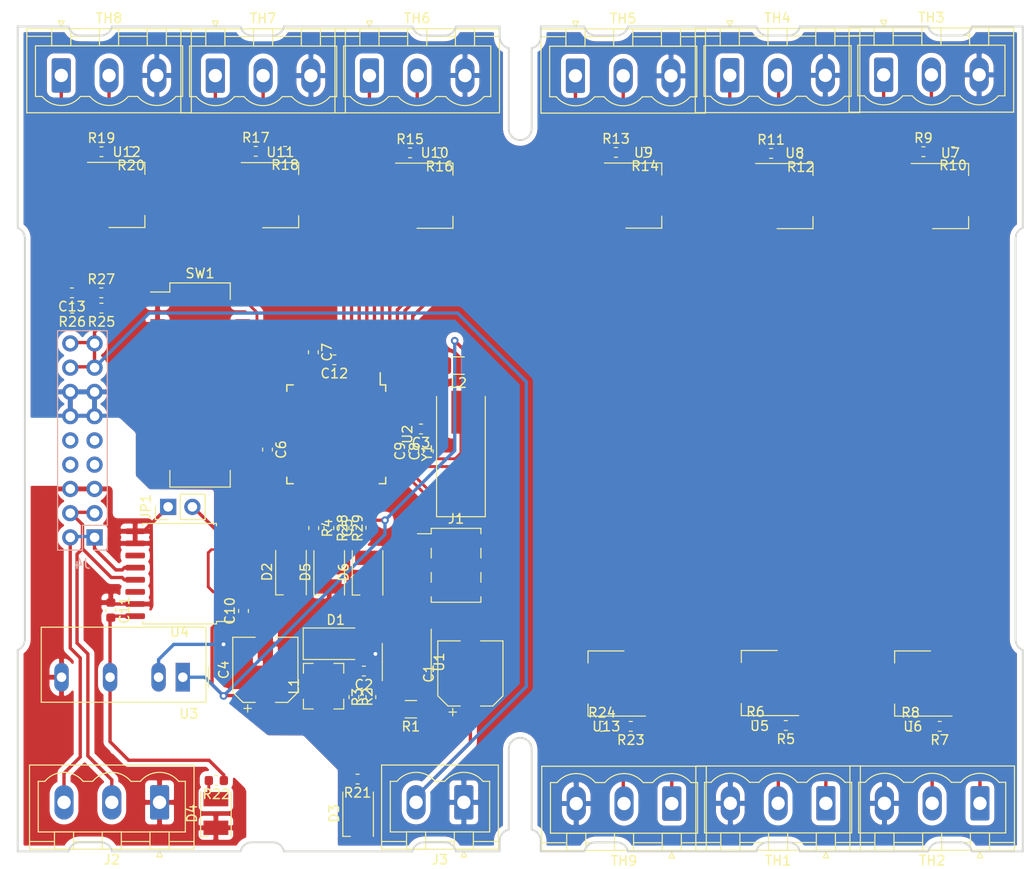
<source format=kicad_pcb>
(kicad_pcb (version 20171130) (host pcbnew "(6.0.0-rc1-dev-1546-g786ee0e)")

  (general
    (thickness 1.6)
    (drawings 36091)
    (tracks 449)
    (zones 0)
    (modules 79)
    (nets 90)
  )

  (page A4)
  (layers
    (0 F.Cu signal)
    (31 B.Cu signal)
    (32 B.Adhes user)
    (33 F.Adhes user)
    (34 B.Paste user)
    (35 F.Paste user)
    (36 B.SilkS user)
    (37 F.SilkS user)
    (38 B.Mask user)
    (39 F.Mask user)
    (40 Dwgs.User user hide)
    (41 Cmts.User user)
    (42 Eco1.User user)
    (43 Eco2.User user)
    (44 Edge.Cuts user)
    (45 Margin user)
    (46 B.CrtYd user)
    (47 F.CrtYd user)
    (48 B.Fab user)
    (49 F.Fab user)
  )

  (setup
    (last_trace_width 0.25)
    (user_trace_width 0.3)
    (user_trace_width 0.35)
    (trace_clearance 0.2)
    (zone_clearance 0.508)
    (zone_45_only no)
    (trace_min 0.2)
    (via_size 0.8)
    (via_drill 0.4)
    (via_min_size 0.4)
    (via_min_drill 0.3)
    (uvia_size 0.3)
    (uvia_drill 0.1)
    (uvias_allowed no)
    (uvia_min_size 0.2)
    (uvia_min_drill 0.1)
    (edge_width 0.05)
    (segment_width 0.2)
    (pcb_text_width 0.3)
    (pcb_text_size 1.5 1.5)
    (mod_edge_width 0.12)
    (mod_text_size 1 1)
    (mod_text_width 0.15)
    (pad_size 1.524 1.524)
    (pad_drill 0.762)
    (pad_to_mask_clearance 0.051)
    (solder_mask_min_width 0.25)
    (aux_axis_origin 0 0)
    (visible_elements FFFFFF7F)
    (pcbplotparams
      (layerselection 0x010fc_ffffffff)
      (usegerberextensions false)
      (usegerberattributes false)
      (usegerberadvancedattributes false)
      (creategerberjobfile false)
      (excludeedgelayer true)
      (linewidth 0.100000)
      (plotframeref false)
      (viasonmask false)
      (mode 1)
      (useauxorigin false)
      (hpglpennumber 1)
      (hpglpenspeed 20)
      (hpglpendiameter 15.000000)
      (psnegative false)
      (psa4output false)
      (plotreference true)
      (plotvalue true)
      (plotinvisibletext false)
      (padsonsilk false)
      (subtractmaskfromsilk false)
      (outputformat 1)
      (mirror false)
      (drillshape 1)
      (scaleselection 1)
      (outputdirectory ""))
  )

  (net 0 "")
  (net 1 "Net-(R5-Pad1)")
  (net 2 GNDD)
  (net 3 /pt100_ch0/Vout)
  (net 4 "Net-(R1-Pad1)")
  (net 5 +24V)
  (net 6 "Net-(R2-Pad2)")
  (net 7 "Net-(C2-Pad1)")
  (net 8 "Net-(D1-Pad1)")
  (net 9 +3V3)
  (net 10 "Net-(R16-Pad1)")
  (net 11 "Net-(R15-Pad2)")
  (net 12 "Net-(R20-Pad1)")
  (net 13 "Net-(R19-Pad2)")
  (net 14 "Net-(R19-Pad1)")
  (net 15 "Net-(R18-Pad1)")
  (net 16 "Net-(R17-Pad2)")
  (net 17 "Net-(R17-Pad1)")
  (net 18 "Net-(R15-Pad1)")
  (net 19 "Net-(R13-Pad2)")
  (net 20 "Net-(R14-Pad1)")
  (net 21 "Net-(R13-Pad1)")
  (net 22 "Net-(R11-Pad2)")
  (net 23 "Net-(R12-Pad1)")
  (net 24 "Net-(R6-Pad1)")
  (net 25 "Net-(R7-Pad1)")
  (net 26 "Net-(R9-Pad1)")
  (net 27 "Net-(R10-Pad2)")
  (net 28 "Net-(R10-Pad1)")
  (net 29 "Net-(R11-Pad1)")
  (net 30 RX)
  (net 31 DE)
  (net 32 TX)
  (net 33 /pt100_ch5/Vout)
  (net 34 /pt100_ch6/Vout)
  (net 35 /pt100_ch7/Vout)
  (net 36 "Net-(D2-Pad2)")
  (net 37 "Net-(U2-Pad21)")
  (net 38 PDI_DATA)
  (net 39 PDI_CLK)
  (net 40 "Net-(C9-Pad1)")
  (net 41 "Net-(C8-Pad1)")
  (net 42 /pt100_ch1/Vout)
  (net 43 /pt100_ch2/Vout)
  (net 44 /pt100_ch3/Vout)
  (net 45 /pt100_ch4/Vout)
  (net 46 "Net-(J1-Pad3)")
  (net 47 "Net-(J1-Pad4)")
  (net 48 "Net-(R5-Pad2)")
  (net 49 "Net-(R7-Pad2)")
  (net 50 "Net-(R8-Pad1)")
  (net 51 GNDA)
  (net 52 "Net-(U4-Pad11)")
  (net 53 "Net-(U4-Pad14)")
  (net 54 +5VA)
  (net 55 "Net-(C3-Pad2)")
  (net 56 "Net-(D4-Pad2)")
  (net 57 "Net-(D3-Pad2)")
  (net 58 "Net-(R4-Pad1)")
  (net 59 /pt100_ch8/Vout)
  (net 60 "Net-(U2-Pad6)")
  (net 61 "Net-(U2-Pad7)")
  (net 62 "Net-(R24-Pad1)")
  (net 63 "Net-(R23-Pad2)")
  (net 64 "Net-(R23-Pad1)")
  (net 65 "Net-(SW1-Pad16)")
  (net 66 "Net-(SW1-Pad15)")
  (net 67 "Net-(SW1-Pad14)")
  (net 68 "Net-(SW1-Pad13)")
  (net 69 "Net-(SW1-Pad12)")
  (net 70 "Net-(SW1-Pad11)")
  (net 71 "Net-(SW1-Pad10)")
  (net 72 "Net-(SW1-Pad9)")
  (net 73 "Net-(U2-Pad28)")
  (net 74 "Net-(U2-Pad29)")
  (net 75 "Net-(U2-Pad33)")
  (net 76 Vin_sense)
  (net 77 "Net-(R25-Pad2)")
  (net 78 "Net-(U2-Pad20)")
  (net 79 "Net-(R28-Pad1)")
  (net 80 "Net-(D5-Pad2)")
  (net 81 "Net-(R29-Pad1)")
  (net 82 "Net-(D6-Pad2)")
  (net 83 "Net-(J4-Pad9)")
  (net 84 "Net-(J4-Pad10)")
  (net 85 "Net-(U2-Pad32)")
  (net 86 "Net-(J4-Pad7)")
  (net 87 "Net-(J4-Pad8)")
  (net 88 RS485A)
  (net 89 RS485B)

  (net_class Default "Dies ist die voreingestellte Netzklasse."
    (clearance 0.2)
    (trace_width 0.25)
    (via_dia 0.8)
    (via_drill 0.4)
    (uvia_dia 0.3)
    (uvia_drill 0.1)
    (add_net +24V)
    (add_net +3V3)
    (add_net +5VA)
    (add_net /pt100_ch0/Vout)
    (add_net /pt100_ch1/Vout)
    (add_net /pt100_ch2/Vout)
    (add_net /pt100_ch3/Vout)
    (add_net /pt100_ch4/Vout)
    (add_net /pt100_ch5/Vout)
    (add_net /pt100_ch6/Vout)
    (add_net /pt100_ch7/Vout)
    (add_net /pt100_ch8/Vout)
    (add_net DE)
    (add_net GNDA)
    (add_net GNDD)
    (add_net "Net-(C2-Pad1)")
    (add_net "Net-(C3-Pad2)")
    (add_net "Net-(C8-Pad1)")
    (add_net "Net-(C9-Pad1)")
    (add_net "Net-(D1-Pad1)")
    (add_net "Net-(D2-Pad2)")
    (add_net "Net-(D3-Pad2)")
    (add_net "Net-(D4-Pad2)")
    (add_net "Net-(D5-Pad2)")
    (add_net "Net-(D6-Pad2)")
    (add_net "Net-(J1-Pad3)")
    (add_net "Net-(J1-Pad4)")
    (add_net "Net-(J4-Pad10)")
    (add_net "Net-(J4-Pad7)")
    (add_net "Net-(J4-Pad8)")
    (add_net "Net-(J4-Pad9)")
    (add_net "Net-(R1-Pad1)")
    (add_net "Net-(R10-Pad1)")
    (add_net "Net-(R10-Pad2)")
    (add_net "Net-(R11-Pad1)")
    (add_net "Net-(R11-Pad2)")
    (add_net "Net-(R12-Pad1)")
    (add_net "Net-(R13-Pad1)")
    (add_net "Net-(R13-Pad2)")
    (add_net "Net-(R14-Pad1)")
    (add_net "Net-(R15-Pad1)")
    (add_net "Net-(R15-Pad2)")
    (add_net "Net-(R16-Pad1)")
    (add_net "Net-(R17-Pad1)")
    (add_net "Net-(R17-Pad2)")
    (add_net "Net-(R18-Pad1)")
    (add_net "Net-(R19-Pad1)")
    (add_net "Net-(R19-Pad2)")
    (add_net "Net-(R2-Pad2)")
    (add_net "Net-(R20-Pad1)")
    (add_net "Net-(R23-Pad1)")
    (add_net "Net-(R23-Pad2)")
    (add_net "Net-(R24-Pad1)")
    (add_net "Net-(R25-Pad2)")
    (add_net "Net-(R28-Pad1)")
    (add_net "Net-(R29-Pad1)")
    (add_net "Net-(R4-Pad1)")
    (add_net "Net-(R5-Pad1)")
    (add_net "Net-(R5-Pad2)")
    (add_net "Net-(R6-Pad1)")
    (add_net "Net-(R7-Pad1)")
    (add_net "Net-(R7-Pad2)")
    (add_net "Net-(R8-Pad1)")
    (add_net "Net-(R9-Pad1)")
    (add_net "Net-(SW1-Pad10)")
    (add_net "Net-(SW1-Pad11)")
    (add_net "Net-(SW1-Pad12)")
    (add_net "Net-(SW1-Pad13)")
    (add_net "Net-(SW1-Pad14)")
    (add_net "Net-(SW1-Pad15)")
    (add_net "Net-(SW1-Pad16)")
    (add_net "Net-(SW1-Pad9)")
    (add_net "Net-(U2-Pad20)")
    (add_net "Net-(U2-Pad21)")
    (add_net "Net-(U2-Pad28)")
    (add_net "Net-(U2-Pad29)")
    (add_net "Net-(U2-Pad32)")
    (add_net "Net-(U2-Pad33)")
    (add_net "Net-(U2-Pad6)")
    (add_net "Net-(U2-Pad7)")
    (add_net "Net-(U4-Pad11)")
    (add_net "Net-(U4-Pad14)")
    (add_net PDI_CLK)
    (add_net PDI_DATA)
    (add_net RS485A)
    (add_net RS485B)
    (add_net RX)
    (add_net TX)
    (add_net Vin_sense)
  )

  (module Inductor_SMD:L_1206_3216Metric (layer F.Cu) (tedit 5B301BBE) (tstamp 5E671148)
    (at 109.8 74.8 180)
    (descr "Inductor SMD 1206 (3216 Metric), square (rectangular) end terminal, IPC_7351 nominal, (Body size source: http://www.tortai-tech.com/upload/download/2011102023233369053.pdf), generated with kicad-footprint-generator")
    (tags inductor)
    (path /5E504E2C)
    (attr smd)
    (fp_text reference L2 (at 0 -1.82 180) (layer F.SilkS)
      (effects (font (size 1 1) (thickness 0.15)))
    )
    (fp_text value 10u (at 0 1.82 180) (layer F.Fab)
      (effects (font (size 1 1) (thickness 0.15)))
    )
    (fp_line (start -1.6 0.8) (end -1.6 -0.8) (layer F.Fab) (width 0.1))
    (fp_line (start -1.6 -0.8) (end 1.6 -0.8) (layer F.Fab) (width 0.1))
    (fp_line (start 1.6 -0.8) (end 1.6 0.8) (layer F.Fab) (width 0.1))
    (fp_line (start 1.6 0.8) (end -1.6 0.8) (layer F.Fab) (width 0.1))
    (fp_line (start -0.602064 -0.91) (end 0.602064 -0.91) (layer F.SilkS) (width 0.12))
    (fp_line (start -0.602064 0.91) (end 0.602064 0.91) (layer F.SilkS) (width 0.12))
    (fp_line (start -2.28 1.12) (end -2.28 -1.12) (layer F.CrtYd) (width 0.05))
    (fp_line (start -2.28 -1.12) (end 2.28 -1.12) (layer F.CrtYd) (width 0.05))
    (fp_line (start 2.28 -1.12) (end 2.28 1.12) (layer F.CrtYd) (width 0.05))
    (fp_line (start 2.28 1.12) (end -2.28 1.12) (layer F.CrtYd) (width 0.05))
    (fp_text user %R (at 0 0 180) (layer F.Fab)
      (effects (font (size 0.8 0.8) (thickness 0.12)))
    )
    (pad 1 smd roundrect (at -1.4 0 180) (size 1.25 1.75) (layers F.Cu F.Paste F.Mask) (roundrect_rratio 0.2)
      (net 9 +3V3))
    (pad 2 smd roundrect (at 1.4 0 180) (size 1.25 1.75) (layers F.Cu F.Paste F.Mask) (roundrect_rratio 0.2)
      (net 55 "Net-(C3-Pad2)"))
    (model ${KISYS3DMOD}/Inductor_SMD.3dshapes/L_1206_3216Metric.wrl
      (at (xyz 0 0 0))
      (scale (xyz 1 1 1))
      (rotate (xyz 0 0 0))
    )
  )

  (module Capacitor_SMD:C_0603_1608Metric (layer F.Cu) (tedit 5B301BBE) (tstamp 5E672141)
    (at 69.332 67.1855 180)
    (descr "Capacitor SMD 0603 (1608 Metric), square (rectangular) end terminal, IPC_7351 nominal, (Body size source: http://www.tortai-tech.com/upload/download/2011102023233369053.pdf), generated with kicad-footprint-generator")
    (tags capacitor)
    (path /5E6355B0)
    (attr smd)
    (fp_text reference C13 (at 0 -1.43 180) (layer F.SilkS)
      (effects (font (size 1 1) (thickness 0.15)))
    )
    (fp_text value 100n (at 0 1.43 180) (layer F.Fab)
      (effects (font (size 1 1) (thickness 0.15)))
    )
    (fp_text user %R (at 0 0 180) (layer F.Fab)
      (effects (font (size 0.4 0.4) (thickness 0.06)))
    )
    (fp_line (start 1.48 0.73) (end -1.48 0.73) (layer F.CrtYd) (width 0.05))
    (fp_line (start 1.48 -0.73) (end 1.48 0.73) (layer F.CrtYd) (width 0.05))
    (fp_line (start -1.48 -0.73) (end 1.48 -0.73) (layer F.CrtYd) (width 0.05))
    (fp_line (start -1.48 0.73) (end -1.48 -0.73) (layer F.CrtYd) (width 0.05))
    (fp_line (start -0.162779 0.51) (end 0.162779 0.51) (layer F.SilkS) (width 0.12))
    (fp_line (start -0.162779 -0.51) (end 0.162779 -0.51) (layer F.SilkS) (width 0.12))
    (fp_line (start 0.8 0.4) (end -0.8 0.4) (layer F.Fab) (width 0.1))
    (fp_line (start 0.8 -0.4) (end 0.8 0.4) (layer F.Fab) (width 0.1))
    (fp_line (start -0.8 -0.4) (end 0.8 -0.4) (layer F.Fab) (width 0.1))
    (fp_line (start -0.8 0.4) (end -0.8 -0.4) (layer F.Fab) (width 0.1))
    (pad 2 smd roundrect (at 0.7875 0 180) (size 0.875 0.95) (layers F.Cu F.Paste F.Mask) (roundrect_rratio 0.25)
      (net 2 GNDD))
    (pad 1 smd roundrect (at -0.7875 0 180) (size 0.875 0.95) (layers F.Cu F.Paste F.Mask) (roundrect_rratio 0.25)
      (net 76 Vin_sense))
    (model ${KISYS3DMOD}/Capacitor_SMD.3dshapes/C_0603_1608Metric.wrl
      (at (xyz 0 0 0))
      (scale (xyz 1 1 1))
      (rotate (xyz 0 0 0))
    )
  )

  (module Package_QFP:TQFP-44_10x10mm_P0.8mm (layer F.Cu) (tedit 5E5308C0) (tstamp 5E6718DC)
    (at 97 82 270)
    (descr "44-Lead Plastic Thin Quad Flatpack (PT) - 10x10x1.0 mm Body [TQFP] (see Microchip Packaging Specification 00000049BS.pdf)")
    (tags "QFP 0.8")
    (path /5E4C815A)
    (attr smd)
    (fp_text reference U2 (at 0 -7.45 270) (layer F.SilkS)
      (effects (font (size 1 1) (thickness 0.15)))
    )
    (fp_text value ATXMEGA32A4-AU (at 0 7.45 270) (layer F.Fab)
      (effects (font (size 1 1) (thickness 0.15)))
    )
    (fp_text user %R (at 0 0 270) (layer F.Fab)
      (effects (font (size 1 1) (thickness 0.15)))
    )
    (fp_line (start -4 -5) (end 5 -5) (layer F.Fab) (width 0.15))
    (fp_line (start 5 -5) (end 5 5) (layer F.Fab) (width 0.15))
    (fp_line (start 5 5) (end -5 5) (layer F.Fab) (width 0.15))
    (fp_line (start -5 5) (end -5 -4) (layer F.Fab) (width 0.15))
    (fp_line (start -5 -4) (end -4 -5) (layer F.Fab) (width 0.15))
    (fp_line (start -6.7 -6.7) (end -6.7 6.7) (layer F.CrtYd) (width 0.05))
    (fp_line (start 6.7 -6.7) (end 6.7 6.7) (layer F.CrtYd) (width 0.05))
    (fp_line (start -6.7 -6.7) (end 6.7 -6.7) (layer F.CrtYd) (width 0.05))
    (fp_line (start -6.7 6.7) (end 6.7 6.7) (layer F.CrtYd) (width 0.05))
    (fp_line (start -5.175 -5.175) (end -5.175 -4.6) (layer F.SilkS) (width 0.15))
    (fp_line (start 5.175 -5.175) (end 5.175 -4.5) (layer F.SilkS) (width 0.15))
    (fp_line (start 5.175 5.175) (end 5.175 4.5) (layer F.SilkS) (width 0.15))
    (fp_line (start -5.175 5.175) (end -5.175 4.5) (layer F.SilkS) (width 0.15))
    (fp_line (start -5.175 -5.175) (end -4.5 -5.175) (layer F.SilkS) (width 0.15))
    (fp_line (start -5.175 5.175) (end -4.5 5.175) (layer F.SilkS) (width 0.15))
    (fp_line (start 5.175 5.175) (end 4.5 5.175) (layer F.SilkS) (width 0.15))
    (fp_line (start 5.175 -5.175) (end 4.5 -5.175) (layer F.SilkS) (width 0.15))
    (fp_line (start -5.175 -4.6) (end -6.45 -4.6) (layer F.SilkS) (width 0.15))
    (pad 1 smd rect (at -5.7 -4 270) (size 1.5 0.55) (layers F.Cu F.Paste F.Mask)
      (net 33 /pt100_ch5/Vout))
    (pad 2 smd rect (at -5.7 -3.2 270) (size 1.5 0.55) (layers F.Cu F.Paste F.Mask)
      (net 34 /pt100_ch6/Vout))
    (pad 3 smd rect (at -5.7 -2.4 270) (size 1.5 0.55) (layers F.Cu F.Paste F.Mask)
      (net 35 /pt100_ch7/Vout))
    (pad 4 smd rect (at -5.7 -1.6 270) (size 1.5 0.55) (layers F.Cu F.Paste F.Mask)
      (net 59 /pt100_ch8/Vout))
    (pad 5 smd rect (at -5.7 -0.8 270) (size 1.5 0.55) (layers F.Cu F.Paste F.Mask)
      (net 76 Vin_sense))
    (pad 6 smd rect (at -5.7 0 270) (size 1.5 0.55) (layers F.Cu F.Paste F.Mask)
      (net 60 "Net-(U2-Pad6)"))
    (pad 7 smd rect (at -5.7 0.8 270) (size 1.5 0.55) (layers F.Cu F.Paste F.Mask)
      (net 61 "Net-(U2-Pad7)"))
    (pad 8 smd rect (at -5.7 1.6 270) (size 1.5 0.55) (layers F.Cu F.Paste F.Mask)
      (net 2 GNDD))
    (pad 9 smd rect (at -5.7 2.4 270) (size 1.5 0.55) (layers F.Cu F.Paste F.Mask)
      (net 9 +3V3))
    (pad 10 smd rect (at -5.7 3.2 270) (size 1.5 0.55) (layers F.Cu F.Paste F.Mask)
      (net 65 "Net-(SW1-Pad16)"))
    (pad 11 smd rect (at -5.7 4 270) (size 1.5 0.55) (layers F.Cu F.Paste F.Mask)
      (net 66 "Net-(SW1-Pad15)"))
    (pad 12 smd rect (at -4 5.7) (size 1.5 0.55) (layers F.Cu F.Paste F.Mask)
      (net 67 "Net-(SW1-Pad14)"))
    (pad 13 smd rect (at -3.2 5.7) (size 1.5 0.55) (layers F.Cu F.Paste F.Mask)
      (net 68 "Net-(SW1-Pad13)"))
    (pad 14 smd rect (at -2.4 5.7) (size 1.5 0.55) (layers F.Cu F.Paste F.Mask)
      (net 69 "Net-(SW1-Pad12)"))
    (pad 15 smd rect (at -1.6 5.7) (size 1.5 0.55) (layers F.Cu F.Paste F.Mask)
      (net 70 "Net-(SW1-Pad11)"))
    (pad 16 smd rect (at -0.8 5.7) (size 1.5 0.55) (layers F.Cu F.Paste F.Mask)
      (net 71 "Net-(SW1-Pad10)"))
    (pad 17 smd rect (at 0 5.7) (size 1.5 0.55) (layers F.Cu F.Paste F.Mask)
      (net 72 "Net-(SW1-Pad9)"))
    (pad 18 smd rect (at 0.8 5.7) (size 1.5 0.55) (layers F.Cu F.Paste F.Mask)
      (net 2 GNDD))
    (pad 19 smd rect (at 1.6 5.7) (size 1.5 0.55) (layers F.Cu F.Paste F.Mask)
      (net 9 +3V3))
    (pad 20 smd rect (at 2.4 5.7) (size 1.5 0.55) (layers F.Cu F.Paste F.Mask)
      (net 78 "Net-(U2-Pad20)"))
    (pad 21 smd rect (at 3.2 5.7) (size 1.5 0.55) (layers F.Cu F.Paste F.Mask)
      (net 37 "Net-(U2-Pad21)"))
    (pad 22 smd rect (at 4 5.7) (size 1.5 0.55) (layers F.Cu F.Paste F.Mask)
      (net 30 RX))
    (pad 23 smd rect (at 5.7 4 270) (size 1.5 0.55) (layers F.Cu F.Paste F.Mask)
      (net 32 TX))
    (pad 24 smd rect (at 5.7 3.2 270) (size 1.5 0.55) (layers F.Cu F.Paste F.Mask)
      (net 31 DE))
    (pad 25 smd rect (at 5.7 2.4 270) (size 1.5 0.55) (layers F.Cu F.Paste F.Mask)
      (net 58 "Net-(R4-Pad1)"))
    (pad 26 smd rect (at 5.7 1.6 270) (size 1.5 0.55) (layers F.Cu F.Paste F.Mask)
      (net 79 "Net-(R28-Pad1)"))
    (pad 27 smd rect (at 5.7 0.8 270) (size 1.5 0.55) (layers F.Cu F.Paste F.Mask)
      (net 81 "Net-(R29-Pad1)"))
    (pad 28 smd rect (at 5.7 0 270) (size 1.5 0.55) (layers F.Cu F.Paste F.Mask)
      (net 73 "Net-(U2-Pad28)"))
    (pad 29 smd rect (at 5.7 -0.8 270) (size 1.5 0.55) (layers F.Cu F.Paste F.Mask)
      (net 74 "Net-(U2-Pad29)"))
    (pad 30 smd rect (at 5.7 -1.6 270) (size 1.5 0.55) (layers F.Cu F.Paste F.Mask)
      (net 2 GNDD))
    (pad 31 smd rect (at 5.7 -2.4 270) (size 1.5 0.55) (layers F.Cu F.Paste F.Mask)
      (net 9 +3V3))
    (pad 32 smd rect (at 5.7 -3.2 270) (size 1.5 0.55) (layers F.Cu F.Paste F.Mask)
      (net 85 "Net-(U2-Pad32)"))
    (pad 33 smd rect (at 5.7 -4 270) (size 1.5 0.55) (layers F.Cu F.Paste F.Mask)
      (net 75 "Net-(U2-Pad33)"))
    (pad 34 smd rect (at 4 -5.7) (size 1.5 0.55) (layers F.Cu F.Paste F.Mask)
      (net 38 PDI_DATA))
    (pad 35 smd rect (at 3.2 -5.7) (size 1.5 0.55) (layers F.Cu F.Paste F.Mask)
      (net 39 PDI_CLK))
    (pad 36 smd rect (at 2.4 -5.7) (size 1.5 0.55) (layers F.Cu F.Paste F.Mask)
      (net 40 "Net-(C9-Pad1)"))
    (pad 37 smd rect (at 1.6 -5.7) (size 1.5 0.55) (layers F.Cu F.Paste F.Mask)
      (net 41 "Net-(C8-Pad1)"))
    (pad 38 smd rect (at 0.8 -5.7) (size 1.5 0.55) (layers F.Cu F.Paste F.Mask)
      (net 2 GNDD))
    (pad 39 smd rect (at 0 -5.7) (size 1.5 0.55) (layers F.Cu F.Paste F.Mask)
      (net 55 "Net-(C3-Pad2)"))
    (pad 40 smd rect (at -0.8 -5.7) (size 1.5 0.55) (layers F.Cu F.Paste F.Mask)
      (net 3 /pt100_ch0/Vout))
    (pad 41 smd rect (at -1.6 -5.7) (size 1.5 0.55) (layers F.Cu F.Paste F.Mask)
      (net 42 /pt100_ch1/Vout))
    (pad 42 smd rect (at -2.4 -5.7) (size 1.5 0.55) (layers F.Cu F.Paste F.Mask)
      (net 43 /pt100_ch2/Vout))
    (pad 43 smd rect (at -3.2 -5.7) (size 1.5 0.55) (layers F.Cu F.Paste F.Mask)
      (net 44 /pt100_ch3/Vout))
    (pad 44 smd rect (at -4 -5.7) (size 1.5 0.55) (layers F.Cu F.Paste F.Mask)
      (net 45 /pt100_ch4/Vout))
    (model ${KISYS3DMOD}/Package_QFP.3dshapes/TQFP-44_10x10mm_P0.8mm.wrl
      (at (xyz 0 0 0))
      (scale (xyz 1 1 1))
      (rotate (xyz 0 0 0))
    )
  )

  (module Connector_PinHeader_2.54mm:PinHeader_1x02_P2.54mm_Vertical (layer F.Cu) (tedit 59FED5CC) (tstamp 5E69695A)
    (at 79.4 89.6 90)
    (descr "Through hole straight pin header, 1x02, 2.54mm pitch, single row")
    (tags "Through hole pin header THT 1x02 2.54mm single row")
    (path /5EA4860A)
    (fp_text reference JP1 (at 0 -2.33 90) (layer F.SilkS)
      (effects (font (size 1 1) (thickness 0.15)))
    )
    (fp_text value Jumper (at 0 4.87 90) (layer F.Fab)
      (effects (font (size 1 1) (thickness 0.15)))
    )
    (fp_line (start -0.635 -1.27) (end 1.27 -1.27) (layer F.Fab) (width 0.1))
    (fp_line (start 1.27 -1.27) (end 1.27 3.81) (layer F.Fab) (width 0.1))
    (fp_line (start 1.27 3.81) (end -1.27 3.81) (layer F.Fab) (width 0.1))
    (fp_line (start -1.27 3.81) (end -1.27 -0.635) (layer F.Fab) (width 0.1))
    (fp_line (start -1.27 -0.635) (end -0.635 -1.27) (layer F.Fab) (width 0.1))
    (fp_line (start -1.33 3.87) (end 1.33 3.87) (layer F.SilkS) (width 0.12))
    (fp_line (start -1.33 1.27) (end -1.33 3.87) (layer F.SilkS) (width 0.12))
    (fp_line (start 1.33 1.27) (end 1.33 3.87) (layer F.SilkS) (width 0.12))
    (fp_line (start -1.33 1.27) (end 1.33 1.27) (layer F.SilkS) (width 0.12))
    (fp_line (start -1.33 0) (end -1.33 -1.33) (layer F.SilkS) (width 0.12))
    (fp_line (start -1.33 -1.33) (end 0 -1.33) (layer F.SilkS) (width 0.12))
    (fp_line (start -1.8 -1.8) (end -1.8 4.35) (layer F.CrtYd) (width 0.05))
    (fp_line (start -1.8 4.35) (end 1.8 4.35) (layer F.CrtYd) (width 0.05))
    (fp_line (start 1.8 4.35) (end 1.8 -1.8) (layer F.CrtYd) (width 0.05))
    (fp_line (start 1.8 -1.8) (end -1.8 -1.8) (layer F.CrtYd) (width 0.05))
    (fp_text user %R (at 0 1.27 180) (layer F.Fab)
      (effects (font (size 1 1) (thickness 0.15)))
    )
    (pad 1 thru_hole rect (at 0 0 90) (size 1.7 1.7) (drill 1) (layers *.Cu *.Mask)
      (net 51 GNDA))
    (pad 2 thru_hole oval (at 0 2.54 90) (size 1.7 1.7) (drill 1) (layers *.Cu *.Mask)
      (net 2 GNDD))
    (model ${KISYS3DMOD}/Connector_PinHeader_2.54mm.3dshapes/PinHeader_1x02_P2.54mm_Vertical.wrl
      (at (xyz 0 0 0))
      (scale (xyz 1 1 1))
      (rotate (xyz 0 0 0))
    )
  )

  (module Connector_PinSocket_2.54mm:PinSocket_2x09_P2.54mm_Vertical (layer B.Cu) (tedit 5A19A41B) (tstamp 5E670E14)
    (at 71.7 92.8)
    (descr "Through hole straight socket strip, 2x09, 2.54mm pitch, double cols (from Kicad 4.0.7), script generated")
    (tags "Through hole socket strip THT 2x09 2.54mm double row")
    (path /5E836A6F)
    (fp_text reference J4 (at -1.27 2.77) (layer B.SilkS)
      (effects (font (size 1 1) (thickness 0.15)) (justify mirror))
    )
    (fp_text value Conn_02x09_Odd_Even (at -1.27 -23.09) (layer B.Fab)
      (effects (font (size 1 1) (thickness 0.15)) (justify mirror))
    )
    (fp_line (start -3.81 1.27) (end 0.27 1.27) (layer B.Fab) (width 0.1))
    (fp_line (start 0.27 1.27) (end 1.27 0.27) (layer B.Fab) (width 0.1))
    (fp_line (start 1.27 0.27) (end 1.27 -21.59) (layer B.Fab) (width 0.1))
    (fp_line (start 1.27 -21.59) (end -3.81 -21.59) (layer B.Fab) (width 0.1))
    (fp_line (start -3.81 -21.59) (end -3.81 1.27) (layer B.Fab) (width 0.1))
    (fp_line (start -3.87 1.33) (end -1.27 1.33) (layer B.SilkS) (width 0.12))
    (fp_line (start -3.87 1.33) (end -3.87 -21.65) (layer B.SilkS) (width 0.12))
    (fp_line (start -3.87 -21.65) (end 1.33 -21.65) (layer B.SilkS) (width 0.12))
    (fp_line (start 1.33 -1.27) (end 1.33 -21.65) (layer B.SilkS) (width 0.12))
    (fp_line (start -1.27 -1.27) (end 1.33 -1.27) (layer B.SilkS) (width 0.12))
    (fp_line (start -1.27 1.33) (end -1.27 -1.27) (layer B.SilkS) (width 0.12))
    (fp_line (start 1.33 1.33) (end 1.33 0) (layer B.SilkS) (width 0.12))
    (fp_line (start 0 1.33) (end 1.33 1.33) (layer B.SilkS) (width 0.12))
    (fp_line (start -4.34 1.8) (end 1.76 1.8) (layer B.CrtYd) (width 0.05))
    (fp_line (start 1.76 1.8) (end 1.76 -22.1) (layer B.CrtYd) (width 0.05))
    (fp_line (start 1.76 -22.1) (end -4.34 -22.1) (layer B.CrtYd) (width 0.05))
    (fp_line (start -4.34 -22.1) (end -4.34 1.8) (layer B.CrtYd) (width 0.05))
    (fp_text user %R (at -1.27 -10.16 -90) (layer B.Fab)
      (effects (font (size 1 1) (thickness 0.15)) (justify mirror))
    )
    (pad 1 thru_hole rect (at 0 0) (size 1.7 1.7) (drill 1) (layers *.Cu *.Mask)
      (net 88 RS485A))
    (pad 2 thru_hole oval (at -2.54 0) (size 1.7 1.7) (drill 1) (layers *.Cu *.Mask)
      (net 88 RS485A))
    (pad 3 thru_hole oval (at 0 -2.54) (size 1.7 1.7) (drill 1) (layers *.Cu *.Mask)
      (net 89 RS485B))
    (pad 4 thru_hole oval (at -2.54 -2.54) (size 1.7 1.7) (drill 1) (layers *.Cu *.Mask)
      (net 89 RS485B))
    (pad 5 thru_hole oval (at 0 -5.08) (size 1.7 1.7) (drill 1) (layers *.Cu *.Mask)
      (net 51 GNDA))
    (pad 6 thru_hole oval (at -2.54 -5.08) (size 1.7 1.7) (drill 1) (layers *.Cu *.Mask)
      (net 51 GNDA))
    (pad 7 thru_hole oval (at 0 -7.62) (size 1.7 1.7) (drill 1) (layers *.Cu *.Mask)
      (net 86 "Net-(J4-Pad7)"))
    (pad 8 thru_hole oval (at -2.54 -7.62) (size 1.7 1.7) (drill 1) (layers *.Cu *.Mask)
      (net 87 "Net-(J4-Pad8)"))
    (pad 9 thru_hole oval (at 0 -10.16) (size 1.7 1.7) (drill 1) (layers *.Cu *.Mask)
      (net 83 "Net-(J4-Pad9)"))
    (pad 10 thru_hole oval (at -2.54 -10.16) (size 1.7 1.7) (drill 1) (layers *.Cu *.Mask)
      (net 84 "Net-(J4-Pad10)"))
    (pad 11 thru_hole oval (at 0 -12.7) (size 1.7 1.7) (drill 1) (layers *.Cu *.Mask)
      (net 2 GNDD))
    (pad 12 thru_hole oval (at -2.54 -12.7) (size 1.7 1.7) (drill 1) (layers *.Cu *.Mask)
      (net 2 GNDD))
    (pad 13 thru_hole oval (at 0 -15.24) (size 1.7 1.7) (drill 1) (layers *.Cu *.Mask)
      (net 2 GNDD))
    (pad 14 thru_hole oval (at -2.54 -15.24) (size 1.7 1.7) (drill 1) (layers *.Cu *.Mask)
      (net 2 GNDD))
    (pad 15 thru_hole oval (at 0 -17.78) (size 1.7 1.7) (drill 1) (layers *.Cu *.Mask)
      (net 5 +24V))
    (pad 16 thru_hole oval (at -2.54 -17.78) (size 1.7 1.7) (drill 1) (layers *.Cu *.Mask)
      (net 5 +24V))
    (pad 17 thru_hole oval (at 0 -20.32) (size 1.7 1.7) (drill 1) (layers *.Cu *.Mask)
      (net 5 +24V))
    (pad 18 thru_hole oval (at -2.54 -20.32) (size 1.7 1.7) (drill 1) (layers *.Cu *.Mask)
      (net 5 +24V))
    (model ${KISYS3DMOD}/Connector_PinSocket_2.54mm.3dshapes/PinSocket_2x09_P2.54mm_Vertical.wrl
      (at (xyz 0 0 0))
      (scale (xyz 1 1 1))
      (rotate (xyz 0 0 0))
    )
  )

  (module LED_SMD:LED_PLCC-2 (layer F.Cu) (tedit 59959404) (tstamp 5E670EDE)
    (at 100.274701 96.435799 90)
    (descr "LED PLCC-2 SMD package")
    (tags "LED PLCC-2 SMD")
    (path /5E7DC114)
    (attr smd)
    (fp_text reference D6 (at 0 -2.5 90) (layer F.SilkS)
      (effects (font (size 1 1) (thickness 0.15)))
    )
    (fp_text value LED (at 0 2.5 90) (layer F.Fab)
      (effects (font (size 1 1) (thickness 0.15)))
    )
    (fp_circle (center 0 0) (end 0 -1.25) (layer F.Fab) (width 0.1))
    (fp_line (start -1.7 -0.6) (end -0.8 -1.5) (layer F.Fab) (width 0.1))
    (fp_line (start 1.7 1.5) (end 1.7 -1.5) (layer F.Fab) (width 0.1))
    (fp_line (start 1.7 -1.5) (end -1.7 -1.5) (layer F.Fab) (width 0.1))
    (fp_line (start -1.7 -1.5) (end -1.7 1.5) (layer F.Fab) (width 0.1))
    (fp_line (start -1.7 1.5) (end 1.7 1.5) (layer F.Fab) (width 0.1))
    (fp_line (start -2.65 -1.85) (end 2.5 -1.85) (layer F.CrtYd) (width 0.05))
    (fp_line (start 2.5 -1.85) (end 2.5 1.85) (layer F.CrtYd) (width 0.05))
    (fp_line (start 2.5 1.85) (end -2.65 1.85) (layer F.CrtYd) (width 0.05))
    (fp_line (start -2.65 1.85) (end -2.65 -1.85) (layer F.CrtYd) (width 0.05))
    (fp_line (start 2.25 1.6) (end -2.4 1.6) (layer F.SilkS) (width 0.12))
    (fp_line (start 2.25 -1.6) (end -2.4 -1.6) (layer F.SilkS) (width 0.12))
    (fp_line (start -2.4 -1.6) (end -2.4 -0.8) (layer F.SilkS) (width 0.12))
    (fp_text user %R (at 0 0 90) (layer F.Fab)
      (effects (font (size 0.4 0.4) (thickness 0.1)))
    )
    (pad 1 smd rect (at -1.5 0 90) (size 1.5 2.6) (layers F.Cu F.Paste F.Mask)
      (net 2 GNDD))
    (pad 2 smd rect (at 1.5 0 90) (size 1.5 2.6) (layers F.Cu F.Paste F.Mask)
      (net 82 "Net-(D6-Pad2)"))
    (model ${KISYS3DMOD}/LED_SMD.3dshapes/LED_PLCC-2.wrl
      (at (xyz 0 0 0))
      (scale (xyz 1 1 1))
      (rotate (xyz 0 0 0))
    )
    (model /home/ejung/git/kicad-libs-own/3d/LED_PLCC-2.stp
      (at (xyz 0 0 0))
      (scale (xyz 1 1 1))
      (rotate (xyz 0 0 90))
    )
  )

  (module Resistor_SMD:R_0603_1608Metric (layer F.Cu) (tedit 5B301BBD) (tstamp 5E670F14)
    (at 97.8155 91.821 270)
    (descr "Resistor SMD 0603 (1608 Metric), square (rectangular) end terminal, IPC_7351 nominal, (Body size source: http://www.tortai-tech.com/upload/download/2011102023233369053.pdf), generated with kicad-footprint-generator")
    (tags resistor)
    (path /5E7DC11B)
    (attr smd)
    (fp_text reference R29 (at 0 -1.43 270) (layer F.SilkS)
      (effects (font (size 1 1) (thickness 0.15)))
    )
    (fp_text value 100 (at 0 1.43 270) (layer F.Fab)
      (effects (font (size 1 1) (thickness 0.15)))
    )
    (fp_line (start -0.8 0.4) (end -0.8 -0.4) (layer F.Fab) (width 0.1))
    (fp_line (start -0.8 -0.4) (end 0.8 -0.4) (layer F.Fab) (width 0.1))
    (fp_line (start 0.8 -0.4) (end 0.8 0.4) (layer F.Fab) (width 0.1))
    (fp_line (start 0.8 0.4) (end -0.8 0.4) (layer F.Fab) (width 0.1))
    (fp_line (start -0.162779 -0.51) (end 0.162779 -0.51) (layer F.SilkS) (width 0.12))
    (fp_line (start -0.162779 0.51) (end 0.162779 0.51) (layer F.SilkS) (width 0.12))
    (fp_line (start -1.48 0.73) (end -1.48 -0.73) (layer F.CrtYd) (width 0.05))
    (fp_line (start -1.48 -0.73) (end 1.48 -0.73) (layer F.CrtYd) (width 0.05))
    (fp_line (start 1.48 -0.73) (end 1.48 0.73) (layer F.CrtYd) (width 0.05))
    (fp_line (start 1.48 0.73) (end -1.48 0.73) (layer F.CrtYd) (width 0.05))
    (fp_text user %R (at 0 0 270) (layer F.Fab)
      (effects (font (size 0.4 0.4) (thickness 0.06)))
    )
    (pad 1 smd roundrect (at -0.7875 0 270) (size 0.875 0.95) (layers F.Cu F.Paste F.Mask) (roundrect_rratio 0.25)
      (net 81 "Net-(R29-Pad1)"))
    (pad 2 smd roundrect (at 0.7875 0 270) (size 0.875 0.95) (layers F.Cu F.Paste F.Mask) (roundrect_rratio 0.25)
      (net 82 "Net-(D6-Pad2)"))
    (model ${KISYS3DMOD}/Resistor_SMD.3dshapes/R_0603_1608Metric.wrl
      (at (xyz 0 0 0))
      (scale (xyz 1 1 1))
      (rotate (xyz 0 0 0))
    )
  )

  (module LED_SMD:LED_PLCC-2 (layer F.Cu) (tedit 59959404) (tstamp 5E672174)
    (at 96.261501 96.435799 90)
    (descr "LED PLCC-2 SMD package")
    (tags "LED PLCC-2 SMD")
    (path /5E7783BC)
    (attr smd)
    (fp_text reference D5 (at 0 -2.5 90) (layer F.SilkS)
      (effects (font (size 1 1) (thickness 0.15)))
    )
    (fp_text value LED (at 0 2.5 90) (layer F.Fab)
      (effects (font (size 1 1) (thickness 0.15)))
    )
    (fp_circle (center 0 0) (end 0 -1.25) (layer F.Fab) (width 0.1))
    (fp_line (start -1.7 -0.6) (end -0.8 -1.5) (layer F.Fab) (width 0.1))
    (fp_line (start 1.7 1.5) (end 1.7 -1.5) (layer F.Fab) (width 0.1))
    (fp_line (start 1.7 -1.5) (end -1.7 -1.5) (layer F.Fab) (width 0.1))
    (fp_line (start -1.7 -1.5) (end -1.7 1.5) (layer F.Fab) (width 0.1))
    (fp_line (start -1.7 1.5) (end 1.7 1.5) (layer F.Fab) (width 0.1))
    (fp_line (start -2.65 -1.85) (end 2.5 -1.85) (layer F.CrtYd) (width 0.05))
    (fp_line (start 2.5 -1.85) (end 2.5 1.85) (layer F.CrtYd) (width 0.05))
    (fp_line (start 2.5 1.85) (end -2.65 1.85) (layer F.CrtYd) (width 0.05))
    (fp_line (start -2.65 1.85) (end -2.65 -1.85) (layer F.CrtYd) (width 0.05))
    (fp_line (start 2.25 1.6) (end -2.4 1.6) (layer F.SilkS) (width 0.12))
    (fp_line (start 2.25 -1.6) (end -2.4 -1.6) (layer F.SilkS) (width 0.12))
    (fp_line (start -2.4 -1.6) (end -2.4 -0.8) (layer F.SilkS) (width 0.12))
    (fp_text user %R (at 0 0 90) (layer F.Fab)
      (effects (font (size 0.4 0.4) (thickness 0.1)))
    )
    (pad 1 smd rect (at -1.5 0 90) (size 1.5 2.6) (layers F.Cu F.Paste F.Mask)
      (net 2 GNDD))
    (pad 2 smd rect (at 1.5 0 90) (size 1.5 2.6) (layers F.Cu F.Paste F.Mask)
      (net 80 "Net-(D5-Pad2)"))
    (model ${KISYS3DMOD}/LED_SMD.3dshapes/LED_PLCC-2.wrl
      (at (xyz 0 0 0))
      (scale (xyz 1 1 1))
      (rotate (xyz 0 0 0))
    )
    (model /home/ejung/git/kicad-libs-own/3d/LED_PLCC-2.stp
      (at (xyz 0 0 0))
      (scale (xyz 1 1 1))
      (rotate (xyz 0 0 90))
    )
  )

  (module Resistor_SMD:R_0603_1608Metric (layer F.Cu) (tedit 5B301BBD) (tstamp 5E6721AD)
    (at 96.228 91.821 270)
    (descr "Resistor SMD 0603 (1608 Metric), square (rectangular) end terminal, IPC_7351 nominal, (Body size source: http://www.tortai-tech.com/upload/download/2011102023233369053.pdf), generated with kicad-footprint-generator")
    (tags resistor)
    (path /5E7783C3)
    (attr smd)
    (fp_text reference R28 (at 0 -1.43 270) (layer F.SilkS)
      (effects (font (size 1 1) (thickness 0.15)))
    )
    (fp_text value 100 (at 0 1.43 270) (layer F.Fab)
      (effects (font (size 1 1) (thickness 0.15)))
    )
    (fp_line (start -0.8 0.4) (end -0.8 -0.4) (layer F.Fab) (width 0.1))
    (fp_line (start -0.8 -0.4) (end 0.8 -0.4) (layer F.Fab) (width 0.1))
    (fp_line (start 0.8 -0.4) (end 0.8 0.4) (layer F.Fab) (width 0.1))
    (fp_line (start 0.8 0.4) (end -0.8 0.4) (layer F.Fab) (width 0.1))
    (fp_line (start -0.162779 -0.51) (end 0.162779 -0.51) (layer F.SilkS) (width 0.12))
    (fp_line (start -0.162779 0.51) (end 0.162779 0.51) (layer F.SilkS) (width 0.12))
    (fp_line (start -1.48 0.73) (end -1.48 -0.73) (layer F.CrtYd) (width 0.05))
    (fp_line (start -1.48 -0.73) (end 1.48 -0.73) (layer F.CrtYd) (width 0.05))
    (fp_line (start 1.48 -0.73) (end 1.48 0.73) (layer F.CrtYd) (width 0.05))
    (fp_line (start 1.48 0.73) (end -1.48 0.73) (layer F.CrtYd) (width 0.05))
    (fp_text user %R (at 0 0 270) (layer F.Fab)
      (effects (font (size 0.4 0.4) (thickness 0.06)))
    )
    (pad 1 smd roundrect (at -0.7875 0 270) (size 0.875 0.95) (layers F.Cu F.Paste F.Mask) (roundrect_rratio 0.25)
      (net 79 "Net-(R28-Pad1)"))
    (pad 2 smd roundrect (at 0.7875 0 270) (size 0.875 0.95) (layers F.Cu F.Paste F.Mask) (roundrect_rratio 0.25)
      (net 80 "Net-(D5-Pad2)"))
    (model ${KISYS3DMOD}/Resistor_SMD.3dshapes/R_0603_1608Metric.wrl
      (at (xyz 0 0 0))
      (scale (xyz 1 1 1))
      (rotate (xyz 0 0 0))
    )
  )

  (module Capacitor_SMD:C_0603_1608Metric (layer F.Cu) (tedit 5B301BBE) (tstamp 5E671EC2)
    (at 96.8 74.2 180)
    (descr "Capacitor SMD 0603 (1608 Metric), square (rectangular) end terminal, IPC_7351 nominal, (Body size source: http://www.tortai-tech.com/upload/download/2011102023233369053.pdf), generated with kicad-footprint-generator")
    (tags capacitor)
    (path /5E688EC2)
    (attr smd)
    (fp_text reference C12 (at 0 -1.43 180) (layer F.SilkS)
      (effects (font (size 1 1) (thickness 0.15)))
    )
    (fp_text value 100n (at 0 1.43 180) (layer F.Fab)
      (effects (font (size 1 1) (thickness 0.15)))
    )
    (fp_line (start -0.8 0.4) (end -0.8 -0.4) (layer F.Fab) (width 0.1))
    (fp_line (start -0.8 -0.4) (end 0.8 -0.4) (layer F.Fab) (width 0.1))
    (fp_line (start 0.8 -0.4) (end 0.8 0.4) (layer F.Fab) (width 0.1))
    (fp_line (start 0.8 0.4) (end -0.8 0.4) (layer F.Fab) (width 0.1))
    (fp_line (start -0.162779 -0.51) (end 0.162779 -0.51) (layer F.SilkS) (width 0.12))
    (fp_line (start -0.162779 0.51) (end 0.162779 0.51) (layer F.SilkS) (width 0.12))
    (fp_line (start -1.48 0.73) (end -1.48 -0.73) (layer F.CrtYd) (width 0.05))
    (fp_line (start -1.48 -0.73) (end 1.48 -0.73) (layer F.CrtYd) (width 0.05))
    (fp_line (start 1.48 -0.73) (end 1.48 0.73) (layer F.CrtYd) (width 0.05))
    (fp_line (start 1.48 0.73) (end -1.48 0.73) (layer F.CrtYd) (width 0.05))
    (fp_text user %R (at 0 0 180) (layer F.Fab)
      (effects (font (size 0.4 0.4) (thickness 0.06)))
    )
    (pad 1 smd roundrect (at -0.7875 0 180) (size 0.875 0.95) (layers F.Cu F.Paste F.Mask) (roundrect_rratio 0.25)
      (net 76 Vin_sense))
    (pad 2 smd roundrect (at 0.7875 0 180) (size 0.875 0.95) (layers F.Cu F.Paste F.Mask) (roundrect_rratio 0.25)
      (net 2 GNDD))
    (model ${KISYS3DMOD}/Capacitor_SMD.3dshapes/C_0603_1608Metric.wrl
      (at (xyz 0 0 0))
      (scale (xyz 1 1 1))
      (rotate (xyz 0 0 0))
    )
  )

  (module Resistor_SMD:R_0603_1608Metric (layer F.Cu) (tedit 5B301BBD) (tstamp 5E670E72)
    (at 72.4223 68.7855 180)
    (descr "Resistor SMD 0603 (1608 Metric), square (rectangular) end terminal, IPC_7351 nominal, (Body size source: http://www.tortai-tech.com/upload/download/2011102023233369053.pdf), generated with kicad-footprint-generator")
    (tags resistor)
    (path /5E60C8C2)
    (attr smd)
    (fp_text reference R25 (at 0 -1.43 180) (layer F.SilkS)
      (effects (font (size 1 1) (thickness 0.15)))
    )
    (fp_text value 33k (at 0 1.43 180) (layer F.Fab)
      (effects (font (size 1 1) (thickness 0.15)))
    )
    (fp_line (start -0.8 0.4) (end -0.8 -0.4) (layer F.Fab) (width 0.1))
    (fp_line (start -0.8 -0.4) (end 0.8 -0.4) (layer F.Fab) (width 0.1))
    (fp_line (start 0.8 -0.4) (end 0.8 0.4) (layer F.Fab) (width 0.1))
    (fp_line (start 0.8 0.4) (end -0.8 0.4) (layer F.Fab) (width 0.1))
    (fp_line (start -0.162779 -0.51) (end 0.162779 -0.51) (layer F.SilkS) (width 0.12))
    (fp_line (start -0.162779 0.51) (end 0.162779 0.51) (layer F.SilkS) (width 0.12))
    (fp_line (start -1.48 0.73) (end -1.48 -0.73) (layer F.CrtYd) (width 0.05))
    (fp_line (start -1.48 -0.73) (end 1.48 -0.73) (layer F.CrtYd) (width 0.05))
    (fp_line (start 1.48 -0.73) (end 1.48 0.73) (layer F.CrtYd) (width 0.05))
    (fp_line (start 1.48 0.73) (end -1.48 0.73) (layer F.CrtYd) (width 0.05))
    (fp_text user %R (at 0 0 180) (layer F.Fab)
      (effects (font (size 0.4 0.4) (thickness 0.06)))
    )
    (pad 1 smd roundrect (at -0.7875 0 180) (size 0.875 0.95) (layers F.Cu F.Paste F.Mask) (roundrect_rratio 0.25)
      (net 5 +24V))
    (pad 2 smd roundrect (at 0.7875 0 180) (size 0.875 0.95) (layers F.Cu F.Paste F.Mask) (roundrect_rratio 0.25)
      (net 77 "Net-(R25-Pad2)"))
    (model ${KISYS3DMOD}/Resistor_SMD.3dshapes/R_0603_1608Metric.wrl
      (at (xyz 0 0 0))
      (scale (xyz 1 1 1))
      (rotate (xyz 0 0 0))
    )
  )

  (module Resistor_SMD:R_0603_1608Metric (layer F.Cu) (tedit 5B301BBD) (tstamp 5E671067)
    (at 69.3615 68.7855 180)
    (descr "Resistor SMD 0603 (1608 Metric), square (rectangular) end terminal, IPC_7351 nominal, (Body size source: http://www.tortai-tech.com/upload/download/2011102023233369053.pdf), generated with kicad-footprint-generator")
    (tags resistor)
    (path /5E60CA34)
    (attr smd)
    (fp_text reference R26 (at 0 -1.43 180) (layer F.SilkS)
      (effects (font (size 1 1) (thickness 0.15)))
    )
    (fp_text value 1k (at 0 1.43 180) (layer F.Fab)
      (effects (font (size 1 1) (thickness 0.15)))
    )
    (fp_text user %R (at 0 0 180) (layer F.Fab)
      (effects (font (size 0.4 0.4) (thickness 0.06)))
    )
    (fp_line (start 1.48 0.73) (end -1.48 0.73) (layer F.CrtYd) (width 0.05))
    (fp_line (start 1.48 -0.73) (end 1.48 0.73) (layer F.CrtYd) (width 0.05))
    (fp_line (start -1.48 -0.73) (end 1.48 -0.73) (layer F.CrtYd) (width 0.05))
    (fp_line (start -1.48 0.73) (end -1.48 -0.73) (layer F.CrtYd) (width 0.05))
    (fp_line (start -0.162779 0.51) (end 0.162779 0.51) (layer F.SilkS) (width 0.12))
    (fp_line (start -0.162779 -0.51) (end 0.162779 -0.51) (layer F.SilkS) (width 0.12))
    (fp_line (start 0.8 0.4) (end -0.8 0.4) (layer F.Fab) (width 0.1))
    (fp_line (start 0.8 -0.4) (end 0.8 0.4) (layer F.Fab) (width 0.1))
    (fp_line (start -0.8 -0.4) (end 0.8 -0.4) (layer F.Fab) (width 0.1))
    (fp_line (start -0.8 0.4) (end -0.8 -0.4) (layer F.Fab) (width 0.1))
    (pad 2 smd roundrect (at 0.7875 0 180) (size 0.875 0.95) (layers F.Cu F.Paste F.Mask) (roundrect_rratio 0.25)
      (net 2 GNDD))
    (pad 1 smd roundrect (at -0.7875 0 180) (size 0.875 0.95) (layers F.Cu F.Paste F.Mask) (roundrect_rratio 0.25)
      (net 77 "Net-(R25-Pad2)"))
    (model ${KISYS3DMOD}/Resistor_SMD.3dshapes/R_0603_1608Metric.wrl
      (at (xyz 0 0 0))
      (scale (xyz 1 1 1))
      (rotate (xyz 0 0 0))
    )
  )

  (module Resistor_SMD:R_0603_1608Metric (layer F.Cu) (tedit 5B301BBD) (tstamp 5E67187A)
    (at 72.4055 67.1855)
    (descr "Resistor SMD 0603 (1608 Metric), square (rectangular) end terminal, IPC_7351 nominal, (Body size source: http://www.tortai-tech.com/upload/download/2011102023233369053.pdf), generated with kicad-footprint-generator")
    (tags resistor)
    (path /5E60CB4A)
    (attr smd)
    (fp_text reference R27 (at 0 -1.43) (layer F.SilkS)
      (effects (font (size 1 1) (thickness 0.15)))
    )
    (fp_text value 1k (at 0 1.43) (layer F.Fab)
      (effects (font (size 1 1) (thickness 0.15)))
    )
    (fp_line (start -0.8 0.4) (end -0.8 -0.4) (layer F.Fab) (width 0.1))
    (fp_line (start -0.8 -0.4) (end 0.8 -0.4) (layer F.Fab) (width 0.1))
    (fp_line (start 0.8 -0.4) (end 0.8 0.4) (layer F.Fab) (width 0.1))
    (fp_line (start 0.8 0.4) (end -0.8 0.4) (layer F.Fab) (width 0.1))
    (fp_line (start -0.162779 -0.51) (end 0.162779 -0.51) (layer F.SilkS) (width 0.12))
    (fp_line (start -0.162779 0.51) (end 0.162779 0.51) (layer F.SilkS) (width 0.12))
    (fp_line (start -1.48 0.73) (end -1.48 -0.73) (layer F.CrtYd) (width 0.05))
    (fp_line (start -1.48 -0.73) (end 1.48 -0.73) (layer F.CrtYd) (width 0.05))
    (fp_line (start 1.48 -0.73) (end 1.48 0.73) (layer F.CrtYd) (width 0.05))
    (fp_line (start 1.48 0.73) (end -1.48 0.73) (layer F.CrtYd) (width 0.05))
    (fp_text user %R (at 0 0) (layer F.Fab)
      (effects (font (size 0.4 0.4) (thickness 0.06)))
    )
    (pad 1 smd roundrect (at -0.7875 0) (size 0.875 0.95) (layers F.Cu F.Paste F.Mask) (roundrect_rratio 0.25)
      (net 76 Vin_sense))
    (pad 2 smd roundrect (at 0.7875 0) (size 0.875 0.95) (layers F.Cu F.Paste F.Mask) (roundrect_rratio 0.25)
      (net 77 "Net-(R25-Pad2)"))
    (model ${KISYS3DMOD}/Resistor_SMD.3dshapes/R_0603_1608Metric.wrl
      (at (xyz 0 0 0))
      (scale (xyz 1 1 1))
      (rotate (xyz 0 0 0))
    )
  )

  (module Button_Switch_SMD:SW_DIP_SPSTx08_Slide_Omron_A6S-810x_W8.9mm_P2.54mm (layer F.Cu) (tedit 5AC88315) (tstamp 5E67090B)
    (at 82.7438 76.835)
    (descr "SMD 8x-dip-switch SPST Omron_A6S-810x, Slide, row spacing 8.9 mm (350 mils), body size  (see http://omronfs.omron.com/en_US/ecb/products/pdf/en-a6s.pdf)")
    (tags "SMD DIP Switch SPST Slide 8.9mm 350mil")
    (path /5E56A460)
    (attr smd)
    (fp_text reference SW1 (at 0 -11.69) (layer F.SilkS)
      (effects (font (size 1 1) (thickness 0.15)))
    )
    (fp_text value SW_DIP_x08 (at 0 11.69) (layer F.Fab)
      (effects (font (size 1 1) (thickness 0.15)))
    )
    (fp_text user on (at 0.075 -10.035) (layer F.Fab)
      (effects (font (size 0.8 0.8) (thickness 0.12)))
    )
    (fp_text user %R (at 2.3 0 -270) (layer F.Fab)
      (effects (font (size 0.8 0.8) (thickness 0.12)))
    )
    (fp_line (start 5.45 -10.95) (end -5.45 -10.95) (layer F.CrtYd) (width 0.05))
    (fp_line (start 5.45 10.95) (end 5.45 -10.95) (layer F.CrtYd) (width 0.05))
    (fp_line (start -5.45 10.95) (end 5.45 10.95) (layer F.CrtYd) (width 0.05))
    (fp_line (start -5.45 -10.95) (end -5.45 10.95) (layer F.CrtYd) (width 0.05))
    (fp_line (start 3.16 8.95) (end 3.16 10.69) (layer F.SilkS) (width 0.12))
    (fp_line (start -3.16 8.95) (end -3.16 10.69) (layer F.SilkS) (width 0.12))
    (fp_line (start 3.16 -10.69) (end 3.16 -8.951) (layer F.SilkS) (width 0.12))
    (fp_line (start -3.16 -10.69) (end 3.16 -10.69) (layer F.SilkS) (width 0.12))
    (fp_line (start -3.16 -10.69) (end -3.16 -9.741) (layer F.SilkS) (width 0.12))
    (fp_line (start -5.2 -9.741) (end -3.16 -9.741) (layer F.SilkS) (width 0.12))
    (fp_line (start -3.16 10.69) (end 3.16 10.69) (layer F.SilkS) (width 0.12))
    (fp_line (start -0.5 8.34) (end -0.5 9.44) (layer F.Fab) (width 0.1))
    (fp_line (start -1.5 9.34) (end -0.5 9.34) (layer F.Fab) (width 0.1))
    (fp_line (start -1.5 9.24) (end -0.5 9.24) (layer F.Fab) (width 0.1))
    (fp_line (start -1.5 9.14) (end -0.5 9.14) (layer F.Fab) (width 0.1))
    (fp_line (start -1.5 9.04) (end -0.5 9.04) (layer F.Fab) (width 0.1))
    (fp_line (start -1.5 8.94) (end -0.5 8.94) (layer F.Fab) (width 0.1))
    (fp_line (start -1.5 8.84) (end -0.5 8.84) (layer F.Fab) (width 0.1))
    (fp_line (start -1.5 8.74) (end -0.5 8.74) (layer F.Fab) (width 0.1))
    (fp_line (start -1.5 8.64) (end -0.5 8.64) (layer F.Fab) (width 0.1))
    (fp_line (start -1.5 8.54) (end -0.5 8.54) (layer F.Fab) (width 0.1))
    (fp_line (start -1.5 8.44) (end -0.5 8.44) (layer F.Fab) (width 0.1))
    (fp_line (start 1.5 8.34) (end -1.5 8.34) (layer F.Fab) (width 0.1))
    (fp_line (start 1.5 9.44) (end 1.5 8.34) (layer F.Fab) (width 0.1))
    (fp_line (start -1.5 9.44) (end 1.5 9.44) (layer F.Fab) (width 0.1))
    (fp_line (start -1.5 8.34) (end -1.5 9.44) (layer F.Fab) (width 0.1))
    (fp_line (start -0.5 5.8) (end -0.5 6.9) (layer F.Fab) (width 0.1))
    (fp_line (start -1.5 6.9) (end -0.5 6.9) (layer F.Fab) (width 0.1))
    (fp_line (start -1.5 6.8) (end -0.5 6.8) (layer F.Fab) (width 0.1))
    (fp_line (start -1.5 6.7) (end -0.5 6.7) (layer F.Fab) (width 0.1))
    (fp_line (start -1.5 6.6) (end -0.5 6.6) (layer F.Fab) (width 0.1))
    (fp_line (start -1.5 6.5) (end -0.5 6.5) (layer F.Fab) (width 0.1))
    (fp_line (start -1.5 6.4) (end -0.5 6.4) (layer F.Fab) (width 0.1))
    (fp_line (start -1.5 6.3) (end -0.5 6.3) (layer F.Fab) (width 0.1))
    (fp_line (start -1.5 6.2) (end -0.5 6.2) (layer F.Fab) (width 0.1))
    (fp_line (start -1.5 6.1) (end -0.5 6.1) (layer F.Fab) (width 0.1))
    (fp_line (start -1.5 6) (end -0.5 6) (layer F.Fab) (width 0.1))
    (fp_line (start -1.5 5.9) (end -0.5 5.9) (layer F.Fab) (width 0.1))
    (fp_line (start 1.5 5.8) (end -1.5 5.8) (layer F.Fab) (width 0.1))
    (fp_line (start 1.5 6.9) (end 1.5 5.8) (layer F.Fab) (width 0.1))
    (fp_line (start -1.5 6.9) (end 1.5 6.9) (layer F.Fab) (width 0.1))
    (fp_line (start -1.5 5.8) (end -1.5 6.9) (layer F.Fab) (width 0.1))
    (fp_line (start -0.5 3.26) (end -0.5 4.36) (layer F.Fab) (width 0.1))
    (fp_line (start -1.5 4.36) (end -0.5 4.36) (layer F.Fab) (width 0.1))
    (fp_line (start -1.5 4.26) (end -0.5 4.26) (layer F.Fab) (width 0.1))
    (fp_line (start -1.5 4.16) (end -0.5 4.16) (layer F.Fab) (width 0.1))
    (fp_line (start -1.5 4.06) (end -0.5 4.06) (layer F.Fab) (width 0.1))
    (fp_line (start -1.5 3.96) (end -0.5 3.96) (layer F.Fab) (width 0.1))
    (fp_line (start -1.5 3.86) (end -0.5 3.86) (layer F.Fab) (width 0.1))
    (fp_line (start -1.5 3.76) (end -0.5 3.76) (layer F.Fab) (width 0.1))
    (fp_line (start -1.5 3.66) (end -0.5 3.66) (layer F.Fab) (width 0.1))
    (fp_line (start -1.5 3.56) (end -0.5 3.56) (layer F.Fab) (width 0.1))
    (fp_line (start -1.5 3.46) (end -0.5 3.46) (layer F.Fab) (width 0.1))
    (fp_line (start -1.5 3.36) (end -0.5 3.36) (layer F.Fab) (width 0.1))
    (fp_line (start 1.5 3.26) (end -1.5 3.26) (layer F.Fab) (width 0.1))
    (fp_line (start 1.5 4.36) (end 1.5 3.26) (layer F.Fab) (width 0.1))
    (fp_line (start -1.5 4.36) (end 1.5 4.36) (layer F.Fab) (width 0.1))
    (fp_line (start -1.5 3.26) (end -1.5 4.36) (layer F.Fab) (width 0.1))
    (fp_line (start -0.5 0.72) (end -0.5 1.82) (layer F.Fab) (width 0.1))
    (fp_line (start -1.5 1.82) (end -0.5 1.82) (layer F.Fab) (width 0.1))
    (fp_line (start -1.5 1.72) (end -0.5 1.72) (layer F.Fab) (width 0.1))
    (fp_line (start -1.5 1.62) (end -0.5 1.62) (layer F.Fab) (width 0.1))
    (fp_line (start -1.5 1.52) (end -0.5 1.52) (layer F.Fab) (width 0.1))
    (fp_line (start -1.5 1.42) (end -0.5 1.42) (layer F.Fab) (width 0.1))
    (fp_line (start -1.5 1.32) (end -0.5 1.32) (layer F.Fab) (width 0.1))
    (fp_line (start -1.5 1.22) (end -0.5 1.22) (layer F.Fab) (width 0.1))
    (fp_line (start -1.5 1.12) (end -0.5 1.12) (layer F.Fab) (width 0.1))
    (fp_line (start -1.5 1.02) (end -0.5 1.02) (layer F.Fab) (width 0.1))
    (fp_line (start -1.5 0.92) (end -0.5 0.92) (layer F.Fab) (width 0.1))
    (fp_line (start -1.5 0.82) (end -0.5 0.82) (layer F.Fab) (width 0.1))
    (fp_line (start 1.5 0.72) (end -1.5 0.72) (layer F.Fab) (width 0.1))
    (fp_line (start 1.5 1.82) (end 1.5 0.72) (layer F.Fab) (width 0.1))
    (fp_line (start -1.5 1.82) (end 1.5 1.82) (layer F.Fab) (width 0.1))
    (fp_line (start -1.5 0.72) (end -1.5 1.82) (layer F.Fab) (width 0.1))
    (fp_line (start -0.5 -1.82) (end -0.5 -0.72) (layer F.Fab) (width 0.1))
    (fp_line (start -1.5 -0.72) (end -0.5 -0.72) (layer F.Fab) (width 0.1))
    (fp_line (start -1.5 -0.82) (end -0.5 -0.82) (layer F.Fab) (width 0.1))
    (fp_line (start -1.5 -0.92) (end -0.5 -0.92) (layer F.Fab) (width 0.1))
    (fp_line (start -1.5 -1.02) (end -0.5 -1.02) (layer F.Fab) (width 0.1))
    (fp_line (start -1.5 -1.12) (end -0.5 -1.12) (layer F.Fab) (width 0.1))
    (fp_line (start -1.5 -1.22) (end -0.5 -1.22) (layer F.Fab) (width 0.1))
    (fp_line (start -1.5 -1.32) (end -0.5 -1.32) (layer F.Fab) (width 0.1))
    (fp_line (start -1.5 -1.42) (end -0.5 -1.42) (layer F.Fab) (width 0.1))
    (fp_line (start -1.5 -1.52) (end -0.5 -1.52) (layer F.Fab) (width 0.1))
    (fp_line (start -1.5 -1.62) (end -0.5 -1.62) (layer F.Fab) (width 0.1))
    (fp_line (start -1.5 -1.72) (end -0.5 -1.72) (layer F.Fab) (width 0.1))
    (fp_line (start 1.5 -1.82) (end -1.5 -1.82) (layer F.Fab) (width 0.1))
    (fp_line (start 1.5 -0.72) (end 1.5 -1.82) (layer F.Fab) (width 0.1))
    (fp_line (start -1.5 -0.72) (end 1.5 -0.72) (layer F.Fab) (width 0.1))
    (fp_line (start -1.5 -1.82) (end -1.5 -0.72) (layer F.Fab) (width 0.1))
    (fp_line (start -0.5 -4.36) (end -0.5 -3.26) (layer F.Fab) (width 0.1))
    (fp_line (start -1.5 -3.26) (end -0.5 -3.26) (layer F.Fab) (width 0.1))
    (fp_line (start -1.5 -3.36) (end -0.5 -3.36) (layer F.Fab) (width 0.1))
    (fp_line (start -1.5 -3.46) (end -0.5 -3.46) (layer F.Fab) (width 0.1))
    (fp_line (start -1.5 -3.56) (end -0.5 -3.56) (layer F.Fab) (width 0.1))
    (fp_line (start -1.5 -3.66) (end -0.5 -3.66) (layer F.Fab) (width 0.1))
    (fp_line (start -1.5 -3.76) (end -0.5 -3.76) (layer F.Fab) (width 0.1))
    (fp_line (start -1.5 -3.86) (end -0.5 -3.86) (layer F.Fab) (width 0.1))
    (fp_line (start -1.5 -3.96) (end -0.5 -3.96) (layer F.Fab) (width 0.1))
    (fp_line (start -1.5 -4.06) (end -0.5 -4.06) (layer F.Fab) (width 0.1))
    (fp_line (start -1.5 -4.16) (end -0.5 -4.16) (layer F.Fab) (width 0.1))
    (fp_line (start -1.5 -4.26) (end -0.5 -4.26) (layer F.Fab) (width 0.1))
    (fp_line (start 1.5 -4.36) (end -1.5 -4.36) (layer F.Fab) (width 0.1))
    (fp_line (start 1.5 -3.26) (end 1.5 -4.36) (layer F.Fab) (width 0.1))
    (fp_line (start -1.5 -3.26) (end 1.5 -3.26) (layer F.Fab) (width 0.1))
    (fp_line (start -1.5 -4.36) (end -1.5 -3.26) (layer F.Fab) (width 0.1))
    (fp_line (start -0.5 -6.9) (end -0.5 -5.8) (layer F.Fab) (width 0.1))
    (fp_line (start -1.5 -5.9) (end -0.5 -5.9) (layer F.Fab) (width 0.1))
    (fp_line (start -1.5 -6) (end -0.5 -6) (layer F.Fab) (width 0.1))
    (fp_line (start -1.5 -6.1) (end -0.5 -6.1) (layer F.Fab) (width 0.1))
    (fp_line (start -1.5 -6.2) (end -0.5 -6.2) (layer F.Fab) (width 0.1))
    (fp_line (start -1.5 -6.3) (end -0.5 -6.3) (layer F.Fab) (width 0.1))
    (fp_line (start -1.5 -6.4) (end -0.5 -6.4) (layer F.Fab) (width 0.1))
    (fp_line (start -1.5 -6.5) (end -0.5 -6.5) (layer F.Fab) (width 0.1))
    (fp_line (start -1.5 -6.6) (end -0.5 -6.6) (layer F.Fab) (width 0.1))
    (fp_line (start -1.5 -6.7) (end -0.5 -6.7) (layer F.Fab) (width 0.1))
    (fp_line (start -1.5 -6.8) (end -0.5 -6.8) (layer F.Fab) (width 0.1))
    (fp_line (start 1.5 -6.9) (end -1.5 -6.9) (layer F.Fab) (width 0.1))
    (fp_line (start 1.5 -5.8) (end 1.5 -6.9) (layer F.Fab) (width 0.1))
    (fp_line (start -1.5 -5.8) (end 1.5 -5.8) (layer F.Fab) (width 0.1))
    (fp_line (start -1.5 -6.9) (end -1.5 -5.8) (layer F.Fab) (width 0.1))
    (fp_line (start -0.5 -9.44) (end -0.5 -8.34) (layer F.Fab) (width 0.1))
    (fp_line (start -1.5 -8.34) (end -0.5 -8.34) (layer F.Fab) (width 0.1))
    (fp_line (start -1.5 -8.44) (end -0.5 -8.44) (layer F.Fab) (width 0.1))
    (fp_line (start -1.5 -8.54) (end -0.5 -8.54) (layer F.Fab) (width 0.1))
    (fp_line (start -1.5 -8.64) (end -0.5 -8.64) (layer F.Fab) (width 0.1))
    (fp_line (start -1.5 -8.74) (end -0.5 -8.74) (layer F.Fab) (width 0.1))
    (fp_line (start -1.5 -8.84) (end -0.5 -8.84) (layer F.Fab) (width 0.1))
    (fp_line (start -1.5 -8.94) (end -0.5 -8.94) (layer F.Fab) (width 0.1))
    (fp_line (start -1.5 -9.04) (end -0.5 -9.04) (layer F.Fab) (width 0.1))
    (fp_line (start -1.5 -9.14) (end -0.5 -9.14) (layer F.Fab) (width 0.1))
    (fp_line (start -1.5 -9.24) (end -0.5 -9.24) (layer F.Fab) (width 0.1))
    (fp_line (start -1.5 -9.34) (end -0.5 -9.34) (layer F.Fab) (width 0.1))
    (fp_line (start 1.5 -9.44) (end -1.5 -9.44) (layer F.Fab) (width 0.1))
    (fp_line (start 1.5 -8.34) (end 1.5 -9.44) (layer F.Fab) (width 0.1))
    (fp_line (start -1.5 -8.34) (end 1.5 -8.34) (layer F.Fab) (width 0.1))
    (fp_line (start -1.5 -9.44) (end -1.5 -8.34) (layer F.Fab) (width 0.1))
    (fp_line (start -3.1 -9.63) (end -2.1 -10.63) (layer F.Fab) (width 0.1))
    (fp_line (start -3.1 10.63) (end -3.1 -9.63) (layer F.Fab) (width 0.1))
    (fp_line (start 3.1 10.63) (end -3.1 10.63) (layer F.Fab) (width 0.1))
    (fp_line (start 3.1 -10.63) (end 3.1 10.63) (layer F.Fab) (width 0.1))
    (fp_line (start -2.1 -10.63) (end 3.1 -10.63) (layer F.Fab) (width 0.1))
    (pad 16 smd rect (at 4.45 -8.89) (size 1.5 1.1) (layers F.Cu F.Paste F.Mask)
      (net 65 "Net-(SW1-Pad16)"))
    (pad 8 smd rect (at -4.45 8.89) (size 1.5 1.1) (layers F.Cu F.Paste F.Mask)
      (net 2 GNDD))
    (pad 15 smd rect (at 4.45 -6.35) (size 1.5 1.1) (layers F.Cu F.Paste F.Mask)
      (net 66 "Net-(SW1-Pad15)"))
    (pad 7 smd rect (at -4.45 6.35) (size 1.5 1.1) (layers F.Cu F.Paste F.Mask)
      (net 2 GNDD))
    (pad 14 smd rect (at 4.45 -3.81) (size 1.5 1.1) (layers F.Cu F.Paste F.Mask)
      (net 67 "Net-(SW1-Pad14)"))
    (pad 6 smd rect (at -4.45 3.81) (size 1.5 1.1) (layers F.Cu F.Paste F.Mask)
      (net 2 GNDD))
    (pad 13 smd rect (at 4.45 -1.27) (size 1.5 1.1) (layers F.Cu F.Paste F.Mask)
      (net 68 "Net-(SW1-Pad13)"))
    (pad 5 smd rect (at -4.45 1.27) (size 1.5 1.1) (layers F.Cu F.Paste F.Mask)
      (net 2 GNDD))
    (pad 12 smd rect (at 4.45 1.27) (size 1.5 1.1) (layers F.Cu F.Paste F.Mask)
      (net 69 "Net-(SW1-Pad12)"))
    (pad 4 smd rect (at -4.45 -1.27) (size 1.5 1.1) (layers F.Cu F.Paste F.Mask)
      (net 2 GNDD))
    (pad 11 smd rect (at 4.45 3.81) (size 1.5 1.1) (layers F.Cu F.Paste F.Mask)
      (net 70 "Net-(SW1-Pad11)"))
    (pad 3 smd rect (at -4.45 -3.81) (size 1.5 1.1) (layers F.Cu F.Paste F.Mask)
      (net 2 GNDD))
    (pad 10 smd rect (at 4.45 6.35) (size 1.5 1.1) (layers F.Cu F.Paste F.Mask)
      (net 71 "Net-(SW1-Pad10)"))
    (pad 2 smd rect (at -4.45 -6.35) (size 1.5 1.1) (layers F.Cu F.Paste F.Mask)
      (net 2 GNDD))
    (pad 9 smd rect (at 4.45 8.89) (size 1.5 1.1) (layers F.Cu F.Paste F.Mask)
      (net 72 "Net-(SW1-Pad9)"))
    (pad 1 smd rect (at -4.45 -8.89) (size 1.5 1.1) (layers F.Cu F.Paste F.Mask)
      (net 2 GNDD))
    (model ${KISYS3DMOD}/Button_Switch_SMD.3dshapes/SW_DIP_SPSTx08_Slide_Omron_A6S-810x_W8.9mm_P2.54mm.wrl
      (at (xyz 0 0 0))
      (scale (xyz 1 1 1))
      (rotate (xyz 0 0 0))
    )
    (model /home/ejung/git/kicad-packages3D/Button_Switch_SMD.3dshapes/SW_DIP_SPSTx08_Slide_6.7x21.88mm_W8.61mm_P2.54mm_LowProfile.wrl
      (at (xyz 0 0 0))
      (scale (xyz 1 1 1))
      (rotate (xyz 0 0 90))
    )
  )

  (module Connector_Phoenix_MSTB:PhoenixContact_MSTBVA_2,5_3-G_1x03_P5.00mm_Vertical (layer F.Cu) (tedit 5B785046) (tstamp 5E6712D9)
    (at 132.1214 120.6754 180)
    (descr "Generic Phoenix Contact connector footprint for: MSTBVA_2,5/3-G; number of pins: 03; pin pitch: 5.00mm; Vertical || order number: 1755529 12A || order number: 1924208 16A (HC)")
    (tags "phoenix_contact connector MSTBVA_01x03_G_5.00mm")
    (path /5E51CEA7/5E50FD5B)
    (fp_text reference TH9 (at 5 -6 180) (layer F.SilkS)
      (effects (font (size 1 1) (thickness 0.15)))
    )
    (fp_text value Thermistor_PTC_3wire (at 5 5 180) (layer F.Fab)
      (effects (font (size 1 1) (thickness 0.15)))
    )
    (fp_arc (start 0 0.55) (end -2 2.2) (angle -100.5) (layer F.SilkS) (width 0.12))
    (fp_arc (start 5 0.55) (end 3 2.2) (angle -100.5) (layer F.SilkS) (width 0.12))
    (fp_arc (start 10 0.55) (end 8 2.2) (angle -100.5) (layer F.SilkS) (width 0.12))
    (fp_line (start -3.61 -4.91) (end -3.61 3.91) (layer F.SilkS) (width 0.12))
    (fp_line (start -3.61 3.91) (end 13.61 3.91) (layer F.SilkS) (width 0.12))
    (fp_line (start 13.61 3.91) (end 13.61 -4.91) (layer F.SilkS) (width 0.12))
    (fp_line (start 13.61 -4.91) (end -3.61 -4.91) (layer F.SilkS) (width 0.12))
    (fp_line (start -3.5 -4.8) (end -3.5 3.8) (layer F.Fab) (width 0.1))
    (fp_line (start -3.5 3.8) (end 13.5 3.8) (layer F.Fab) (width 0.1))
    (fp_line (start 13.5 3.8) (end 13.5 -4.8) (layer F.Fab) (width 0.1))
    (fp_line (start 13.5 -4.8) (end -3.5 -4.8) (layer F.Fab) (width 0.1))
    (fp_line (start -3.61 -4.1) (end -1.11 -4.1) (layer F.SilkS) (width 0.12))
    (fp_line (start 13.61 -4.1) (end 11.11 -4.1) (layer F.SilkS) (width 0.12))
    (fp_line (start 1 -4.1) (end 4 -4.1) (layer F.SilkS) (width 0.12))
    (fp_line (start 6 -4.1) (end 9 -4.1) (layer F.SilkS) (width 0.12))
    (fp_line (start -1 -3.1) (end -1 -4.91) (layer F.SilkS) (width 0.12))
    (fp_line (start -1 -4.91) (end 1 -4.91) (layer F.SilkS) (width 0.12))
    (fp_line (start 1 -4.91) (end 1 -3.1) (layer F.SilkS) (width 0.12))
    (fp_line (start 1 -3.1) (end -1 -3.1) (layer F.SilkS) (width 0.12))
    (fp_line (start 4 -3.1) (end 4 -4.91) (layer F.SilkS) (width 0.12))
    (fp_line (start 4 -4.91) (end 6 -4.91) (layer F.SilkS) (width 0.12))
    (fp_line (start 6 -4.91) (end 6 -3.1) (layer F.SilkS) (width 0.12))
    (fp_line (start 6 -3.1) (end 4 -3.1) (layer F.SilkS) (width 0.12))
    (fp_line (start 9 -3.1) (end 9 -4.91) (layer F.SilkS) (width 0.12))
    (fp_line (start 9 -4.91) (end 11 -4.91) (layer F.SilkS) (width 0.12))
    (fp_line (start 11 -4.91) (end 11 -3.1) (layer F.SilkS) (width 0.12))
    (fp_line (start 11 -3.1) (end 9 -3.1) (layer F.SilkS) (width 0.12))
    (fp_line (start 2 2.2) (end 3 2.2) (layer F.SilkS) (width 0.12))
    (fp_line (start 7 2.2) (end 8 2.2) (layer F.SilkS) (width 0.12))
    (fp_line (start -2 2.2) (end -2.7 2.2) (layer F.SilkS) (width 0.12))
    (fp_line (start -2.7 2.2) (end -2.7 -3.1) (layer F.SilkS) (width 0.12))
    (fp_line (start -2.7 -3.1) (end 12.7 -3.1) (layer F.SilkS) (width 0.12))
    (fp_line (start 12.7 -3.1) (end 12.7 2.2) (layer F.SilkS) (width 0.12))
    (fp_line (start 12.7 2.2) (end 12 2.2) (layer F.SilkS) (width 0.12))
    (fp_line (start -4 -5.3) (end -4 4.3) (layer F.CrtYd) (width 0.05))
    (fp_line (start -4 4.3) (end 14 4.3) (layer F.CrtYd) (width 0.05))
    (fp_line (start 14 4.3) (end 14 -5.3) (layer F.CrtYd) (width 0.05))
    (fp_line (start 14 -5.3) (end -4 -5.3) (layer F.CrtYd) (width 0.05))
    (fp_line (start 0.3 -5.71) (end 0 -5.11) (layer F.SilkS) (width 0.12))
    (fp_line (start 0 -5.11) (end -0.3 -5.71) (layer F.SilkS) (width 0.12))
    (fp_line (start -0.3 -5.71) (end 0.3 -5.71) (layer F.SilkS) (width 0.12))
    (fp_line (start 0.5 -3.55) (end 0 -2.55) (layer F.Fab) (width 0.1))
    (fp_line (start 0 -2.55) (end -0.5 -3.55) (layer F.Fab) (width 0.1))
    (fp_line (start -0.5 -3.55) (end 0.5 -3.55) (layer F.Fab) (width 0.1))
    (fp_text user %R (at 5 -4.1 180) (layer F.Fab)
      (effects (font (size 1 1) (thickness 0.15)))
    )
    (pad 1 thru_hole roundrect (at 0 0 180) (size 2 3.6) (drill 1.4) (layers *.Cu *.Mask) (roundrect_rratio 0.125)
      (net 3 /pt100_ch0/Vout))
    (pad 2 thru_hole oval (at 5 0 180) (size 2 3.6) (drill 1.4) (layers *.Cu *.Mask)
      (net 63 "Net-(R23-Pad2)"))
    (pad 3 thru_hole oval (at 10 0 180) (size 2 3.6) (drill 1.4) (layers *.Cu *.Mask)
      (net 2 GNDD))
    (model ${KISYS3DMOD}/Connector_Phoenix_MSTB.3dshapes/PhoenixContact_MSTBVA_2,5_3-G_1x03_P5.00mm_Vertical.wrl
      (at (xyz 0 0 0))
      (scale (xyz 1 1 1))
      (rotate (xyz 0 0 0))
    )
  )

  (module Package_TO_SOT_SMD:SOT-223-3_TabPin2 (layer F.Cu) (tedit 5A02FF57) (tstamp 5E67110E)
    (at 125.2634 108.1024 180)
    (descr "module CMS SOT223 4 pins")
    (tags "CMS SOT")
    (path /5E51CEA7/5E50F06D)
    (attr smd)
    (fp_text reference U13 (at 0 -4.5 180) (layer F.SilkS)
      (effects (font (size 1 1) (thickness 0.15)))
    )
    (fp_text value LT3092xST (at 0 4.5 180) (layer F.Fab)
      (effects (font (size 1 1) (thickness 0.15)))
    )
    (fp_text user %R (at 0 0 270) (layer F.Fab)
      (effects (font (size 0.8 0.8) (thickness 0.12)))
    )
    (fp_line (start 1.91 3.41) (end 1.91 2.15) (layer F.SilkS) (width 0.12))
    (fp_line (start 1.91 -3.41) (end 1.91 -2.15) (layer F.SilkS) (width 0.12))
    (fp_line (start 4.4 -3.6) (end -4.4 -3.6) (layer F.CrtYd) (width 0.05))
    (fp_line (start 4.4 3.6) (end 4.4 -3.6) (layer F.CrtYd) (width 0.05))
    (fp_line (start -4.4 3.6) (end 4.4 3.6) (layer F.CrtYd) (width 0.05))
    (fp_line (start -4.4 -3.6) (end -4.4 3.6) (layer F.CrtYd) (width 0.05))
    (fp_line (start -1.85 -2.35) (end -0.85 -3.35) (layer F.Fab) (width 0.1))
    (fp_line (start -1.85 -2.35) (end -1.85 3.35) (layer F.Fab) (width 0.1))
    (fp_line (start -1.85 3.41) (end 1.91 3.41) (layer F.SilkS) (width 0.12))
    (fp_line (start -0.85 -3.35) (end 1.85 -3.35) (layer F.Fab) (width 0.1))
    (fp_line (start -4.1 -3.41) (end 1.91 -3.41) (layer F.SilkS) (width 0.12))
    (fp_line (start -1.85 3.35) (end 1.85 3.35) (layer F.Fab) (width 0.1))
    (fp_line (start 1.85 -3.35) (end 1.85 3.35) (layer F.Fab) (width 0.1))
    (pad 2 smd rect (at 3.15 0 180) (size 2 3.8) (layers F.Cu F.Paste F.Mask)
      (net 62 "Net-(R24-Pad1)"))
    (pad 2 smd rect (at -3.15 0 180) (size 2 1.5) (layers F.Cu F.Paste F.Mask)
      (net 62 "Net-(R24-Pad1)"))
    (pad 3 smd rect (at -3.15 2.3 180) (size 2 1.5) (layers F.Cu F.Paste F.Mask)
      (net 9 +3V3))
    (pad 1 smd rect (at -3.15 -2.3 180) (size 2 1.5) (layers F.Cu F.Paste F.Mask)
      (net 64 "Net-(R23-Pad1)"))
    (model ${KISYS3DMOD}/Package_TO_SOT_SMD.3dshapes/SOT-223.wrl
      (at (xyz 0 0 0))
      (scale (xyz 1 1 1))
      (rotate (xyz 0 0 0))
    )
  )

  (module Resistor_SMD:R_0603_1608Metric (layer F.Cu) (tedit 5B301BBD) (tstamp 5E6710D6)
    (at 127.830781 112.587777 180)
    (descr "Resistor SMD 0603 (1608 Metric), square (rectangular) end terminal, IPC_7351 nominal, (Body size source: http://www.tortai-tech.com/upload/download/2011102023233369053.pdf), generated with kicad-footprint-generator")
    (tags resistor)
    (path /5E51CEA7/5E50F073)
    (attr smd)
    (fp_text reference R23 (at 0 -1.43 180) (layer F.SilkS)
      (effects (font (size 1 1) (thickness 0.15)))
    )
    (fp_text value 20k (at 0 1.43 180) (layer F.Fab)
      (effects (font (size 1 1) (thickness 0.15)))
    )
    (fp_text user %R (at 0 0 180) (layer F.Fab)
      (effects (font (size 0.4 0.4) (thickness 0.06)))
    )
    (fp_line (start 1.48 0.73) (end -1.48 0.73) (layer F.CrtYd) (width 0.05))
    (fp_line (start 1.48 -0.73) (end 1.48 0.73) (layer F.CrtYd) (width 0.05))
    (fp_line (start -1.48 -0.73) (end 1.48 -0.73) (layer F.CrtYd) (width 0.05))
    (fp_line (start -1.48 0.73) (end -1.48 -0.73) (layer F.CrtYd) (width 0.05))
    (fp_line (start -0.162779 0.51) (end 0.162779 0.51) (layer F.SilkS) (width 0.12))
    (fp_line (start -0.162779 -0.51) (end 0.162779 -0.51) (layer F.SilkS) (width 0.12))
    (fp_line (start 0.8 0.4) (end -0.8 0.4) (layer F.Fab) (width 0.1))
    (fp_line (start 0.8 -0.4) (end 0.8 0.4) (layer F.Fab) (width 0.1))
    (fp_line (start -0.8 -0.4) (end 0.8 -0.4) (layer F.Fab) (width 0.1))
    (fp_line (start -0.8 0.4) (end -0.8 -0.4) (layer F.Fab) (width 0.1))
    (pad 2 smd roundrect (at 0.7875 0 180) (size 0.875 0.95) (layers F.Cu F.Paste F.Mask) (roundrect_rratio 0.25)
      (net 63 "Net-(R23-Pad2)"))
    (pad 1 smd roundrect (at -0.7875 0 180) (size 0.875 0.95) (layers F.Cu F.Paste F.Mask) (roundrect_rratio 0.25)
      (net 64 "Net-(R23-Pad1)"))
    (model ${KISYS3DMOD}/Resistor_SMD.3dshapes/R_0603_1608Metric.wrl
      (at (xyz 0 0 0))
      (scale (xyz 1 1 1))
      (rotate (xyz 0 0 0))
    )
  )

  (module Resistor_SMD:R_0603_1608Metric (layer F.Cu) (tedit 5B301BBD) (tstamp 5E670CCE)
    (at 124.808281 112.587777)
    (descr "Resistor SMD 0603 (1608 Metric), square (rectangular) end terminal, IPC_7351 nominal, (Body size source: http://www.tortai-tech.com/upload/download/2011102023233369053.pdf), generated with kicad-footprint-generator")
    (tags resistor)
    (path /5E51CEA7/5E50F079)
    (attr smd)
    (fp_text reference R24 (at 0 -1.43) (layer F.SilkS)
      (effects (font (size 1 1) (thickness 0.15)))
    )
    (fp_text value 200 (at 0 1.43) (layer F.Fab)
      (effects (font (size 1 1) (thickness 0.15)))
    )
    (fp_line (start -0.8 0.4) (end -0.8 -0.4) (layer F.Fab) (width 0.1))
    (fp_line (start -0.8 -0.4) (end 0.8 -0.4) (layer F.Fab) (width 0.1))
    (fp_line (start 0.8 -0.4) (end 0.8 0.4) (layer F.Fab) (width 0.1))
    (fp_line (start 0.8 0.4) (end -0.8 0.4) (layer F.Fab) (width 0.1))
    (fp_line (start -0.162779 -0.51) (end 0.162779 -0.51) (layer F.SilkS) (width 0.12))
    (fp_line (start -0.162779 0.51) (end 0.162779 0.51) (layer F.SilkS) (width 0.12))
    (fp_line (start -1.48 0.73) (end -1.48 -0.73) (layer F.CrtYd) (width 0.05))
    (fp_line (start -1.48 -0.73) (end 1.48 -0.73) (layer F.CrtYd) (width 0.05))
    (fp_line (start 1.48 -0.73) (end 1.48 0.73) (layer F.CrtYd) (width 0.05))
    (fp_line (start 1.48 0.73) (end -1.48 0.73) (layer F.CrtYd) (width 0.05))
    (fp_text user %R (at 0 0) (layer F.Fab)
      (effects (font (size 0.4 0.4) (thickness 0.06)))
    )
    (pad 1 smd roundrect (at -0.7875 0) (size 0.875 0.95) (layers F.Cu F.Paste F.Mask) (roundrect_rratio 0.25)
      (net 62 "Net-(R24-Pad1)"))
    (pad 2 smd roundrect (at 0.7875 0) (size 0.875 0.95) (layers F.Cu F.Paste F.Mask) (roundrect_rratio 0.25)
      (net 63 "Net-(R23-Pad2)"))
    (model ${KISYS3DMOD}/Resistor_SMD.3dshapes/R_0603_1608Metric.wrl
      (at (xyz 0 0 0))
      (scale (xyz 1 1 1))
      (rotate (xyz 0 0 0))
    )
  )

  (module Capacitor_SMD:C_0603_1608Metric (layer F.Cu) (tedit 5B301BBE) (tstamp 5E69B44D)
    (at 73.4 100.4125 270)
    (descr "Capacitor SMD 0603 (1608 Metric), square (rectangular) end terminal, IPC_7351 nominal, (Body size source: http://www.tortai-tech.com/upload/download/2011102023233369053.pdf), generated with kicad-footprint-generator")
    (tags capacitor)
    (path /5E5CF900)
    (attr smd)
    (fp_text reference C11 (at 0 -1.43 270) (layer F.SilkS)
      (effects (font (size 1 1) (thickness 0.15)))
    )
    (fp_text value 100n (at 0 1.43 270) (layer F.Fab)
      (effects (font (size 1 1) (thickness 0.15)))
    )
    (fp_line (start -0.8 0.4) (end -0.8 -0.4) (layer F.Fab) (width 0.1))
    (fp_line (start -0.8 -0.4) (end 0.8 -0.4) (layer F.Fab) (width 0.1))
    (fp_line (start 0.8 -0.4) (end 0.8 0.4) (layer F.Fab) (width 0.1))
    (fp_line (start 0.8 0.4) (end -0.8 0.4) (layer F.Fab) (width 0.1))
    (fp_line (start -0.162779 -0.51) (end 0.162779 -0.51) (layer F.SilkS) (width 0.12))
    (fp_line (start -0.162779 0.51) (end 0.162779 0.51) (layer F.SilkS) (width 0.12))
    (fp_line (start -1.48 0.73) (end -1.48 -0.73) (layer F.CrtYd) (width 0.05))
    (fp_line (start -1.48 -0.73) (end 1.48 -0.73) (layer F.CrtYd) (width 0.05))
    (fp_line (start 1.48 -0.73) (end 1.48 0.73) (layer F.CrtYd) (width 0.05))
    (fp_line (start 1.48 0.73) (end -1.48 0.73) (layer F.CrtYd) (width 0.05))
    (fp_text user %R (at 0 0 270) (layer F.Fab)
      (effects (font (size 0.4 0.4) (thickness 0.06)))
    )
    (pad 1 smd roundrect (at -0.7875 0 270) (size 0.875 0.95) (layers F.Cu F.Paste F.Mask) (roundrect_rratio 0.25)
      (net 51 GNDA))
    (pad 2 smd roundrect (at 0.7875 0 270) (size 0.875 0.95) (layers F.Cu F.Paste F.Mask) (roundrect_rratio 0.25)
      (net 54 +5VA))
    (model ${KISYS3DMOD}/Capacitor_SMD.3dshapes/C_0603_1608Metric.wrl
      (at (xyz 0 0 0))
      (scale (xyz 1 1 1))
      (rotate (xyz 0 0 0))
    )
  )

  (module LED_SMD:LED_PLCC-2 (layer F.Cu) (tedit 59959404) (tstamp 5E6710A0)
    (at 84.400261 121.712694 90)
    (descr "LED PLCC-2 SMD package")
    (tags "LED PLCC-2 SMD")
    (path /5E69E8BB)
    (attr smd)
    (fp_text reference D4 (at 0 -2.5 90) (layer F.SilkS)
      (effects (font (size 1 1) (thickness 0.15)))
    )
    (fp_text value LED (at 0 2.5 90) (layer F.Fab)
      (effects (font (size 1 1) (thickness 0.15)))
    )
    (fp_circle (center 0 0) (end 0 -1.25) (layer F.Fab) (width 0.1))
    (fp_line (start -1.7 -0.6) (end -0.8 -1.5) (layer F.Fab) (width 0.1))
    (fp_line (start 1.7 1.5) (end 1.7 -1.5) (layer F.Fab) (width 0.1))
    (fp_line (start 1.7 -1.5) (end -1.7 -1.5) (layer F.Fab) (width 0.1))
    (fp_line (start -1.7 -1.5) (end -1.7 1.5) (layer F.Fab) (width 0.1))
    (fp_line (start -1.7 1.5) (end 1.7 1.5) (layer F.Fab) (width 0.1))
    (fp_line (start -2.65 -1.85) (end 2.5 -1.85) (layer F.CrtYd) (width 0.05))
    (fp_line (start 2.5 -1.85) (end 2.5 1.85) (layer F.CrtYd) (width 0.05))
    (fp_line (start 2.5 1.85) (end -2.65 1.85) (layer F.CrtYd) (width 0.05))
    (fp_line (start -2.65 1.85) (end -2.65 -1.85) (layer F.CrtYd) (width 0.05))
    (fp_line (start 2.25 1.6) (end -2.4 1.6) (layer F.SilkS) (width 0.12))
    (fp_line (start 2.25 -1.6) (end -2.4 -1.6) (layer F.SilkS) (width 0.12))
    (fp_line (start -2.4 -1.6) (end -2.4 -0.8) (layer F.SilkS) (width 0.12))
    (fp_text user %R (at 0 0 90) (layer F.Fab)
      (effects (font (size 0.4 0.4) (thickness 0.1)))
    )
    (pad 1 smd rect (at -1.5 0 90) (size 1.5 2.6) (layers F.Cu F.Paste F.Mask)
      (net 51 GNDA))
    (pad 2 smd rect (at 1.5 0 90) (size 1.5 2.6) (layers F.Cu F.Paste F.Mask)
      (net 56 "Net-(D4-Pad2)"))
    (model ${KISYS3DMOD}/LED_SMD.3dshapes/LED_PLCC-2.wrl
      (at (xyz 0 0 0))
      (scale (xyz 1 1 1))
      (rotate (xyz 0 0 0))
    )
    (model /home/ejung/git/kicad-libs-own/3d/LED_PLCC-2.stp
      (at (xyz 0 0 0))
      (scale (xyz 1 1 1))
      (rotate (xyz 0 0 90))
    )
  )

  (module LED_SMD:LED_PLCC-2 (layer F.Cu) (tedit 59959404) (tstamp 5E670EA5)
    (at 99.284661 121.712694 90)
    (descr "LED PLCC-2 SMD package")
    (tags "LED PLCC-2 SMD")
    (path /5E6D18F1)
    (attr smd)
    (fp_text reference D3 (at 0 -2.5 90) (layer F.SilkS)
      (effects (font (size 1 1) (thickness 0.15)))
    )
    (fp_text value LED (at 0 2.5 90) (layer F.Fab)
      (effects (font (size 1 1) (thickness 0.15)))
    )
    (fp_text user %R (at 0 0 90) (layer F.Fab)
      (effects (font (size 0.4 0.4) (thickness 0.1)))
    )
    (fp_line (start -2.4 -1.6) (end -2.4 -0.8) (layer F.SilkS) (width 0.12))
    (fp_line (start 2.25 -1.6) (end -2.4 -1.6) (layer F.SilkS) (width 0.12))
    (fp_line (start 2.25 1.6) (end -2.4 1.6) (layer F.SilkS) (width 0.12))
    (fp_line (start -2.65 1.85) (end -2.65 -1.85) (layer F.CrtYd) (width 0.05))
    (fp_line (start 2.5 1.85) (end -2.65 1.85) (layer F.CrtYd) (width 0.05))
    (fp_line (start 2.5 -1.85) (end 2.5 1.85) (layer F.CrtYd) (width 0.05))
    (fp_line (start -2.65 -1.85) (end 2.5 -1.85) (layer F.CrtYd) (width 0.05))
    (fp_line (start -1.7 1.5) (end 1.7 1.5) (layer F.Fab) (width 0.1))
    (fp_line (start -1.7 -1.5) (end -1.7 1.5) (layer F.Fab) (width 0.1))
    (fp_line (start 1.7 -1.5) (end -1.7 -1.5) (layer F.Fab) (width 0.1))
    (fp_line (start 1.7 1.5) (end 1.7 -1.5) (layer F.Fab) (width 0.1))
    (fp_line (start -1.7 -0.6) (end -0.8 -1.5) (layer F.Fab) (width 0.1))
    (fp_circle (center 0 0) (end 0 -1.25) (layer F.Fab) (width 0.1))
    (pad 2 smd rect (at 1.5 0 90) (size 1.5 2.6) (layers F.Cu F.Paste F.Mask)
      (net 57 "Net-(D3-Pad2)"))
    (pad 1 smd rect (at -1.5 0 90) (size 1.5 2.6) (layers F.Cu F.Paste F.Mask)
      (net 2 GNDD))
    (model ${KISYS3DMOD}/LED_SMD.3dshapes/LED_PLCC-2.wrl
      (at (xyz 0 0 0))
      (scale (xyz 1 1 1))
      (rotate (xyz 0 0 0))
    )
    (model /home/ejung/git/kicad-libs-own/3d/LED_PLCC-2.stp
      (at (xyz 0 0 0))
      (scale (xyz 1 1 1))
      (rotate (xyz 0 0 90))
    )
  )

  (module Resistor_SMD:R_0603_1608Metric (layer F.Cu) (tedit 5B301BBD) (tstamp 5E670CFE)
    (at 99.2284 118.11 180)
    (descr "Resistor SMD 0603 (1608 Metric), square (rectangular) end terminal, IPC_7351 nominal, (Body size source: http://www.tortai-tech.com/upload/download/2011102023233369053.pdf), generated with kicad-footprint-generator")
    (tags resistor)
    (path /5E6D18F8)
    (attr smd)
    (fp_text reference R21 (at 0 -1.43 180) (layer F.SilkS)
      (effects (font (size 1 1) (thickness 0.15)))
    )
    (fp_text value 120R (at 0 1.43 180) (layer F.Fab)
      (effects (font (size 1 1) (thickness 0.15)))
    )
    (fp_line (start -0.8 0.4) (end -0.8 -0.4) (layer F.Fab) (width 0.1))
    (fp_line (start -0.8 -0.4) (end 0.8 -0.4) (layer F.Fab) (width 0.1))
    (fp_line (start 0.8 -0.4) (end 0.8 0.4) (layer F.Fab) (width 0.1))
    (fp_line (start 0.8 0.4) (end -0.8 0.4) (layer F.Fab) (width 0.1))
    (fp_line (start -0.162779 -0.51) (end 0.162779 -0.51) (layer F.SilkS) (width 0.12))
    (fp_line (start -0.162779 0.51) (end 0.162779 0.51) (layer F.SilkS) (width 0.12))
    (fp_line (start -1.48 0.73) (end -1.48 -0.73) (layer F.CrtYd) (width 0.05))
    (fp_line (start -1.48 -0.73) (end 1.48 -0.73) (layer F.CrtYd) (width 0.05))
    (fp_line (start 1.48 -0.73) (end 1.48 0.73) (layer F.CrtYd) (width 0.05))
    (fp_line (start 1.48 0.73) (end -1.48 0.73) (layer F.CrtYd) (width 0.05))
    (fp_text user %R (at 0 0 180) (layer F.Fab)
      (effects (font (size 0.4 0.4) (thickness 0.06)))
    )
    (pad 1 smd roundrect (at -0.7875 0 180) (size 0.875 0.95) (layers F.Cu F.Paste F.Mask) (roundrect_rratio 0.25)
      (net 9 +3V3))
    (pad 2 smd roundrect (at 0.7875 0 180) (size 0.875 0.95) (layers F.Cu F.Paste F.Mask) (roundrect_rratio 0.25)
      (net 57 "Net-(D3-Pad2)"))
    (model ${KISYS3DMOD}/Resistor_SMD.3dshapes/R_0603_1608Metric.wrl
      (at (xyz 0 0 0))
      (scale (xyz 1 1 1))
      (rotate (xyz 0 0 0))
    )
  )

  (module Resistor_SMD:R_0603_1608Metric (layer F.Cu) (tedit 5B301BBD) (tstamp 5E671286)
    (at 84.4456 118.2624 180)
    (descr "Resistor SMD 0603 (1608 Metric), square (rectangular) end terminal, IPC_7351 nominal, (Body size source: http://www.tortai-tech.com/upload/download/2011102023233369053.pdf), generated with kicad-footprint-generator")
    (tags resistor)
    (path /5E69EA3E)
    (attr smd)
    (fp_text reference R22 (at 0 -1.43 180) (layer F.SilkS)
      (effects (font (size 1 1) (thickness 0.15)))
    )
    (fp_text value 220R (at 0 1.43 180) (layer F.Fab)
      (effects (font (size 1 1) (thickness 0.15)))
    )
    (fp_text user %R (at 0 0 180) (layer F.Fab)
      (effects (font (size 0.4 0.4) (thickness 0.06)))
    )
    (fp_line (start 1.48 0.73) (end -1.48 0.73) (layer F.CrtYd) (width 0.05))
    (fp_line (start 1.48 -0.73) (end 1.48 0.73) (layer F.CrtYd) (width 0.05))
    (fp_line (start -1.48 -0.73) (end 1.48 -0.73) (layer F.CrtYd) (width 0.05))
    (fp_line (start -1.48 0.73) (end -1.48 -0.73) (layer F.CrtYd) (width 0.05))
    (fp_line (start -0.162779 0.51) (end 0.162779 0.51) (layer F.SilkS) (width 0.12))
    (fp_line (start -0.162779 -0.51) (end 0.162779 -0.51) (layer F.SilkS) (width 0.12))
    (fp_line (start 0.8 0.4) (end -0.8 0.4) (layer F.Fab) (width 0.1))
    (fp_line (start 0.8 -0.4) (end 0.8 0.4) (layer F.Fab) (width 0.1))
    (fp_line (start -0.8 -0.4) (end 0.8 -0.4) (layer F.Fab) (width 0.1))
    (fp_line (start -0.8 0.4) (end -0.8 -0.4) (layer F.Fab) (width 0.1))
    (pad 2 smd roundrect (at 0.7875 0 180) (size 0.875 0.95) (layers F.Cu F.Paste F.Mask) (roundrect_rratio 0.25)
      (net 56 "Net-(D4-Pad2)"))
    (pad 1 smd roundrect (at -0.7875 0 180) (size 0.875 0.95) (layers F.Cu F.Paste F.Mask) (roundrect_rratio 0.25)
      (net 54 +5VA))
    (model ${KISYS3DMOD}/Resistor_SMD.3dshapes/R_0603_1608Metric.wrl
      (at (xyz 0 0 0))
      (scale (xyz 1 1 1))
      (rotate (xyz 0 0 0))
    )
  )

  (module Connector_Phoenix_MSTB:PhoenixContact_MSTBVA_2,5_2-G_1x02_P5.00mm_Vertical (layer F.Cu) (tedit 5B785046) (tstamp 5E670F62)
    (at 110.3536 120.5484 180)
    (descr "Generic Phoenix Contact connector footprint for: MSTBVA_2,5/2-G; number of pins: 02; pin pitch: 5.00mm; Vertical || order number: 1755516 12A || order number: 1924198 16A (HC)")
    (tags "phoenix_contact connector MSTBVA_01x02_G_5.00mm")
    (path /5E66E3E4)
    (fp_text reference J3 (at 2.5 -6 180) (layer F.SilkS)
      (effects (font (size 1 1) (thickness 0.15)))
    )
    (fp_text value Screw_Terminal_01x02 (at 2.5 5 180) (layer F.Fab)
      (effects (font (size 1 1) (thickness 0.15)))
    )
    (fp_arc (start 0 0.55) (end -2 2.2) (angle -100.5) (layer F.SilkS) (width 0.12))
    (fp_arc (start 5 0.55) (end 3 2.2) (angle -100.5) (layer F.SilkS) (width 0.12))
    (fp_line (start -3.61 -4.91) (end -3.61 3.91) (layer F.SilkS) (width 0.12))
    (fp_line (start -3.61 3.91) (end 8.61 3.91) (layer F.SilkS) (width 0.12))
    (fp_line (start 8.61 3.91) (end 8.61 -4.91) (layer F.SilkS) (width 0.12))
    (fp_line (start 8.61 -4.91) (end -3.61 -4.91) (layer F.SilkS) (width 0.12))
    (fp_line (start -3.5 -4.8) (end -3.5 3.8) (layer F.Fab) (width 0.1))
    (fp_line (start -3.5 3.8) (end 8.5 3.8) (layer F.Fab) (width 0.1))
    (fp_line (start 8.5 3.8) (end 8.5 -4.8) (layer F.Fab) (width 0.1))
    (fp_line (start 8.5 -4.8) (end -3.5 -4.8) (layer F.Fab) (width 0.1))
    (fp_line (start -3.61 -4.1) (end -1.11 -4.1) (layer F.SilkS) (width 0.12))
    (fp_line (start 8.61 -4.1) (end 6.11 -4.1) (layer F.SilkS) (width 0.12))
    (fp_line (start 1 -4.1) (end 4 -4.1) (layer F.SilkS) (width 0.12))
    (fp_line (start -1 -3.1) (end -1 -4.91) (layer F.SilkS) (width 0.12))
    (fp_line (start -1 -4.91) (end 1 -4.91) (layer F.SilkS) (width 0.12))
    (fp_line (start 1 -4.91) (end 1 -3.1) (layer F.SilkS) (width 0.12))
    (fp_line (start 1 -3.1) (end -1 -3.1) (layer F.SilkS) (width 0.12))
    (fp_line (start 4 -3.1) (end 4 -4.91) (layer F.SilkS) (width 0.12))
    (fp_line (start 4 -4.91) (end 6 -4.91) (layer F.SilkS) (width 0.12))
    (fp_line (start 6 -4.91) (end 6 -3.1) (layer F.SilkS) (width 0.12))
    (fp_line (start 6 -3.1) (end 4 -3.1) (layer F.SilkS) (width 0.12))
    (fp_line (start 2 2.2) (end 3 2.2) (layer F.SilkS) (width 0.12))
    (fp_line (start -2 2.2) (end -2.7 2.2) (layer F.SilkS) (width 0.12))
    (fp_line (start -2.7 2.2) (end -2.7 -3.1) (layer F.SilkS) (width 0.12))
    (fp_line (start -2.7 -3.1) (end 7.7 -3.1) (layer F.SilkS) (width 0.12))
    (fp_line (start 7.7 -3.1) (end 7.7 2.2) (layer F.SilkS) (width 0.12))
    (fp_line (start 7.7 2.2) (end 7 2.2) (layer F.SilkS) (width 0.12))
    (fp_line (start -4 -5.3) (end -4 4.3) (layer F.CrtYd) (width 0.05))
    (fp_line (start -4 4.3) (end 9 4.3) (layer F.CrtYd) (width 0.05))
    (fp_line (start 9 4.3) (end 9 -5.3) (layer F.CrtYd) (width 0.05))
    (fp_line (start 9 -5.3) (end -4 -5.3) (layer F.CrtYd) (width 0.05))
    (fp_line (start 0.3 -5.71) (end 0 -5.11) (layer F.SilkS) (width 0.12))
    (fp_line (start 0 -5.11) (end -0.3 -5.71) (layer F.SilkS) (width 0.12))
    (fp_line (start -0.3 -5.71) (end 0.3 -5.71) (layer F.SilkS) (width 0.12))
    (fp_line (start 0.5 -3.55) (end 0 -2.55) (layer F.Fab) (width 0.1))
    (fp_line (start 0 -2.55) (end -0.5 -3.55) (layer F.Fab) (width 0.1))
    (fp_line (start -0.5 -3.55) (end 0.5 -3.55) (layer F.Fab) (width 0.1))
    (fp_text user %R (at 2.5 -4.1 180) (layer F.Fab)
      (effects (font (size 1 1) (thickness 0.15)))
    )
    (pad 1 thru_hole roundrect (at 0 0 180) (size 2 3.6) (drill 1.4) (layers *.Cu *.Mask) (roundrect_rratio 0.125)
      (net 2 GNDD))
    (pad 2 thru_hole oval (at 5 0 180) (size 2 3.6) (drill 1.4) (layers *.Cu *.Mask)
      (net 5 +24V))
    (model ${KISYS3DMOD}/Connector_Phoenix_MSTB.3dshapes/PhoenixContact_MSTBVA_2,5_2-G_1x02_P5.00mm_Vertical.wrl
      (at (xyz 0 0 0))
      (scale (xyz 1 1 1))
      (rotate (xyz 0 0 0))
    )
  )

  (module Connector_Phoenix_MSTB:PhoenixContact_MSTBVA_2,5_3-G_1x03_P5.00mm_Vertical (layer F.Cu) (tedit 5B785046) (tstamp 5E670D87)
    (at 122.0376 44.45)
    (descr "Generic Phoenix Contact connector footprint for: MSTBVA_2,5/3-G; number of pins: 03; pin pitch: 5.00mm; Vertical || order number: 1755529 12A || order number: 1924208 16A (HC)")
    (tags "phoenix_contact connector MSTBVA_01x03_G_5.00mm")
    (path /5E55237B/5E50FD5B)
    (fp_text reference TH5 (at 5 -6) (layer F.SilkS)
      (effects (font (size 1 1) (thickness 0.15)))
    )
    (fp_text value Thermistor_PTC_3wire (at 5 5) (layer F.Fab)
      (effects (font (size 1 1) (thickness 0.15)))
    )
    (fp_text user %R (at 5 -4.1) (layer F.Fab)
      (effects (font (size 1 1) (thickness 0.15)))
    )
    (fp_line (start -0.5 -3.55) (end 0.5 -3.55) (layer F.Fab) (width 0.1))
    (fp_line (start 0 -2.55) (end -0.5 -3.55) (layer F.Fab) (width 0.1))
    (fp_line (start 0.5 -3.55) (end 0 -2.55) (layer F.Fab) (width 0.1))
    (fp_line (start -0.3 -5.71) (end 0.3 -5.71) (layer F.SilkS) (width 0.12))
    (fp_line (start 0 -5.11) (end -0.3 -5.71) (layer F.SilkS) (width 0.12))
    (fp_line (start 0.3 -5.71) (end 0 -5.11) (layer F.SilkS) (width 0.12))
    (fp_line (start 14 -5.3) (end -4 -5.3) (layer F.CrtYd) (width 0.05))
    (fp_line (start 14 4.3) (end 14 -5.3) (layer F.CrtYd) (width 0.05))
    (fp_line (start -4 4.3) (end 14 4.3) (layer F.CrtYd) (width 0.05))
    (fp_line (start -4 -5.3) (end -4 4.3) (layer F.CrtYd) (width 0.05))
    (fp_line (start 12.7 2.2) (end 12 2.2) (layer F.SilkS) (width 0.12))
    (fp_line (start 12.7 -3.1) (end 12.7 2.2) (layer F.SilkS) (width 0.12))
    (fp_line (start -2.7 -3.1) (end 12.7 -3.1) (layer F.SilkS) (width 0.12))
    (fp_line (start -2.7 2.2) (end -2.7 -3.1) (layer F.SilkS) (width 0.12))
    (fp_line (start -2 2.2) (end -2.7 2.2) (layer F.SilkS) (width 0.12))
    (fp_line (start 7 2.2) (end 8 2.2) (layer F.SilkS) (width 0.12))
    (fp_line (start 2 2.2) (end 3 2.2) (layer F.SilkS) (width 0.12))
    (fp_line (start 11 -3.1) (end 9 -3.1) (layer F.SilkS) (width 0.12))
    (fp_line (start 11 -4.91) (end 11 -3.1) (layer F.SilkS) (width 0.12))
    (fp_line (start 9 -4.91) (end 11 -4.91) (layer F.SilkS) (width 0.12))
    (fp_line (start 9 -3.1) (end 9 -4.91) (layer F.SilkS) (width 0.12))
    (fp_line (start 6 -3.1) (end 4 -3.1) (layer F.SilkS) (width 0.12))
    (fp_line (start 6 -4.91) (end 6 -3.1) (layer F.SilkS) (width 0.12))
    (fp_line (start 4 -4.91) (end 6 -4.91) (layer F.SilkS) (width 0.12))
    (fp_line (start 4 -3.1) (end 4 -4.91) (layer F.SilkS) (width 0.12))
    (fp_line (start 1 -3.1) (end -1 -3.1) (layer F.SilkS) (width 0.12))
    (fp_line (start 1 -4.91) (end 1 -3.1) (layer F.SilkS) (width 0.12))
    (fp_line (start -1 -4.91) (end 1 -4.91) (layer F.SilkS) (width 0.12))
    (fp_line (start -1 -3.1) (end -1 -4.91) (layer F.SilkS) (width 0.12))
    (fp_line (start 6 -4.1) (end 9 -4.1) (layer F.SilkS) (width 0.12))
    (fp_line (start 1 -4.1) (end 4 -4.1) (layer F.SilkS) (width 0.12))
    (fp_line (start 13.61 -4.1) (end 11.11 -4.1) (layer F.SilkS) (width 0.12))
    (fp_line (start -3.61 -4.1) (end -1.11 -4.1) (layer F.SilkS) (width 0.12))
    (fp_line (start 13.5 -4.8) (end -3.5 -4.8) (layer F.Fab) (width 0.1))
    (fp_line (start 13.5 3.8) (end 13.5 -4.8) (layer F.Fab) (width 0.1))
    (fp_line (start -3.5 3.8) (end 13.5 3.8) (layer F.Fab) (width 0.1))
    (fp_line (start -3.5 -4.8) (end -3.5 3.8) (layer F.Fab) (width 0.1))
    (fp_line (start 13.61 -4.91) (end -3.61 -4.91) (layer F.SilkS) (width 0.12))
    (fp_line (start 13.61 3.91) (end 13.61 -4.91) (layer F.SilkS) (width 0.12))
    (fp_line (start -3.61 3.91) (end 13.61 3.91) (layer F.SilkS) (width 0.12))
    (fp_line (start -3.61 -4.91) (end -3.61 3.91) (layer F.SilkS) (width 0.12))
    (fp_arc (start 10 0.55) (end 8 2.2) (angle -100.5) (layer F.SilkS) (width 0.12))
    (fp_arc (start 5 0.55) (end 3 2.2) (angle -100.5) (layer F.SilkS) (width 0.12))
    (fp_arc (start 0 0.55) (end -2 2.2) (angle -100.5) (layer F.SilkS) (width 0.12))
    (pad 3 thru_hole oval (at 10 0) (size 2 3.6) (drill 1.4) (layers *.Cu *.Mask)
      (net 2 GNDD))
    (pad 2 thru_hole oval (at 5 0) (size 2 3.6) (drill 1.4) (layers *.Cu *.Mask)
      (net 19 "Net-(R13-Pad2)"))
    (pad 1 thru_hole roundrect (at 0 0) (size 2 3.6) (drill 1.4) (layers *.Cu *.Mask) (roundrect_rratio 0.125)
      (net 33 /pt100_ch5/Vout))
    (model ${KISYS3DMOD}/Connector_Phoenix_MSTB.3dshapes/PhoenixContact_MSTBVA_2,5_3-G_1x03_P5.00mm_Vertical.wrl
      (at (xyz 0 0 0))
      (scale (xyz 1 1 1))
      (rotate (xyz 0 0 0))
    )
  )

  (module Connector_Phoenix_MSTB:PhoenixContact_MSTBVA_2,5_3-G_1x03_P5.00mm_Vertical (layer F.Cu) (tedit 5B785046) (tstamp 5E670FEE)
    (at 148.2504 120.65 180)
    (descr "Generic Phoenix Contact connector footprint for: MSTBVA_2,5/3-G; number of pins: 03; pin pitch: 5.00mm; Vertical || order number: 1755529 12A || order number: 1924208 16A (HC)")
    (tags "phoenix_contact connector MSTBVA_01x03_G_5.00mm")
    (path /5E51E6FE/5E50FD5B)
    (fp_text reference TH1 (at 5 -6 180) (layer F.SilkS)
      (effects (font (size 1 1) (thickness 0.15)))
    )
    (fp_text value Thermistor_PTC_3wire (at 5 5 180) (layer F.Fab)
      (effects (font (size 1 1) (thickness 0.15)))
    )
    (fp_arc (start 0 0.55) (end -2 2.2) (angle -100.5) (layer F.SilkS) (width 0.12))
    (fp_arc (start 5 0.55) (end 3 2.2) (angle -100.5) (layer F.SilkS) (width 0.12))
    (fp_arc (start 10 0.55) (end 8 2.2) (angle -100.5) (layer F.SilkS) (width 0.12))
    (fp_line (start -3.61 -4.91) (end -3.61 3.91) (layer F.SilkS) (width 0.12))
    (fp_line (start -3.61 3.91) (end 13.61 3.91) (layer F.SilkS) (width 0.12))
    (fp_line (start 13.61 3.91) (end 13.61 -4.91) (layer F.SilkS) (width 0.12))
    (fp_line (start 13.61 -4.91) (end -3.61 -4.91) (layer F.SilkS) (width 0.12))
    (fp_line (start -3.5 -4.8) (end -3.5 3.8) (layer F.Fab) (width 0.1))
    (fp_line (start -3.5 3.8) (end 13.5 3.8) (layer F.Fab) (width 0.1))
    (fp_line (start 13.5 3.8) (end 13.5 -4.8) (layer F.Fab) (width 0.1))
    (fp_line (start 13.5 -4.8) (end -3.5 -4.8) (layer F.Fab) (width 0.1))
    (fp_line (start -3.61 -4.1) (end -1.11 -4.1) (layer F.SilkS) (width 0.12))
    (fp_line (start 13.61 -4.1) (end 11.11 -4.1) (layer F.SilkS) (width 0.12))
    (fp_line (start 1 -4.1) (end 4 -4.1) (layer F.SilkS) (width 0.12))
    (fp_line (start 6 -4.1) (end 9 -4.1) (layer F.SilkS) (width 0.12))
    (fp_line (start -1 -3.1) (end -1 -4.91) (layer F.SilkS) (width 0.12))
    (fp_line (start -1 -4.91) (end 1 -4.91) (layer F.SilkS) (width 0.12))
    (fp_line (start 1 -4.91) (end 1 -3.1) (layer F.SilkS) (width 0.12))
    (fp_line (start 1 -3.1) (end -1 -3.1) (layer F.SilkS) (width 0.12))
    (fp_line (start 4 -3.1) (end 4 -4.91) (layer F.SilkS) (width 0.12))
    (fp_line (start 4 -4.91) (end 6 -4.91) (layer F.SilkS) (width 0.12))
    (fp_line (start 6 -4.91) (end 6 -3.1) (layer F.SilkS) (width 0.12))
    (fp_line (start 6 -3.1) (end 4 -3.1) (layer F.SilkS) (width 0.12))
    (fp_line (start 9 -3.1) (end 9 -4.91) (layer F.SilkS) (width 0.12))
    (fp_line (start 9 -4.91) (end 11 -4.91) (layer F.SilkS) (width 0.12))
    (fp_line (start 11 -4.91) (end 11 -3.1) (layer F.SilkS) (width 0.12))
    (fp_line (start 11 -3.1) (end 9 -3.1) (layer F.SilkS) (width 0.12))
    (fp_line (start 2 2.2) (end 3 2.2) (layer F.SilkS) (width 0.12))
    (fp_line (start 7 2.2) (end 8 2.2) (layer F.SilkS) (width 0.12))
    (fp_line (start -2 2.2) (end -2.7 2.2) (layer F.SilkS) (width 0.12))
    (fp_line (start -2.7 2.2) (end -2.7 -3.1) (layer F.SilkS) (width 0.12))
    (fp_line (start -2.7 -3.1) (end 12.7 -3.1) (layer F.SilkS) (width 0.12))
    (fp_line (start 12.7 -3.1) (end 12.7 2.2) (layer F.SilkS) (width 0.12))
    (fp_line (start 12.7 2.2) (end 12 2.2) (layer F.SilkS) (width 0.12))
    (fp_line (start -4 -5.3) (end -4 4.3) (layer F.CrtYd) (width 0.05))
    (fp_line (start -4 4.3) (end 14 4.3) (layer F.CrtYd) (width 0.05))
    (fp_line (start 14 4.3) (end 14 -5.3) (layer F.CrtYd) (width 0.05))
    (fp_line (start 14 -5.3) (end -4 -5.3) (layer F.CrtYd) (width 0.05))
    (fp_line (start 0.3 -5.71) (end 0 -5.11) (layer F.SilkS) (width 0.12))
    (fp_line (start 0 -5.11) (end -0.3 -5.71) (layer F.SilkS) (width 0.12))
    (fp_line (start -0.3 -5.71) (end 0.3 -5.71) (layer F.SilkS) (width 0.12))
    (fp_line (start 0.5 -3.55) (end 0 -2.55) (layer F.Fab) (width 0.1))
    (fp_line (start 0 -2.55) (end -0.5 -3.55) (layer F.Fab) (width 0.1))
    (fp_line (start -0.5 -3.55) (end 0.5 -3.55) (layer F.Fab) (width 0.1))
    (fp_text user %R (at 5 -4.1 180) (layer F.Fab)
      (effects (font (size 1 1) (thickness 0.15)))
    )
    (pad 1 thru_hole roundrect (at 0 0 180) (size 2 3.6) (drill 1.4) (layers *.Cu *.Mask) (roundrect_rratio 0.125)
      (net 42 /pt100_ch1/Vout))
    (pad 2 thru_hole oval (at 5 0 180) (size 2 3.6) (drill 1.4) (layers *.Cu *.Mask)
      (net 48 "Net-(R5-Pad2)"))
    (pad 3 thru_hole oval (at 10 0 180) (size 2 3.6) (drill 1.4) (layers *.Cu *.Mask)
      (net 2 GNDD))
    (model /home/ejung/git/kicad-libs-own/3d/pxc_1753453_04_MSTBV-2-5-3-G_3D.stp
      (offset (xyz -2.5 -3.9 0))
      (scale (xyz 1 1 1))
      (rotate (xyz 90 180 -90))
    )
  )

  (module Connector_Phoenix_MSTB:PhoenixContact_MSTBVA_2,5_3-G_1x03_P5.00mm_Vertical (layer F.Cu) (tedit 5B785046) (tstamp 5E67119B)
    (at 164.3794 120.65 180)
    (descr "Generic Phoenix Contact connector footprint for: MSTBVA_2,5/3-G; number of pins: 03; pin pitch: 5.00mm; Vertical || order number: 1755529 12A || order number: 1924208 16A (HC)")
    (tags "phoenix_contact connector MSTBVA_01x03_G_5.00mm")
    (path /5E544266/5E50FD5B)
    (fp_text reference TH2 (at 5 -6 180) (layer F.SilkS)
      (effects (font (size 1 1) (thickness 0.15)))
    )
    (fp_text value Thermistor_PTC_3wire (at 5 5 180) (layer F.Fab)
      (effects (font (size 1 1) (thickness 0.15)))
    )
    (fp_text user %R (at 5 -4.1 180) (layer F.Fab)
      (effects (font (size 1 1) (thickness 0.15)))
    )
    (fp_line (start -0.5 -3.55) (end 0.5 -3.55) (layer F.Fab) (width 0.1))
    (fp_line (start 0 -2.55) (end -0.5 -3.55) (layer F.Fab) (width 0.1))
    (fp_line (start 0.5 -3.55) (end 0 -2.55) (layer F.Fab) (width 0.1))
    (fp_line (start -0.3 -5.71) (end 0.3 -5.71) (layer F.SilkS) (width 0.12))
    (fp_line (start 0 -5.11) (end -0.3 -5.71) (layer F.SilkS) (width 0.12))
    (fp_line (start 0.3 -5.71) (end 0 -5.11) (layer F.SilkS) (width 0.12))
    (fp_line (start 14 -5.3) (end -4 -5.3) (layer F.CrtYd) (width 0.05))
    (fp_line (start 14 4.3) (end 14 -5.3) (layer F.CrtYd) (width 0.05))
    (fp_line (start -4 4.3) (end 14 4.3) (layer F.CrtYd) (width 0.05))
    (fp_line (start -4 -5.3) (end -4 4.3) (layer F.CrtYd) (width 0.05))
    (fp_line (start 12.7 2.2) (end 12 2.2) (layer F.SilkS) (width 0.12))
    (fp_line (start 12.7 -3.1) (end 12.7 2.2) (layer F.SilkS) (width 0.12))
    (fp_line (start -2.7 -3.1) (end 12.7 -3.1) (layer F.SilkS) (width 0.12))
    (fp_line (start -2.7 2.2) (end -2.7 -3.1) (layer F.SilkS) (width 0.12))
    (fp_line (start -2 2.2) (end -2.7 2.2) (layer F.SilkS) (width 0.12))
    (fp_line (start 7 2.2) (end 8 2.2) (layer F.SilkS) (width 0.12))
    (fp_line (start 2 2.2) (end 3 2.2) (layer F.SilkS) (width 0.12))
    (fp_line (start 11 -3.1) (end 9 -3.1) (layer F.SilkS) (width 0.12))
    (fp_line (start 11 -4.91) (end 11 -3.1) (layer F.SilkS) (width 0.12))
    (fp_line (start 9 -4.91) (end 11 -4.91) (layer F.SilkS) (width 0.12))
    (fp_line (start 9 -3.1) (end 9 -4.91) (layer F.SilkS) (width 0.12))
    (fp_line (start 6 -3.1) (end 4 -3.1) (layer F.SilkS) (width 0.12))
    (fp_line (start 6 -4.91) (end 6 -3.1) (layer F.SilkS) (width 0.12))
    (fp_line (start 4 -4.91) (end 6 -4.91) (layer F.SilkS) (width 0.12))
    (fp_line (start 4 -3.1) (end 4 -4.91) (layer F.SilkS) (width 0.12))
    (fp_line (start 1 -3.1) (end -1 -3.1) (layer F.SilkS) (width 0.12))
    (fp_line (start 1 -4.91) (end 1 -3.1) (layer F.SilkS) (width 0.12))
    (fp_line (start -1 -4.91) (end 1 -4.91) (layer F.SilkS) (width 0.12))
    (fp_line (start -1 -3.1) (end -1 -4.91) (layer F.SilkS) (width 0.12))
    (fp_line (start 6 -4.1) (end 9 -4.1) (layer F.SilkS) (width 0.12))
    (fp_line (start 1 -4.1) (end 4 -4.1) (layer F.SilkS) (width 0.12))
    (fp_line (start 13.61 -4.1) (end 11.11 -4.1) (layer F.SilkS) (width 0.12))
    (fp_line (start -3.61 -4.1) (end -1.11 -4.1) (layer F.SilkS) (width 0.12))
    (fp_line (start 13.5 -4.8) (end -3.5 -4.8) (layer F.Fab) (width 0.1))
    (fp_line (start 13.5 3.8) (end 13.5 -4.8) (layer F.Fab) (width 0.1))
    (fp_line (start -3.5 3.8) (end 13.5 3.8) (layer F.Fab) (width 0.1))
    (fp_line (start -3.5 -4.8) (end -3.5 3.8) (layer F.Fab) (width 0.1))
    (fp_line (start 13.61 -4.91) (end -3.61 -4.91) (layer F.SilkS) (width 0.12))
    (fp_line (start 13.61 3.91) (end 13.61 -4.91) (layer F.SilkS) (width 0.12))
    (fp_line (start -3.61 3.91) (end 13.61 3.91) (layer F.SilkS) (width 0.12))
    (fp_line (start -3.61 -4.91) (end -3.61 3.91) (layer F.SilkS) (width 0.12))
    (fp_arc (start 10 0.55) (end 8 2.2) (angle -100.5) (layer F.SilkS) (width 0.12))
    (fp_arc (start 5 0.55) (end 3 2.2) (angle -100.5) (layer F.SilkS) (width 0.12))
    (fp_arc (start 0 0.55) (end -2 2.2) (angle -100.5) (layer F.SilkS) (width 0.12))
    (pad 3 thru_hole oval (at 10 0 180) (size 2 3.6) (drill 1.4) (layers *.Cu *.Mask)
      (net 2 GNDD))
    (pad 2 thru_hole oval (at 5 0 180) (size 2 3.6) (drill 1.4) (layers *.Cu *.Mask)
      (net 49 "Net-(R7-Pad2)"))
    (pad 1 thru_hole roundrect (at 0 0 180) (size 2 3.6) (drill 1.4) (layers *.Cu *.Mask) (roundrect_rratio 0.125)
      (net 43 /pt100_ch2/Vout))
    (model ${KISYS3DMOD}/Connector_Phoenix_MSTB.3dshapes/PhoenixContact_MSTBVA_2,5_3-G_1x03_P5.00mm_Vertical.wrl
      (at (xyz 0 0 0))
      (scale (xyz 1 1 1))
      (rotate (xyz 0 0 0))
    )
  )

  (module Connector_Phoenix_MSTB:PhoenixContact_MSTBVA_2,5_3-G_1x03_P5.00mm_Vertical (layer F.Cu) (tedit 5B785046) (tstamp 5E670802)
    (at 154.2956 44.3484)
    (descr "Generic Phoenix Contact connector footprint for: MSTBVA_2,5/3-G; number of pins: 03; pin pitch: 5.00mm; Vertical || order number: 1755529 12A || order number: 1924208 16A (HC)")
    (tags "phoenix_contact connector MSTBVA_01x03_G_5.00mm")
    (path /5E54D364/5E50FD5B)
    (fp_text reference TH3 (at 5 -6) (layer F.SilkS)
      (effects (font (size 1 1) (thickness 0.15)))
    )
    (fp_text value Thermistor_PTC_3wire (at 5 5) (layer F.Fab)
      (effects (font (size 1 1) (thickness 0.15)))
    )
    (fp_arc (start 0 0.55) (end -2 2.2) (angle -100.5) (layer F.SilkS) (width 0.12))
    (fp_arc (start 5 0.55) (end 3 2.2) (angle -100.5) (layer F.SilkS) (width 0.12))
    (fp_arc (start 10 0.55) (end 8 2.2) (angle -100.5) (layer F.SilkS) (width 0.12))
    (fp_line (start -3.61 -4.91) (end -3.61 3.91) (layer F.SilkS) (width 0.12))
    (fp_line (start -3.61 3.91) (end 13.61 3.91) (layer F.SilkS) (width 0.12))
    (fp_line (start 13.61 3.91) (end 13.61 -4.91) (layer F.SilkS) (width 0.12))
    (fp_line (start 13.61 -4.91) (end -3.61 -4.91) (layer F.SilkS) (width 0.12))
    (fp_line (start -3.5 -4.8) (end -3.5 3.8) (layer F.Fab) (width 0.1))
    (fp_line (start -3.5 3.8) (end 13.5 3.8) (layer F.Fab) (width 0.1))
    (fp_line (start 13.5 3.8) (end 13.5 -4.8) (layer F.Fab) (width 0.1))
    (fp_line (start 13.5 -4.8) (end -3.5 -4.8) (layer F.Fab) (width 0.1))
    (fp_line (start -3.61 -4.1) (end -1.11 -4.1) (layer F.SilkS) (width 0.12))
    (fp_line (start 13.61 -4.1) (end 11.11 -4.1) (layer F.SilkS) (width 0.12))
    (fp_line (start 1 -4.1) (end 4 -4.1) (layer F.SilkS) (width 0.12))
    (fp_line (start 6 -4.1) (end 9 -4.1) (layer F.SilkS) (width 0.12))
    (fp_line (start -1 -3.1) (end -1 -4.91) (layer F.SilkS) (width 0.12))
    (fp_line (start -1 -4.91) (end 1 -4.91) (layer F.SilkS) (width 0.12))
    (fp_line (start 1 -4.91) (end 1 -3.1) (layer F.SilkS) (width 0.12))
    (fp_line (start 1 -3.1) (end -1 -3.1) (layer F.SilkS) (width 0.12))
    (fp_line (start 4 -3.1) (end 4 -4.91) (layer F.SilkS) (width 0.12))
    (fp_line (start 4 -4.91) (end 6 -4.91) (layer F.SilkS) (width 0.12))
    (fp_line (start 6 -4.91) (end 6 -3.1) (layer F.SilkS) (width 0.12))
    (fp_line (start 6 -3.1) (end 4 -3.1) (layer F.SilkS) (width 0.12))
    (fp_line (start 9 -3.1) (end 9 -4.91) (layer F.SilkS) (width 0.12))
    (fp_line (start 9 -4.91) (end 11 -4.91) (layer F.SilkS) (width 0.12))
    (fp_line (start 11 -4.91) (end 11 -3.1) (layer F.SilkS) (width 0.12))
    (fp_line (start 11 -3.1) (end 9 -3.1) (layer F.SilkS) (width 0.12))
    (fp_line (start 2 2.2) (end 3 2.2) (layer F.SilkS) (width 0.12))
    (fp_line (start 7 2.2) (end 8 2.2) (layer F.SilkS) (width 0.12))
    (fp_line (start -2 2.2) (end -2.7 2.2) (layer F.SilkS) (width 0.12))
    (fp_line (start -2.7 2.2) (end -2.7 -3.1) (layer F.SilkS) (width 0.12))
    (fp_line (start -2.7 -3.1) (end 12.7 -3.1) (layer F.SilkS) (width 0.12))
    (fp_line (start 12.7 -3.1) (end 12.7 2.2) (layer F.SilkS) (width 0.12))
    (fp_line (start 12.7 2.2) (end 12 2.2) (layer F.SilkS) (width 0.12))
    (fp_line (start -4 -5.3) (end -4 4.3) (layer F.CrtYd) (width 0.05))
    (fp_line (start -4 4.3) (end 14 4.3) (layer F.CrtYd) (width 0.05))
    (fp_line (start 14 4.3) (end 14 -5.3) (layer F.CrtYd) (width 0.05))
    (fp_line (start 14 -5.3) (end -4 -5.3) (layer F.CrtYd) (width 0.05))
    (fp_line (start 0.3 -5.71) (end 0 -5.11) (layer F.SilkS) (width 0.12))
    (fp_line (start 0 -5.11) (end -0.3 -5.71) (layer F.SilkS) (width 0.12))
    (fp_line (start -0.3 -5.71) (end 0.3 -5.71) (layer F.SilkS) (width 0.12))
    (fp_line (start 0.5 -3.55) (end 0 -2.55) (layer F.Fab) (width 0.1))
    (fp_line (start 0 -2.55) (end -0.5 -3.55) (layer F.Fab) (width 0.1))
    (fp_line (start -0.5 -3.55) (end 0.5 -3.55) (layer F.Fab) (width 0.1))
    (fp_text user %R (at 5 -4.1) (layer F.Fab)
      (effects (font (size 1 1) (thickness 0.15)))
    )
    (pad 1 thru_hole roundrect (at 0 0) (size 2 3.6) (drill 1.4) (layers *.Cu *.Mask) (roundrect_rratio 0.125)
      (net 44 /pt100_ch3/Vout))
    (pad 2 thru_hole oval (at 5 0) (size 2 3.6) (drill 1.4) (layers *.Cu *.Mask)
      (net 27 "Net-(R10-Pad2)"))
    (pad 3 thru_hole oval (at 10 0) (size 2 3.6) (drill 1.4) (layers *.Cu *.Mask)
      (net 2 GNDD))
    (model ${KISYS3DMOD}/Connector_Phoenix_MSTB.3dshapes/PhoenixContact_MSTBVA_2,5_3-G_1x03_P5.00mm_Vertical.wrl
      (at (xyz 0 0 0))
      (scale (xyz 1 1 1))
      (rotate (xyz 0 0 0))
    )
  )

  (module Connector_Phoenix_MSTB:PhoenixContact_MSTBVA_2,5_3-G_1x03_P5.00mm_Vertical (layer F.Cu) (tedit 5B785046) (tstamp 5E671DB0)
    (at 138.192 44.3992)
    (descr "Generic Phoenix Contact connector footprint for: MSTBVA_2,5/3-G; number of pins: 03; pin pitch: 5.00mm; Vertical || order number: 1755529 12A || order number: 1924208 16A (HC)")
    (tags "phoenix_contact connector MSTBVA_01x03_G_5.00mm")
    (path /5E54FA87/5E50FD5B)
    (fp_text reference TH4 (at 5 -6) (layer F.SilkS)
      (effects (font (size 1 1) (thickness 0.15)))
    )
    (fp_text value Thermistor_PTC_3wire (at 5 5) (layer F.Fab)
      (effects (font (size 1 1) (thickness 0.15)))
    )
    (fp_text user %R (at 5 -4.1) (layer F.Fab)
      (effects (font (size 1 1) (thickness 0.15)))
    )
    (fp_line (start -0.5 -3.55) (end 0.5 -3.55) (layer F.Fab) (width 0.1))
    (fp_line (start 0 -2.55) (end -0.5 -3.55) (layer F.Fab) (width 0.1))
    (fp_line (start 0.5 -3.55) (end 0 -2.55) (layer F.Fab) (width 0.1))
    (fp_line (start -0.3 -5.71) (end 0.3 -5.71) (layer F.SilkS) (width 0.12))
    (fp_line (start 0 -5.11) (end -0.3 -5.71) (layer F.SilkS) (width 0.12))
    (fp_line (start 0.3 -5.71) (end 0 -5.11) (layer F.SilkS) (width 0.12))
    (fp_line (start 14 -5.3) (end -4 -5.3) (layer F.CrtYd) (width 0.05))
    (fp_line (start 14 4.3) (end 14 -5.3) (layer F.CrtYd) (width 0.05))
    (fp_line (start -4 4.3) (end 14 4.3) (layer F.CrtYd) (width 0.05))
    (fp_line (start -4 -5.3) (end -4 4.3) (layer F.CrtYd) (width 0.05))
    (fp_line (start 12.7 2.2) (end 12 2.2) (layer F.SilkS) (width 0.12))
    (fp_line (start 12.7 -3.1) (end 12.7 2.2) (layer F.SilkS) (width 0.12))
    (fp_line (start -2.7 -3.1) (end 12.7 -3.1) (layer F.SilkS) (width 0.12))
    (fp_line (start -2.7 2.2) (end -2.7 -3.1) (layer F.SilkS) (width 0.12))
    (fp_line (start -2 2.2) (end -2.7 2.2) (layer F.SilkS) (width 0.12))
    (fp_line (start 7 2.2) (end 8 2.2) (layer F.SilkS) (width 0.12))
    (fp_line (start 2 2.2) (end 3 2.2) (layer F.SilkS) (width 0.12))
    (fp_line (start 11 -3.1) (end 9 -3.1) (layer F.SilkS) (width 0.12))
    (fp_line (start 11 -4.91) (end 11 -3.1) (layer F.SilkS) (width 0.12))
    (fp_line (start 9 -4.91) (end 11 -4.91) (layer F.SilkS) (width 0.12))
    (fp_line (start 9 -3.1) (end 9 -4.91) (layer F.SilkS) (width 0.12))
    (fp_line (start 6 -3.1) (end 4 -3.1) (layer F.SilkS) (width 0.12))
    (fp_line (start 6 -4.91) (end 6 -3.1) (layer F.SilkS) (width 0.12))
    (fp_line (start 4 -4.91) (end 6 -4.91) (layer F.SilkS) (width 0.12))
    (fp_line (start 4 -3.1) (end 4 -4.91) (layer F.SilkS) (width 0.12))
    (fp_line (start 1 -3.1) (end -1 -3.1) (layer F.SilkS) (width 0.12))
    (fp_line (start 1 -4.91) (end 1 -3.1) (layer F.SilkS) (width 0.12))
    (fp_line (start -1 -4.91) (end 1 -4.91) (layer F.SilkS) (width 0.12))
    (fp_line (start -1 -3.1) (end -1 -4.91) (layer F.SilkS) (width 0.12))
    (fp_line (start 6 -4.1) (end 9 -4.1) (layer F.SilkS) (width 0.12))
    (fp_line (start 1 -4.1) (end 4 -4.1) (layer F.SilkS) (width 0.12))
    (fp_line (start 13.61 -4.1) (end 11.11 -4.1) (layer F.SilkS) (width 0.12))
    (fp_line (start -3.61 -4.1) (end -1.11 -4.1) (layer F.SilkS) (width 0.12))
    (fp_line (start 13.5 -4.8) (end -3.5 -4.8) (layer F.Fab) (width 0.1))
    (fp_line (start 13.5 3.8) (end 13.5 -4.8) (layer F.Fab) (width 0.1))
    (fp_line (start -3.5 3.8) (end 13.5 3.8) (layer F.Fab) (width 0.1))
    (fp_line (start -3.5 -4.8) (end -3.5 3.8) (layer F.Fab) (width 0.1))
    (fp_line (start 13.61 -4.91) (end -3.61 -4.91) (layer F.SilkS) (width 0.12))
    (fp_line (start 13.61 3.91) (end 13.61 -4.91) (layer F.SilkS) (width 0.12))
    (fp_line (start -3.61 3.91) (end 13.61 3.91) (layer F.SilkS) (width 0.12))
    (fp_line (start -3.61 -4.91) (end -3.61 3.91) (layer F.SilkS) (width 0.12))
    (fp_arc (start 10 0.55) (end 8 2.2) (angle -100.5) (layer F.SilkS) (width 0.12))
    (fp_arc (start 5 0.55) (end 3 2.2) (angle -100.5) (layer F.SilkS) (width 0.12))
    (fp_arc (start 0 0.55) (end -2 2.2) (angle -100.5) (layer F.SilkS) (width 0.12))
    (pad 3 thru_hole oval (at 10 0) (size 2 3.6) (drill 1.4) (layers *.Cu *.Mask)
      (net 2 GNDD))
    (pad 2 thru_hole oval (at 5 0) (size 2 3.6) (drill 1.4) (layers *.Cu *.Mask)
      (net 22 "Net-(R11-Pad2)"))
    (pad 1 thru_hole roundrect (at 0 0) (size 2 3.6) (drill 1.4) (layers *.Cu *.Mask) (roundrect_rratio 0.125)
      (net 45 /pt100_ch4/Vout))
    (model /home/ejung/git/kicad-libs-own/3d/pxc_1753453_04_MSTBV-2-5-3-G_3D.stp
      (offset (xyz -2.5 -3.9 0))
      (scale (xyz 1 1 1))
      (rotate (xyz 90 180 -90))
    )
  )

  (module Connector_Phoenix_MSTB:PhoenixContact_MSTBVA_2,5_3-G_1x03_P5.00mm_Vertical (layer F.Cu) (tedit 5B785046) (tstamp 5E6714C8)
    (at 100.473 44.4246)
    (descr "Generic Phoenix Contact connector footprint for: MSTBVA_2,5/3-G; number of pins: 03; pin pitch: 5.00mm; Vertical || order number: 1755529 12A || order number: 1924208 16A (HC)")
    (tags "phoenix_contact connector MSTBVA_01x03_G_5.00mm")
    (path /5E554CAB/5E50FD5B)
    (fp_text reference TH6 (at 5 -6) (layer F.SilkS)
      (effects (font (size 1 1) (thickness 0.15)))
    )
    (fp_text value Thermistor_PTC_3wire (at 5 5) (layer F.Fab)
      (effects (font (size 1 1) (thickness 0.15)))
    )
    (fp_arc (start 0 0.55) (end -2 2.2) (angle -100.5) (layer F.SilkS) (width 0.12))
    (fp_arc (start 5 0.55) (end 3 2.2) (angle -100.5) (layer F.SilkS) (width 0.12))
    (fp_arc (start 10 0.55) (end 8 2.2) (angle -100.5) (layer F.SilkS) (width 0.12))
    (fp_line (start -3.61 -4.91) (end -3.61 3.91) (layer F.SilkS) (width 0.12))
    (fp_line (start -3.61 3.91) (end 13.61 3.91) (layer F.SilkS) (width 0.12))
    (fp_line (start 13.61 3.91) (end 13.61 -4.91) (layer F.SilkS) (width 0.12))
    (fp_line (start 13.61 -4.91) (end -3.61 -4.91) (layer F.SilkS) (width 0.12))
    (fp_line (start -3.5 -4.8) (end -3.5 3.8) (layer F.Fab) (width 0.1))
    (fp_line (start -3.5 3.8) (end 13.5 3.8) (layer F.Fab) (width 0.1))
    (fp_line (start 13.5 3.8) (end 13.5 -4.8) (layer F.Fab) (width 0.1))
    (fp_line (start 13.5 -4.8) (end -3.5 -4.8) (layer F.Fab) (width 0.1))
    (fp_line (start -3.61 -4.1) (end -1.11 -4.1) (layer F.SilkS) (width 0.12))
    (fp_line (start 13.61 -4.1) (end 11.11 -4.1) (layer F.SilkS) (width 0.12))
    (fp_line (start 1 -4.1) (end 4 -4.1) (layer F.SilkS) (width 0.12))
    (fp_line (start 6 -4.1) (end 9 -4.1) (layer F.SilkS) (width 0.12))
    (fp_line (start -1 -3.1) (end -1 -4.91) (layer F.SilkS) (width 0.12))
    (fp_line (start -1 -4.91) (end 1 -4.91) (layer F.SilkS) (width 0.12))
    (fp_line (start 1 -4.91) (end 1 -3.1) (layer F.SilkS) (width 0.12))
    (fp_line (start 1 -3.1) (end -1 -3.1) (layer F.SilkS) (width 0.12))
    (fp_line (start 4 -3.1) (end 4 -4.91) (layer F.SilkS) (width 0.12))
    (fp_line (start 4 -4.91) (end 6 -4.91) (layer F.SilkS) (width 0.12))
    (fp_line (start 6 -4.91) (end 6 -3.1) (layer F.SilkS) (width 0.12))
    (fp_line (start 6 -3.1) (end 4 -3.1) (layer F.SilkS) (width 0.12))
    (fp_line (start 9 -3.1) (end 9 -4.91) (layer F.SilkS) (width 0.12))
    (fp_line (start 9 -4.91) (end 11 -4.91) (layer F.SilkS) (width 0.12))
    (fp_line (start 11 -4.91) (end 11 -3.1) (layer F.SilkS) (width 0.12))
    (fp_line (start 11 -3.1) (end 9 -3.1) (layer F.SilkS) (width 0.12))
    (fp_line (start 2 2.2) (end 3 2.2) (layer F.SilkS) (width 0.12))
    (fp_line (start 7 2.2) (end 8 2.2) (layer F.SilkS) (width 0.12))
    (fp_line (start -2 2.2) (end -2.7 2.2) (layer F.SilkS) (width 0.12))
    (fp_line (start -2.7 2.2) (end -2.7 -3.1) (layer F.SilkS) (width 0.12))
    (fp_line (start -2.7 -3.1) (end 12.7 -3.1) (layer F.SilkS) (width 0.12))
    (fp_line (start 12.7 -3.1) (end 12.7 2.2) (layer F.SilkS) (width 0.12))
    (fp_line (start 12.7 2.2) (end 12 2.2) (layer F.SilkS) (width 0.12))
    (fp_line (start -4 -5.3) (end -4 4.3) (layer F.CrtYd) (width 0.05))
    (fp_line (start -4 4.3) (end 14 4.3) (layer F.CrtYd) (width 0.05))
    (fp_line (start 14 4.3) (end 14 -5.3) (layer F.CrtYd) (width 0.05))
    (fp_line (start 14 -5.3) (end -4 -5.3) (layer F.CrtYd) (width 0.05))
    (fp_line (start 0.3 -5.71) (end 0 -5.11) (layer F.SilkS) (width 0.12))
    (fp_line (start 0 -5.11) (end -0.3 -5.71) (layer F.SilkS) (width 0.12))
    (fp_line (start -0.3 -5.71) (end 0.3 -5.71) (layer F.SilkS) (width 0.12))
    (fp_line (start 0.5 -3.55) (end 0 -2.55) (layer F.Fab) (width 0.1))
    (fp_line (start 0 -2.55) (end -0.5 -3.55) (layer F.Fab) (width 0.1))
    (fp_line (start -0.5 -3.55) (end 0.5 -3.55) (layer F.Fab) (width 0.1))
    (fp_text user %R (at 5 -4.1) (layer F.Fab)
      (effects (font (size 1 1) (thickness 0.15)))
    )
    (pad 1 thru_hole roundrect (at 0 0) (size 2 3.6) (drill 1.4) (layers *.Cu *.Mask) (roundrect_rratio 0.125)
      (net 34 /pt100_ch6/Vout))
    (pad 2 thru_hole oval (at 5 0) (size 2 3.6) (drill 1.4) (layers *.Cu *.Mask)
      (net 11 "Net-(R15-Pad2)"))
    (pad 3 thru_hole oval (at 10 0) (size 2 3.6) (drill 1.4) (layers *.Cu *.Mask)
      (net 2 GNDD))
    (model ${KISYS3DMOD}/Connector_Phoenix_MSTB.3dshapes/PhoenixContact_MSTBVA_2,5_3-G_1x03_P5.00mm_Vertical.wrl
      (at (xyz 0 0 0))
      (scale (xyz 1 1 1))
      (rotate (xyz 0 0 0))
    )
  )

  (module Connector_Phoenix_MSTB:PhoenixContact_MSTBVA_2,5_3-G_1x03_P5.00mm_Vertical (layer F.Cu) (tedit 5B785046) (tstamp 5E671E49)
    (at 68.215 44.415001)
    (descr "Generic Phoenix Contact connector footprint for: MSTBVA_2,5/3-G; number of pins: 03; pin pitch: 5.00mm; Vertical || order number: 1755529 12A || order number: 1924208 16A (HC)")
    (tags "phoenix_contact connector MSTBVA_01x03_G_5.00mm")
    (path /5E55CA13/5E50FD5B)
    (fp_text reference TH8 (at 5 -6) (layer F.SilkS)
      (effects (font (size 1 1) (thickness 0.15)))
    )
    (fp_text value Thermistor_PTC_3wire (at 5 5) (layer F.Fab)
      (effects (font (size 1 1) (thickness 0.15)))
    )
    (fp_text user %R (at 5 -4.1) (layer F.Fab)
      (effects (font (size 1 1) (thickness 0.15)))
    )
    (fp_line (start -0.5 -3.55) (end 0.5 -3.55) (layer F.Fab) (width 0.1))
    (fp_line (start 0 -2.55) (end -0.5 -3.55) (layer F.Fab) (width 0.1))
    (fp_line (start 0.5 -3.55) (end 0 -2.55) (layer F.Fab) (width 0.1))
    (fp_line (start -0.3 -5.71) (end 0.3 -5.71) (layer F.SilkS) (width 0.12))
    (fp_line (start 0 -5.11) (end -0.3 -5.71) (layer F.SilkS) (width 0.12))
    (fp_line (start 0.3 -5.71) (end 0 -5.11) (layer F.SilkS) (width 0.12))
    (fp_line (start 14 -5.3) (end -4 -5.3) (layer F.CrtYd) (width 0.05))
    (fp_line (start 14 4.3) (end 14 -5.3) (layer F.CrtYd) (width 0.05))
    (fp_line (start -4 4.3) (end 14 4.3) (layer F.CrtYd) (width 0.05))
    (fp_line (start -4 -5.3) (end -4 4.3) (layer F.CrtYd) (width 0.05))
    (fp_line (start 12.7 2.2) (end 12 2.2) (layer F.SilkS) (width 0.12))
    (fp_line (start 12.7 -3.1) (end 12.7 2.2) (layer F.SilkS) (width 0.12))
    (fp_line (start -2.7 -3.1) (end 12.7 -3.1) (layer F.SilkS) (width 0.12))
    (fp_line (start -2.7 2.2) (end -2.7 -3.1) (layer F.SilkS) (width 0.12))
    (fp_line (start -2 2.2) (end -2.7 2.2) (layer F.SilkS) (width 0.12))
    (fp_line (start 7 2.2) (end 8 2.2) (layer F.SilkS) (width 0.12))
    (fp_line (start 2 2.2) (end 3 2.2) (layer F.SilkS) (width 0.12))
    (fp_line (start 11 -3.1) (end 9 -3.1) (layer F.SilkS) (width 0.12))
    (fp_line (start 11 -4.91) (end 11 -3.1) (layer F.SilkS) (width 0.12))
    (fp_line (start 9 -4.91) (end 11 -4.91) (layer F.SilkS) (width 0.12))
    (fp_line (start 9 -3.1) (end 9 -4.91) (layer F.SilkS) (width 0.12))
    (fp_line (start 6 -3.1) (end 4 -3.1) (layer F.SilkS) (width 0.12))
    (fp_line (start 6 -4.91) (end 6 -3.1) (layer F.SilkS) (width 0.12))
    (fp_line (start 4 -4.91) (end 6 -4.91) (layer F.SilkS) (width 0.12))
    (fp_line (start 4 -3.1) (end 4 -4.91) (layer F.SilkS) (width 0.12))
    (fp_line (start 1 -3.1) (end -1 -3.1) (layer F.SilkS) (width 0.12))
    (fp_line (start 1 -4.91) (end 1 -3.1) (layer F.SilkS) (width 0.12))
    (fp_line (start -1 -4.91) (end 1 -4.91) (layer F.SilkS) (width 0.12))
    (fp_line (start -1 -3.1) (end -1 -4.91) (layer F.SilkS) (width 0.12))
    (fp_line (start 6 -4.1) (end 9 -4.1) (layer F.SilkS) (width 0.12))
    (fp_line (start 1 -4.1) (end 4 -4.1) (layer F.SilkS) (width 0.12))
    (fp_line (start 13.61 -4.1) (end 11.11 -4.1) (layer F.SilkS) (width 0.12))
    (fp_line (start -3.61 -4.1) (end -1.11 -4.1) (layer F.SilkS) (width 0.12))
    (fp_line (start 13.5 -4.8) (end -3.5 -4.8) (layer F.Fab) (width 0.1))
    (fp_line (start 13.5 3.8) (end 13.5 -4.8) (layer F.Fab) (width 0.1))
    (fp_line (start -3.5 3.8) (end 13.5 3.8) (layer F.Fab) (width 0.1))
    (fp_line (start -3.5 -4.8) (end -3.5 3.8) (layer F.Fab) (width 0.1))
    (fp_line (start 13.61 -4.91) (end -3.61 -4.91) (layer F.SilkS) (width 0.12))
    (fp_line (start 13.61 3.91) (end 13.61 -4.91) (layer F.SilkS) (width 0.12))
    (fp_line (start -3.61 3.91) (end 13.61 3.91) (layer F.SilkS) (width 0.12))
    (fp_line (start -3.61 -4.91) (end -3.61 3.91) (layer F.SilkS) (width 0.12))
    (fp_arc (start 10 0.55) (end 8 2.2) (angle -100.5) (layer F.SilkS) (width 0.12))
    (fp_arc (start 5 0.55) (end 3 2.2) (angle -100.5) (layer F.SilkS) (width 0.12))
    (fp_arc (start 0 0.55) (end -2 2.2) (angle -100.5) (layer F.SilkS) (width 0.12))
    (pad 3 thru_hole oval (at 10 0) (size 2 3.6) (drill 1.4) (layers *.Cu *.Mask)
      (net 2 GNDD))
    (pad 2 thru_hole oval (at 5 0) (size 2 3.6) (drill 1.4) (layers *.Cu *.Mask)
      (net 13 "Net-(R19-Pad2)"))
    (pad 1 thru_hole roundrect (at 0 0) (size 2 3.6) (drill 1.4) (layers *.Cu *.Mask) (roundrect_rratio 0.125)
      (net 59 /pt100_ch8/Vout))
    (model ${KISYS3DMOD}/Connector_Phoenix_MSTB.3dshapes/PhoenixContact_MSTBVA_2,5_3-G_1x03_P5.00mm_Vertical.wrl
      (at (xyz 0 0 0))
      (scale (xyz 1 1 1))
      (rotate (xyz 0 0 0))
    )
  )

  (module Connector_Phoenix_MSTB:PhoenixContact_MSTBVA_2,5_3-G_1x03_P5.00mm_Vertical (layer F.Cu) (tedit 5B785046) (tstamp 5E67137B)
    (at 84.344 44.432401)
    (descr "Generic Phoenix Contact connector footprint for: MSTBVA_2,5/3-G; number of pins: 03; pin pitch: 5.00mm; Vertical || order number: 1755529 12A || order number: 1924208 16A (HC)")
    (tags "phoenix_contact connector MSTBVA_01x03_G_5.00mm")
    (path /5E55A1D1/5E50FD5B)
    (fp_text reference TH7 (at 5 -6) (layer F.SilkS)
      (effects (font (size 1 1) (thickness 0.15)))
    )
    (fp_text value Thermistor_PTC_3wire (at 5 5) (layer F.Fab)
      (effects (font (size 1 1) (thickness 0.15)))
    )
    (fp_arc (start 0 0.55) (end -2 2.2) (angle -100.5) (layer F.SilkS) (width 0.12))
    (fp_arc (start 5 0.55) (end 3 2.2) (angle -100.5) (layer F.SilkS) (width 0.12))
    (fp_arc (start 10 0.55) (end 8 2.2) (angle -100.5) (layer F.SilkS) (width 0.12))
    (fp_line (start -3.61 -4.91) (end -3.61 3.91) (layer F.SilkS) (width 0.12))
    (fp_line (start -3.61 3.91) (end 13.61 3.91) (layer F.SilkS) (width 0.12))
    (fp_line (start 13.61 3.91) (end 13.61 -4.91) (layer F.SilkS) (width 0.12))
    (fp_line (start 13.61 -4.91) (end -3.61 -4.91) (layer F.SilkS) (width 0.12))
    (fp_line (start -3.5 -4.8) (end -3.5 3.8) (layer F.Fab) (width 0.1))
    (fp_line (start -3.5 3.8) (end 13.5 3.8) (layer F.Fab) (width 0.1))
    (fp_line (start 13.5 3.8) (end 13.5 -4.8) (layer F.Fab) (width 0.1))
    (fp_line (start 13.5 -4.8) (end -3.5 -4.8) (layer F.Fab) (width 0.1))
    (fp_line (start -3.61 -4.1) (end -1.11 -4.1) (layer F.SilkS) (width 0.12))
    (fp_line (start 13.61 -4.1) (end 11.11 -4.1) (layer F.SilkS) (width 0.12))
    (fp_line (start 1 -4.1) (end 4 -4.1) (layer F.SilkS) (width 0.12))
    (fp_line (start 6 -4.1) (end 9 -4.1) (layer F.SilkS) (width 0.12))
    (fp_line (start -1 -3.1) (end -1 -4.91) (layer F.SilkS) (width 0.12))
    (fp_line (start -1 -4.91) (end 1 -4.91) (layer F.SilkS) (width 0.12))
    (fp_line (start 1 -4.91) (end 1 -3.1) (layer F.SilkS) (width 0.12))
    (fp_line (start 1 -3.1) (end -1 -3.1) (layer F.SilkS) (width 0.12))
    (fp_line (start 4 -3.1) (end 4 -4.91) (layer F.SilkS) (width 0.12))
    (fp_line (start 4 -4.91) (end 6 -4.91) (layer F.SilkS) (width 0.12))
    (fp_line (start 6 -4.91) (end 6 -3.1) (layer F.SilkS) (width 0.12))
    (fp_line (start 6 -3.1) (end 4 -3.1) (layer F.SilkS) (width 0.12))
    (fp_line (start 9 -3.1) (end 9 -4.91) (layer F.SilkS) (width 0.12))
    (fp_line (start 9 -4.91) (end 11 -4.91) (layer F.SilkS) (width 0.12))
    (fp_line (start 11 -4.91) (end 11 -3.1) (layer F.SilkS) (width 0.12))
    (fp_line (start 11 -3.1) (end 9 -3.1) (layer F.SilkS) (width 0.12))
    (fp_line (start 2 2.2) (end 3 2.2) (layer F.SilkS) (width 0.12))
    (fp_line (start 7 2.2) (end 8 2.2) (layer F.SilkS) (width 0.12))
    (fp_line (start -2 2.2) (end -2.7 2.2) (layer F.SilkS) (width 0.12))
    (fp_line (start -2.7 2.2) (end -2.7 -3.1) (layer F.SilkS) (width 0.12))
    (fp_line (start -2.7 -3.1) (end 12.7 -3.1) (layer F.SilkS) (width 0.12))
    (fp_line (start 12.7 -3.1) (end 12.7 2.2) (layer F.SilkS) (width 0.12))
    (fp_line (start 12.7 2.2) (end 12 2.2) (layer F.SilkS) (width 0.12))
    (fp_line (start -4 -5.3) (end -4 4.3) (layer F.CrtYd) (width 0.05))
    (fp_line (start -4 4.3) (end 14 4.3) (layer F.CrtYd) (width 0.05))
    (fp_line (start 14 4.3) (end 14 -5.3) (layer F.CrtYd) (width 0.05))
    (fp_line (start 14 -5.3) (end -4 -5.3) (layer F.CrtYd) (width 0.05))
    (fp_line (start 0.3 -5.71) (end 0 -5.11) (layer F.SilkS) (width 0.12))
    (fp_line (start 0 -5.11) (end -0.3 -5.71) (layer F.SilkS) (width 0.12))
    (fp_line (start -0.3 -5.71) (end 0.3 -5.71) (layer F.SilkS) (width 0.12))
    (fp_line (start 0.5 -3.55) (end 0 -2.55) (layer F.Fab) (width 0.1))
    (fp_line (start 0 -2.55) (end -0.5 -3.55) (layer F.Fab) (width 0.1))
    (fp_line (start -0.5 -3.55) (end 0.5 -3.55) (layer F.Fab) (width 0.1))
    (fp_text user %R (at 5 -4.1) (layer F.Fab)
      (effects (font (size 1 1) (thickness 0.15)))
    )
    (pad 1 thru_hole roundrect (at 0 0) (size 2 3.6) (drill 1.4) (layers *.Cu *.Mask) (roundrect_rratio 0.125)
      (net 35 /pt100_ch7/Vout))
    (pad 2 thru_hole oval (at 5 0) (size 2 3.6) (drill 1.4) (layers *.Cu *.Mask)
      (net 16 "Net-(R17-Pad2)"))
    (pad 3 thru_hole oval (at 10 0) (size 2 3.6) (drill 1.4) (layers *.Cu *.Mask)
      (net 2 GNDD))
    (model /home/ejung/git/kicad-libs-own/3d/pxc_1753453_04_MSTBV-2-5-3-G_3D.stp
      (offset (xyz -2.5 -3.9 0))
      (scale (xyz 1 1 1))
      (rotate (xyz 90 180 -90))
    )
  )

  (module Capacitor_SMD:CP_Elec_6.3x3.9 (layer F.Cu) (tedit 5BCA39CF) (tstamp 5E671228)
    (at 89.5764 106.6673 90)
    (descr "SMD capacitor, aluminum electrolytic, Nichicon, 6.3x3.9mm")
    (tags "capacitor electrolytic")
    (path /5E4D156F)
    (attr smd)
    (fp_text reference C4 (at 0 -4.35 90) (layer F.SilkS)
      (effects (font (size 1 1) (thickness 0.15)))
    )
    (fp_text value 100u (at 0 4.35 90) (layer F.Fab)
      (effects (font (size 1 1) (thickness 0.15)))
    )
    (fp_circle (center 0 0) (end 3.15 0) (layer F.Fab) (width 0.1))
    (fp_line (start 3.3 -3.3) (end 3.3 3.3) (layer F.Fab) (width 0.1))
    (fp_line (start -2.3 -3.3) (end 3.3 -3.3) (layer F.Fab) (width 0.1))
    (fp_line (start -2.3 3.3) (end 3.3 3.3) (layer F.Fab) (width 0.1))
    (fp_line (start -3.3 -2.3) (end -3.3 2.3) (layer F.Fab) (width 0.1))
    (fp_line (start -3.3 -2.3) (end -2.3 -3.3) (layer F.Fab) (width 0.1))
    (fp_line (start -3.3 2.3) (end -2.3 3.3) (layer F.Fab) (width 0.1))
    (fp_line (start -2.704838 -1.33) (end -2.074838 -1.33) (layer F.Fab) (width 0.1))
    (fp_line (start -2.389838 -1.645) (end -2.389838 -1.015) (layer F.Fab) (width 0.1))
    (fp_line (start 3.41 3.41) (end 3.41 1.06) (layer F.SilkS) (width 0.12))
    (fp_line (start 3.41 -3.41) (end 3.41 -1.06) (layer F.SilkS) (width 0.12))
    (fp_line (start -2.345563 -3.41) (end 3.41 -3.41) (layer F.SilkS) (width 0.12))
    (fp_line (start -2.345563 3.41) (end 3.41 3.41) (layer F.SilkS) (width 0.12))
    (fp_line (start -3.41 2.345563) (end -3.41 1.06) (layer F.SilkS) (width 0.12))
    (fp_line (start -3.41 -2.345563) (end -3.41 -1.06) (layer F.SilkS) (width 0.12))
    (fp_line (start -3.41 -2.345563) (end -2.345563 -3.41) (layer F.SilkS) (width 0.12))
    (fp_line (start -3.41 2.345563) (end -2.345563 3.41) (layer F.SilkS) (width 0.12))
    (fp_line (start -4.4375 -1.8475) (end -3.65 -1.8475) (layer F.SilkS) (width 0.12))
    (fp_line (start -4.04375 -2.24125) (end -4.04375 -1.45375) (layer F.SilkS) (width 0.12))
    (fp_line (start 3.55 -3.55) (end 3.55 -1.05) (layer F.CrtYd) (width 0.05))
    (fp_line (start 3.55 -1.05) (end 4.7 -1.05) (layer F.CrtYd) (width 0.05))
    (fp_line (start 4.7 -1.05) (end 4.7 1.05) (layer F.CrtYd) (width 0.05))
    (fp_line (start 4.7 1.05) (end 3.55 1.05) (layer F.CrtYd) (width 0.05))
    (fp_line (start 3.55 1.05) (end 3.55 3.55) (layer F.CrtYd) (width 0.05))
    (fp_line (start -2.4 3.55) (end 3.55 3.55) (layer F.CrtYd) (width 0.05))
    (fp_line (start -2.4 -3.55) (end 3.55 -3.55) (layer F.CrtYd) (width 0.05))
    (fp_line (start -3.55 2.4) (end -2.4 3.55) (layer F.CrtYd) (width 0.05))
    (fp_line (start -3.55 -2.4) (end -2.4 -3.55) (layer F.CrtYd) (width 0.05))
    (fp_line (start -3.55 -2.4) (end -3.55 -1.05) (layer F.CrtYd) (width 0.05))
    (fp_line (start -3.55 1.05) (end -3.55 2.4) (layer F.CrtYd) (width 0.05))
    (fp_line (start -3.55 -1.05) (end -4.7 -1.05) (layer F.CrtYd) (width 0.05))
    (fp_line (start -4.7 -1.05) (end -4.7 1.05) (layer F.CrtYd) (width 0.05))
    (fp_line (start -4.7 1.05) (end -3.55 1.05) (layer F.CrtYd) (width 0.05))
    (fp_text user %R (at 0 0 90) (layer F.Fab)
      (effects (font (size 1 1) (thickness 0.15)))
    )
    (pad 1 smd roundrect (at -2.7 0 90) (size 3.5 1.6) (layers F.Cu F.Paste F.Mask) (roundrect_rratio 0.15625)
      (net 9 +3V3))
    (pad 2 smd roundrect (at 2.7 0 90) (size 3.5 1.6) (layers F.Cu F.Paste F.Mask) (roundrect_rratio 0.15625)
      (net 2 GNDD))
    (model ${KISYS3DMOD}/Capacitor_SMD.3dshapes/CP_Elec_6.3x3.9.wrl
      (at (xyz 0 0 0))
      (scale (xyz 1 1 1))
      (rotate (xyz 0 0 0))
    )
  )

  (module Capacitor_SMD:C_0603_1608Metric (layer F.Cu) (tedit 5B301BBE) (tstamp 5E672105)
    (at 105.8705 81.442 180)
    (descr "Capacitor SMD 0603 (1608 Metric), square (rectangular) end terminal, IPC_7351 nominal, (Body size source: http://www.tortai-tech.com/upload/download/2011102023233369053.pdf), generated with kicad-footprint-generator")
    (tags capacitor)
    (path /5E509E8C)
    (attr smd)
    (fp_text reference C3 (at 0 -1.43 180) (layer F.SilkS)
      (effects (font (size 1 1) (thickness 0.15)))
    )
    (fp_text value 100n (at 0 1.43 180) (layer F.Fab)
      (effects (font (size 1 1) (thickness 0.15)))
    )
    (fp_line (start -0.8 0.4) (end -0.8 -0.4) (layer F.Fab) (width 0.1))
    (fp_line (start -0.8 -0.4) (end 0.8 -0.4) (layer F.Fab) (width 0.1))
    (fp_line (start 0.8 -0.4) (end 0.8 0.4) (layer F.Fab) (width 0.1))
    (fp_line (start 0.8 0.4) (end -0.8 0.4) (layer F.Fab) (width 0.1))
    (fp_line (start -0.162779 -0.51) (end 0.162779 -0.51) (layer F.SilkS) (width 0.12))
    (fp_line (start -0.162779 0.51) (end 0.162779 0.51) (layer F.SilkS) (width 0.12))
    (fp_line (start -1.48 0.73) (end -1.48 -0.73) (layer F.CrtYd) (width 0.05))
    (fp_line (start -1.48 -0.73) (end 1.48 -0.73) (layer F.CrtYd) (width 0.05))
    (fp_line (start 1.48 -0.73) (end 1.48 0.73) (layer F.CrtYd) (width 0.05))
    (fp_line (start 1.48 0.73) (end -1.48 0.73) (layer F.CrtYd) (width 0.05))
    (fp_text user %R (at 0 0 180) (layer F.Fab)
      (effects (font (size 0.4 0.4) (thickness 0.06)))
    )
    (pad 1 smd roundrect (at -0.7875 0 180) (size 0.875 0.95) (layers F.Cu F.Paste F.Mask) (roundrect_rratio 0.25)
      (net 2 GNDD))
    (pad 2 smd roundrect (at 0.7875 0 180) (size 0.875 0.95) (layers F.Cu F.Paste F.Mask) (roundrect_rratio 0.25)
      (net 55 "Net-(C3-Pad2)"))
    (model ${KISYS3DMOD}/Capacitor_SMD.3dshapes/C_0603_1608Metric.wrl
      (at (xyz 0 0 0))
      (scale (xyz 1 1 1))
      (rotate (xyz 0 0 0))
    )
  )

  (module Converter_DCDC:Converter_DCDC_TRACO_TMR-1-xxxx_Single_THT (layer F.Cu) (tedit 59FE19B9) (tstamp 5E6720C5)
    (at 80.9404 107.442 180)
    (descr "DCDC-Converter, TRACO, TMR 1-xxxx, Single output, Rev. March 21.2016")
    (tags "DCDC-Converter TRACO TMR1-xxxx Single_output")
    (path /5E517991)
    (fp_text reference U3 (at -0.63 -3.83 180) (layer F.SilkS)
      (effects (font (size 1 1) (thickness 0.15)))
    )
    (fp_text value RE-053.3S (at 6.5 6.5 180) (layer F.Fab)
      (effects (font (size 1 1) (thickness 0.15)))
    )
    (fp_line (start -2.55 -2.75) (end -2.55 5.37) (layer F.CrtYd) (width 0.05))
    (fp_line (start -2.55 5.37) (end 14.95 5.37) (layer F.CrtYd) (width 0.05))
    (fp_line (start -2.55 -2.75) (end 14.95 -2.75) (layer F.CrtYd) (width 0.05))
    (fp_line (start 14.7 5.12) (end -2.3 5.12) (layer F.Fab) (width 0.1))
    (fp_line (start -2.3 1) (end -2.3 5.12) (layer F.Fab) (width 0.1))
    (fp_line (start 14.7 -2.5) (end -2.3 -2.5) (layer F.Fab) (width 0.1))
    (fp_line (start 14.7 -2.5) (end 14.7 5.12) (layer F.Fab) (width 0.1))
    (fp_line (start 14.95 -2.75) (end 14.95 5.37) (layer F.CrtYd) (width 0.05))
    (fp_text user %R (at 5.91 3 180) (layer F.Fab)
      (effects (font (size 1 1) (thickness 0.15)))
    )
    (fp_line (start -2.42 5.24) (end -2.42 -2.62) (layer F.SilkS) (width 0.12))
    (fp_line (start 14.82 5.24) (end -2.42 5.24) (layer F.SilkS) (width 0.12))
    (fp_line (start 14.82 -2.62) (end 14.82 5.24) (layer F.SilkS) (width 0.12))
    (fp_line (start -2.42 -2.62) (end 14.82 -2.62) (layer F.SilkS) (width 0.12))
    (fp_line (start -2.3 -1) (end -2.3 -2.5) (layer F.Fab) (width 0.1))
    (fp_line (start -2.3 -1) (end -1.3 0) (layer F.Fab) (width 0.1))
    (fp_line (start -1.3 0) (end -2.3 1) (layer F.Fab) (width 0.1))
    (fp_line (start -2.67 -1) (end -2.67 1) (layer F.SilkS) (width 0.12))
    (pad 1 thru_hole rect (at 0 0 180) (size 1.5 3) (drill 1) (layers *.Cu *.Mask)
      (net 9 +3V3))
    (pad 2 thru_hole oval (at 2.54 0 180) (size 1.5 3) (drill 1) (layers *.Cu *.Mask)
      (net 2 GNDD))
    (pad 4 thru_hole oval (at 7.62 0 180) (size 1.5 3) (drill 1) (layers *.Cu *.Mask)
      (net 54 +5VA))
    (pad 6 thru_hole oval (at 12.7 0 180) (size 1.5 3) (drill 1) (layers *.Cu *.Mask)
      (net 51 GNDA))
    (model ${KISYS3DMOD}/Converter_DCDC.3dshapes/Converter_DCDC_TRACO_TMR-1-xxxx_Single_THT.wrl
      (at (xyz 0 0 0))
      (scale (xyz 1 1 1))
      (rotate (xyz 0 0 0))
    )
  )

  (module Package_SO:SOIC-16W_7.5x10.3mm_P1.27mm (layer F.Cu) (tedit 5D9F72B1) (tstamp 5E671449)
    (at 80.6 96.6 180)
    (descr "SOIC, 16 Pin (JEDEC MS-013AA, https://www.analog.com/media/en/package-pcb-resources/package/pkg_pdf/soic_wide-rw/rw_16.pdf), generated with kicad-footprint-generator ipc_gullwing_generator.py")
    (tags "SOIC SO")
    (path /5E517298)
    (attr smd)
    (fp_text reference U4 (at 0 -6.1 180) (layer F.SilkS)
      (effects (font (size 1 1) (thickness 0.15)))
    )
    (fp_text value ADM2481 (at 0 6.1 180) (layer F.Fab)
      (effects (font (size 1 1) (thickness 0.15)))
    )
    (fp_line (start 0 5.26) (end 3.86 5.26) (layer F.SilkS) (width 0.12))
    (fp_line (start 3.86 5.26) (end 3.86 5.005) (layer F.SilkS) (width 0.12))
    (fp_line (start 0 5.26) (end -3.86 5.26) (layer F.SilkS) (width 0.12))
    (fp_line (start -3.86 5.26) (end -3.86 5.005) (layer F.SilkS) (width 0.12))
    (fp_line (start 0 -5.26) (end 3.86 -5.26) (layer F.SilkS) (width 0.12))
    (fp_line (start 3.86 -5.26) (end 3.86 -5.005) (layer F.SilkS) (width 0.12))
    (fp_line (start 0 -5.26) (end -3.86 -5.26) (layer F.SilkS) (width 0.12))
    (fp_line (start -3.86 -5.26) (end -3.86 -5.005) (layer F.SilkS) (width 0.12))
    (fp_line (start -3.86 -5.005) (end -5.675 -5.005) (layer F.SilkS) (width 0.12))
    (fp_line (start -2.75 -5.15) (end 3.75 -5.15) (layer F.Fab) (width 0.1))
    (fp_line (start 3.75 -5.15) (end 3.75 5.15) (layer F.Fab) (width 0.1))
    (fp_line (start 3.75 5.15) (end -3.75 5.15) (layer F.Fab) (width 0.1))
    (fp_line (start -3.75 5.15) (end -3.75 -4.15) (layer F.Fab) (width 0.1))
    (fp_line (start -3.75 -4.15) (end -2.75 -5.15) (layer F.Fab) (width 0.1))
    (fp_line (start -5.93 -5.4) (end -5.93 5.4) (layer F.CrtYd) (width 0.05))
    (fp_line (start -5.93 5.4) (end 5.93 5.4) (layer F.CrtYd) (width 0.05))
    (fp_line (start 5.93 5.4) (end 5.93 -5.4) (layer F.CrtYd) (width 0.05))
    (fp_line (start 5.93 -5.4) (end -5.93 -5.4) (layer F.CrtYd) (width 0.05))
    (fp_text user %R (at 0 0 180) (layer F.Fab)
      (effects (font (size 1 1) (thickness 0.15)))
    )
    (pad 1 smd roundrect (at -4.65 -4.445 180) (size 2.05 0.6) (layers F.Cu F.Paste F.Mask) (roundrect_rratio 0.25)
      (net 9 +3V3))
    (pad 2 smd roundrect (at -4.65 -3.175 180) (size 2.05 0.6) (layers F.Cu F.Paste F.Mask) (roundrect_rratio 0.25)
      (net 2 GNDD))
    (pad 3 smd roundrect (at -4.65 -1.905 180) (size 2.05 0.6) (layers F.Cu F.Paste F.Mask) (roundrect_rratio 0.25)
      (net 30 RX))
    (pad 4 smd roundrect (at -4.65 -0.635 180) (size 2.05 0.6) (layers F.Cu F.Paste F.Mask) (roundrect_rratio 0.25)
      (net 31 DE))
    (pad 5 smd roundrect (at -4.65 0.635 180) (size 2.05 0.6) (layers F.Cu F.Paste F.Mask) (roundrect_rratio 0.25)
      (net 31 DE))
    (pad 6 smd roundrect (at -4.65 1.905 180) (size 2.05 0.6) (layers F.Cu F.Paste F.Mask) (roundrect_rratio 0.25)
      (net 32 TX))
    (pad 7 smd roundrect (at -4.65 3.175 180) (size 2.05 0.6) (layers F.Cu F.Paste F.Mask) (roundrect_rratio 0.25)
      (net 2 GNDD))
    (pad 8 smd roundrect (at -4.65 4.445 180) (size 2.05 0.6) (layers F.Cu F.Paste F.Mask) (roundrect_rratio 0.25)
      (net 2 GNDD))
    (pad 9 smd roundrect (at 4.65 4.445 180) (size 2.05 0.6) (layers F.Cu F.Paste F.Mask) (roundrect_rratio 0.25)
      (net 51 GNDA))
    (pad 10 smd roundrect (at 4.65 3.175 180) (size 2.05 0.6) (layers F.Cu F.Paste F.Mask) (roundrect_rratio 0.25)
      (net 51 GNDA))
    (pad 11 smd roundrect (at 4.65 1.905 180) (size 2.05 0.6) (layers F.Cu F.Paste F.Mask) (roundrect_rratio 0.25)
      (net 52 "Net-(U4-Pad11)"))
    (pad 12 smd roundrect (at 4.65 0.635 180) (size 2.05 0.6) (layers F.Cu F.Paste F.Mask) (roundrect_rratio 0.25)
      (net 88 RS485A))
    (pad 13 smd roundrect (at 4.65 -0.635 180) (size 2.05 0.6) (layers F.Cu F.Paste F.Mask) (roundrect_rratio 0.25)
      (net 89 RS485B))
    (pad 14 smd roundrect (at 4.65 -1.905 180) (size 2.05 0.6) (layers F.Cu F.Paste F.Mask) (roundrect_rratio 0.25)
      (net 53 "Net-(U4-Pad14)"))
    (pad 15 smd roundrect (at 4.65 -3.175 180) (size 2.05 0.6) (layers F.Cu F.Paste F.Mask) (roundrect_rratio 0.25)
      (net 51 GNDA))
    (pad 16 smd roundrect (at 4.65 -4.445 180) (size 2.05 0.6) (layers F.Cu F.Paste F.Mask) (roundrect_rratio 0.25)
      (net 54 +5VA))
    (model ${KISYS3DMOD}/Package_SO.3dshapes/SOIC-16W_7.5x10.3mm_P1.27mm.wrl
      (at (xyz 0 0 0))
      (scale (xyz 1 1 1))
      (rotate (xyz 0 0 0))
    )
  )

  (module Package_TO_SOT_SMD:SOT-223-3_TabPin2 (layer F.Cu) (tedit 5A02FF57) (tstamp 5E6713F6)
    (at 75.057002 56.929536)
    (descr "module CMS SOT223 4 pins")
    (tags "CMS SOT")
    (path /5E55CA13/5E50F06D)
    (attr smd)
    (fp_text reference U12 (at 0 -4.5) (layer F.SilkS)
      (effects (font (size 1 1) (thickness 0.15)))
    )
    (fp_text value LT3092xST (at 0 4.5) (layer F.Fab)
      (effects (font (size 1 1) (thickness 0.15)))
    )
    (fp_text user %R (at 0 0 90) (layer F.Fab)
      (effects (font (size 0.8 0.8) (thickness 0.12)))
    )
    (fp_line (start 1.91 3.41) (end 1.91 2.15) (layer F.SilkS) (width 0.12))
    (fp_line (start 1.91 -3.41) (end 1.91 -2.15) (layer F.SilkS) (width 0.12))
    (fp_line (start 4.4 -3.6) (end -4.4 -3.6) (layer F.CrtYd) (width 0.05))
    (fp_line (start 4.4 3.6) (end 4.4 -3.6) (layer F.CrtYd) (width 0.05))
    (fp_line (start -4.4 3.6) (end 4.4 3.6) (layer F.CrtYd) (width 0.05))
    (fp_line (start -4.4 -3.6) (end -4.4 3.6) (layer F.CrtYd) (width 0.05))
    (fp_line (start -1.85 -2.35) (end -0.85 -3.35) (layer F.Fab) (width 0.1))
    (fp_line (start -1.85 -2.35) (end -1.85 3.35) (layer F.Fab) (width 0.1))
    (fp_line (start -1.85 3.41) (end 1.91 3.41) (layer F.SilkS) (width 0.12))
    (fp_line (start -0.85 -3.35) (end 1.85 -3.35) (layer F.Fab) (width 0.1))
    (fp_line (start -4.1 -3.41) (end 1.91 -3.41) (layer F.SilkS) (width 0.12))
    (fp_line (start -1.85 3.35) (end 1.85 3.35) (layer F.Fab) (width 0.1))
    (fp_line (start 1.85 -3.35) (end 1.85 3.35) (layer F.Fab) (width 0.1))
    (pad 2 smd rect (at 3.15 0) (size 2 3.8) (layers F.Cu F.Paste F.Mask)
      (net 12 "Net-(R20-Pad1)"))
    (pad 2 smd rect (at -3.15 0) (size 2 1.5) (layers F.Cu F.Paste F.Mask)
      (net 12 "Net-(R20-Pad1)"))
    (pad 3 smd rect (at -3.15 2.3) (size 2 1.5) (layers F.Cu F.Paste F.Mask)
      (net 9 +3V3))
    (pad 1 smd rect (at -3.15 -2.3) (size 2 1.5) (layers F.Cu F.Paste F.Mask)
      (net 14 "Net-(R19-Pad1)"))
    (model ${KISYS3DMOD}/Package_TO_SOT_SMD.3dshapes/SOT-223.wrl
      (at (xyz 0 0 0))
      (scale (xyz 1 1 1))
      (rotate (xyz 0 0 0))
    )
  )

  (module Inductor_SMD:L_Bourns-SRN4018 (layer F.Cu) (tedit 5B471911) (tstamp 5E671D21)
    (at 95.6724 108.3808 270)
    (descr "Bourns SRN4018 series SMD inductor, https://www.bourns.com/docs/Product-Datasheets/SRN4018.pdf")
    (tags "Bourns SRN4018 SMD inductor")
    (path /5E4CD202)
    (attr smd)
    (fp_text reference L1 (at 0 3.1 270) (layer F.SilkS)
      (effects (font (size 1 1) (thickness 0.15)))
    )
    (fp_text value 220uH (at 0 -3.1 270) (layer F.Fab)
      (effects (font (size 1 1) (thickness 0.15)))
    )
    (fp_text user %R (at 0 0 270) (layer F.Fab)
      (effects (font (size 1 1) (thickness 0.15)))
    )
    (fp_line (start 2 2) (end -2 2) (layer F.Fab) (width 0.1))
    (fp_line (start -2 -2) (end 2 -2) (layer F.Fab) (width 0.1))
    (fp_line (start -2.385 -2.11) (end -2.385 -1.085) (layer F.SilkS) (width 0.12))
    (fp_line (start -2.385 -2.11) (end -1.36 -2.11) (layer F.SilkS) (width 0.12))
    (fp_line (start -2 -2) (end -2 2) (layer F.Fab) (width 0.1))
    (fp_line (start 2 -2) (end 2 2) (layer F.Fab) (width 0.1))
    (fp_line (start 2.385 -2.11) (end 1.36 -2.11) (layer F.SilkS) (width 0.12))
    (fp_line (start 2.385 -2.11) (end 2.385 -1.085) (layer F.SilkS) (width 0.12))
    (fp_line (start 2.385 2.11) (end 2.385 1.085) (layer F.SilkS) (width 0.12))
    (fp_line (start -2.385 2.11) (end -2.385 1.085) (layer F.SilkS) (width 0.12))
    (fp_line (start 2.385 2.11) (end 1.36 2.11) (layer F.SilkS) (width 0.12))
    (fp_line (start -2.385 2.11) (end -1.36 2.11) (layer F.SilkS) (width 0.12))
    (fp_line (start -2.53 -2.25) (end 2.53 -2.25) (layer F.CrtYd) (width 0.05))
    (fp_line (start 2.53 -2.25) (end 2.53 2.25) (layer F.CrtYd) (width 0.05))
    (fp_line (start -2.53 2.25) (end 2.53 2.25) (layer F.CrtYd) (width 0.05))
    (fp_line (start -2.53 -2.25) (end -2.53 2.25) (layer F.CrtYd) (width 0.05))
    (pad 1 smd rect (at -1.525 0 270) (size 1.5 3.6) (layers F.Cu F.Paste F.Mask)
      (net 8 "Net-(D1-Pad1)"))
    (pad 2 smd rect (at 1.525 0 270) (size 1.5 3.6) (layers F.Cu F.Paste F.Mask)
      (net 9 +3V3))
    (model ${KISYS3DMOD}/Inductor_SMD.3dshapes/L_Bourns-SRN4018.wrl
      (at (xyz 0 0 0))
      (scale (xyz 1 1 1))
      (rotate (xyz 0 0 0))
    )
    (model /home/ejung/git/kicad-libs-own/3d/srn4018.stp
      (offset (xyz 0 0 1.7))
      (scale (xyz 1 1 1))
      (rotate (xyz 90 0 0))
    )
  )

  (module Capacitor_SMD:CP_Elec_6.3x5.3 (layer F.Cu) (tedit 5BCA39D0) (tstamp 5E671CBD)
    (at 111.0394 107.0483 90)
    (descr "SMD capacitor, aluminum electrolytic, Cornell Dubilier, 6.3x5.3mm")
    (tags "capacitor electrolytic")
    (path /5E4DDF6D)
    (attr smd)
    (fp_text reference C1 (at 0 -4.35 90) (layer F.SilkS)
      (effects (font (size 1 1) (thickness 0.15)))
    )
    (fp_text value 100u (at 0 4.35 90) (layer F.Fab)
      (effects (font (size 1 1) (thickness 0.15)))
    )
    (fp_circle (center 0 0) (end 3.15 0) (layer F.Fab) (width 0.1))
    (fp_line (start 3.3 -3.3) (end 3.3 3.3) (layer F.Fab) (width 0.1))
    (fp_line (start -2.3 -3.3) (end 3.3 -3.3) (layer F.Fab) (width 0.1))
    (fp_line (start -2.3 3.3) (end 3.3 3.3) (layer F.Fab) (width 0.1))
    (fp_line (start -3.3 -2.3) (end -3.3 2.3) (layer F.Fab) (width 0.1))
    (fp_line (start -3.3 -2.3) (end -2.3 -3.3) (layer F.Fab) (width 0.1))
    (fp_line (start -3.3 2.3) (end -2.3 3.3) (layer F.Fab) (width 0.1))
    (fp_line (start -2.704838 -1.33) (end -2.074838 -1.33) (layer F.Fab) (width 0.1))
    (fp_line (start -2.389838 -1.645) (end -2.389838 -1.015) (layer F.Fab) (width 0.1))
    (fp_line (start 3.41 3.41) (end 3.41 1.06) (layer F.SilkS) (width 0.12))
    (fp_line (start 3.41 -3.41) (end 3.41 -1.06) (layer F.SilkS) (width 0.12))
    (fp_line (start -2.345563 -3.41) (end 3.41 -3.41) (layer F.SilkS) (width 0.12))
    (fp_line (start -2.345563 3.41) (end 3.41 3.41) (layer F.SilkS) (width 0.12))
    (fp_line (start -3.41 2.345563) (end -3.41 1.06) (layer F.SilkS) (width 0.12))
    (fp_line (start -3.41 -2.345563) (end -3.41 -1.06) (layer F.SilkS) (width 0.12))
    (fp_line (start -3.41 -2.345563) (end -2.345563 -3.41) (layer F.SilkS) (width 0.12))
    (fp_line (start -3.41 2.345563) (end -2.345563 3.41) (layer F.SilkS) (width 0.12))
    (fp_line (start -4.4375 -1.8475) (end -3.65 -1.8475) (layer F.SilkS) (width 0.12))
    (fp_line (start -4.04375 -2.24125) (end -4.04375 -1.45375) (layer F.SilkS) (width 0.12))
    (fp_line (start 3.55 -3.55) (end 3.55 -1.05) (layer F.CrtYd) (width 0.05))
    (fp_line (start 3.55 -1.05) (end 4.8 -1.05) (layer F.CrtYd) (width 0.05))
    (fp_line (start 4.8 -1.05) (end 4.8 1.05) (layer F.CrtYd) (width 0.05))
    (fp_line (start 4.8 1.05) (end 3.55 1.05) (layer F.CrtYd) (width 0.05))
    (fp_line (start 3.55 1.05) (end 3.55 3.55) (layer F.CrtYd) (width 0.05))
    (fp_line (start -2.4 3.55) (end 3.55 3.55) (layer F.CrtYd) (width 0.05))
    (fp_line (start -2.4 -3.55) (end 3.55 -3.55) (layer F.CrtYd) (width 0.05))
    (fp_line (start -3.55 2.4) (end -2.4 3.55) (layer F.CrtYd) (width 0.05))
    (fp_line (start -3.55 -2.4) (end -2.4 -3.55) (layer F.CrtYd) (width 0.05))
    (fp_line (start -3.55 -2.4) (end -3.55 -1.05) (layer F.CrtYd) (width 0.05))
    (fp_line (start -3.55 1.05) (end -3.55 2.4) (layer F.CrtYd) (width 0.05))
    (fp_line (start -3.55 -1.05) (end -4.8 -1.05) (layer F.CrtYd) (width 0.05))
    (fp_line (start -4.8 -1.05) (end -4.8 1.05) (layer F.CrtYd) (width 0.05))
    (fp_line (start -4.8 1.05) (end -3.55 1.05) (layer F.CrtYd) (width 0.05))
    (fp_text user %R (at 0 0 90) (layer F.Fab)
      (effects (font (size 1 1) (thickness 0.15)))
    )
    (pad 1 smd roundrect (at -2.8 0 90) (size 3.5 1.6) (layers F.Cu F.Paste F.Mask) (roundrect_rratio 0.15625)
      (net 5 +24V))
    (pad 2 smd roundrect (at 2.8 0 90) (size 3.5 1.6) (layers F.Cu F.Paste F.Mask) (roundrect_rratio 0.15625)
      (net 2 GNDD))
    (model ${KISYS3DMOD}/Capacitor_SMD.3dshapes/CP_Elec_6.3x5.3.wrl
      (at (xyz 0 0 0))
      (scale (xyz 1 1 1))
      (rotate (xyz 0 0 0))
    )
  )

  (module Capacitor_SMD:C_0603_1608Metric (layer F.Cu) (tedit 5B301BBE) (tstamp 5E671C76)
    (at 99.8889 106.7943 180)
    (descr "Capacitor SMD 0603 (1608 Metric), square (rectangular) end terminal, IPC_7351 nominal, (Body size source: http://www.tortai-tech.com/upload/download/2011102023233369053.pdf), generated with kicad-footprint-generator")
    (tags capacitor)
    (path /5E4D469B)
    (attr smd)
    (fp_text reference C2 (at 0 -1.43 180) (layer F.SilkS)
      (effects (font (size 1 1) (thickness 0.15)))
    )
    (fp_text value 100p (at 0 1.43 180) (layer F.Fab)
      (effects (font (size 1 1) (thickness 0.15)))
    )
    (fp_text user %R (at 0 0 180) (layer F.Fab)
      (effects (font (size 0.4 0.4) (thickness 0.06)))
    )
    (fp_line (start 1.48 0.73) (end -1.48 0.73) (layer F.CrtYd) (width 0.05))
    (fp_line (start 1.48 -0.73) (end 1.48 0.73) (layer F.CrtYd) (width 0.05))
    (fp_line (start -1.48 -0.73) (end 1.48 -0.73) (layer F.CrtYd) (width 0.05))
    (fp_line (start -1.48 0.73) (end -1.48 -0.73) (layer F.CrtYd) (width 0.05))
    (fp_line (start -0.162779 0.51) (end 0.162779 0.51) (layer F.SilkS) (width 0.12))
    (fp_line (start -0.162779 -0.51) (end 0.162779 -0.51) (layer F.SilkS) (width 0.12))
    (fp_line (start 0.8 0.4) (end -0.8 0.4) (layer F.Fab) (width 0.1))
    (fp_line (start 0.8 -0.4) (end 0.8 0.4) (layer F.Fab) (width 0.1))
    (fp_line (start -0.8 -0.4) (end 0.8 -0.4) (layer F.Fab) (width 0.1))
    (fp_line (start -0.8 0.4) (end -0.8 -0.4) (layer F.Fab) (width 0.1))
    (pad 2 smd roundrect (at 0.7875 0 180) (size 0.875 0.95) (layers F.Cu F.Paste F.Mask) (roundrect_rratio 0.25)
      (net 2 GNDD))
    (pad 1 smd roundrect (at -0.7875 0 180) (size 0.875 0.95) (layers F.Cu F.Paste F.Mask) (roundrect_rratio 0.25)
      (net 7 "Net-(C2-Pad1)"))
    (model ${KISYS3DMOD}/Capacitor_SMD.3dshapes/C_0603_1608Metric.wrl
      (at (xyz 0 0 0))
      (scale (xyz 1 1 1))
      (rotate (xyz 0 0 0))
    )
  )

  (module Capacitor_SMD:C_0603_1608Metric (layer F.Cu) (tedit 5B301BBE) (tstamp 5E671C46)
    (at 99.6 91.7875 90)
    (descr "Capacitor SMD 0603 (1608 Metric), square (rectangular) end terminal, IPC_7351 nominal, (Body size source: http://www.tortai-tech.com/upload/download/2011102023233369053.pdf), generated with kicad-footprint-generator")
    (tags capacitor)
    (path /5E4F14D2)
    (attr smd)
    (fp_text reference C5 (at 0 -1.43 90) (layer F.SilkS)
      (effects (font (size 1 1) (thickness 0.15)))
    )
    (fp_text value 100n (at 0 1.43 90) (layer F.Fab)
      (effects (font (size 1 1) (thickness 0.15)))
    )
    (fp_text user %R (at 0 0 90) (layer F.Fab)
      (effects (font (size 0.4 0.4) (thickness 0.06)))
    )
    (fp_line (start 1.48 0.73) (end -1.48 0.73) (layer F.CrtYd) (width 0.05))
    (fp_line (start 1.48 -0.73) (end 1.48 0.73) (layer F.CrtYd) (width 0.05))
    (fp_line (start -1.48 -0.73) (end 1.48 -0.73) (layer F.CrtYd) (width 0.05))
    (fp_line (start -1.48 0.73) (end -1.48 -0.73) (layer F.CrtYd) (width 0.05))
    (fp_line (start -0.162779 0.51) (end 0.162779 0.51) (layer F.SilkS) (width 0.12))
    (fp_line (start -0.162779 -0.51) (end 0.162779 -0.51) (layer F.SilkS) (width 0.12))
    (fp_line (start 0.8 0.4) (end -0.8 0.4) (layer F.Fab) (width 0.1))
    (fp_line (start 0.8 -0.4) (end 0.8 0.4) (layer F.Fab) (width 0.1))
    (fp_line (start -0.8 -0.4) (end 0.8 -0.4) (layer F.Fab) (width 0.1))
    (fp_line (start -0.8 0.4) (end -0.8 -0.4) (layer F.Fab) (width 0.1))
    (pad 2 smd roundrect (at 0.7875 0 90) (size 0.875 0.95) (layers F.Cu F.Paste F.Mask) (roundrect_rratio 0.25)
      (net 9 +3V3))
    (pad 1 smd roundrect (at -0.7875 0 90) (size 0.875 0.95) (layers F.Cu F.Paste F.Mask) (roundrect_rratio 0.25)
      (net 2 GNDD))
    (model ${KISYS3DMOD}/Capacitor_SMD.3dshapes/C_0603_1608Metric.wrl
      (at (xyz 0 0 0))
      (scale (xyz 1 1 1))
      (rotate (xyz 0 0 0))
    )
  )

  (module Capacitor_SMD:C_0603_1608Metric (layer F.Cu) (tedit 5B301BBE) (tstamp 5E6751FC)
    (at 89.8 83.6 270)
    (descr "Capacitor SMD 0603 (1608 Metric), square (rectangular) end terminal, IPC_7351 nominal, (Body size source: http://www.tortai-tech.com/upload/download/2011102023233369053.pdf), generated with kicad-footprint-generator")
    (tags capacitor)
    (path /5E4EF1F1)
    (attr smd)
    (fp_text reference C6 (at 0 -1.43 270) (layer F.SilkS)
      (effects (font (size 1 1) (thickness 0.15)))
    )
    (fp_text value 100n (at 0 1.43 270) (layer F.Fab)
      (effects (font (size 1 1) (thickness 0.15)))
    )
    (fp_line (start -0.8 0.4) (end -0.8 -0.4) (layer F.Fab) (width 0.1))
    (fp_line (start -0.8 -0.4) (end 0.8 -0.4) (layer F.Fab) (width 0.1))
    (fp_line (start 0.8 -0.4) (end 0.8 0.4) (layer F.Fab) (width 0.1))
    (fp_line (start 0.8 0.4) (end -0.8 0.4) (layer F.Fab) (width 0.1))
    (fp_line (start -0.162779 -0.51) (end 0.162779 -0.51) (layer F.SilkS) (width 0.12))
    (fp_line (start -0.162779 0.51) (end 0.162779 0.51) (layer F.SilkS) (width 0.12))
    (fp_line (start -1.48 0.73) (end -1.48 -0.73) (layer F.CrtYd) (width 0.05))
    (fp_line (start -1.48 -0.73) (end 1.48 -0.73) (layer F.CrtYd) (width 0.05))
    (fp_line (start 1.48 -0.73) (end 1.48 0.73) (layer F.CrtYd) (width 0.05))
    (fp_line (start 1.48 0.73) (end -1.48 0.73) (layer F.CrtYd) (width 0.05))
    (fp_text user %R (at 0 0 270) (layer F.Fab)
      (effects (font (size 0.4 0.4) (thickness 0.06)))
    )
    (pad 1 smd roundrect (at -0.7875 0 270) (size 0.875 0.95) (layers F.Cu F.Paste F.Mask) (roundrect_rratio 0.25)
      (net 2 GNDD))
    (pad 2 smd roundrect (at 0.7875 0 270) (size 0.875 0.95) (layers F.Cu F.Paste F.Mask) (roundrect_rratio 0.25)
      (net 9 +3V3))
    (model ${KISYS3DMOD}/Capacitor_SMD.3dshapes/C_0603_1608Metric.wrl
      (at (xyz 0 0 0))
      (scale (xyz 1 1 1))
      (rotate (xyz 0 0 0))
    )
  )

  (module Capacitor_SMD:C_0603_1608Metric (layer F.Cu) (tedit 5B301BBE) (tstamp 5E671BE6)
    (at 94.6 73.4 270)
    (descr "Capacitor SMD 0603 (1608 Metric), square (rectangular) end terminal, IPC_7351 nominal, (Body size source: http://www.tortai-tech.com/upload/download/2011102023233369053.pdf), generated with kicad-footprint-generator")
    (tags capacitor)
    (path /5E4ED864)
    (attr smd)
    (fp_text reference C7 (at 0 -1.43 270) (layer F.SilkS)
      (effects (font (size 1 1) (thickness 0.15)))
    )
    (fp_text value 100n (at 0 1.43 270) (layer F.Fab)
      (effects (font (size 1 1) (thickness 0.15)))
    )
    (fp_text user %R (at 0 0 270) (layer F.Fab)
      (effects (font (size 0.4 0.4) (thickness 0.06)))
    )
    (fp_line (start 1.48 0.73) (end -1.48 0.73) (layer F.CrtYd) (width 0.05))
    (fp_line (start 1.48 -0.73) (end 1.48 0.73) (layer F.CrtYd) (width 0.05))
    (fp_line (start -1.48 -0.73) (end 1.48 -0.73) (layer F.CrtYd) (width 0.05))
    (fp_line (start -1.48 0.73) (end -1.48 -0.73) (layer F.CrtYd) (width 0.05))
    (fp_line (start -0.162779 0.51) (end 0.162779 0.51) (layer F.SilkS) (width 0.12))
    (fp_line (start -0.162779 -0.51) (end 0.162779 -0.51) (layer F.SilkS) (width 0.12))
    (fp_line (start 0.8 0.4) (end -0.8 0.4) (layer F.Fab) (width 0.1))
    (fp_line (start 0.8 -0.4) (end 0.8 0.4) (layer F.Fab) (width 0.1))
    (fp_line (start -0.8 -0.4) (end 0.8 -0.4) (layer F.Fab) (width 0.1))
    (fp_line (start -0.8 0.4) (end -0.8 -0.4) (layer F.Fab) (width 0.1))
    (pad 2 smd roundrect (at 0.7875 0 270) (size 0.875 0.95) (layers F.Cu F.Paste F.Mask) (roundrect_rratio 0.25)
      (net 9 +3V3))
    (pad 1 smd roundrect (at -0.7875 0 270) (size 0.875 0.95) (layers F.Cu F.Paste F.Mask) (roundrect_rratio 0.25)
      (net 2 GNDD))
    (model ${KISYS3DMOD}/Capacitor_SMD.3dshapes/C_0603_1608Metric.wrl
      (at (xyz 0 0 0))
      (scale (xyz 1 1 1))
      (rotate (xyz 0 0 0))
    )
  )

  (module Capacitor_SMD:C_0603_1608Metric (layer F.Cu) (tedit 5B301BBE) (tstamp 5E671BB6)
    (at 106.6325 83.7789 90)
    (descr "Capacitor SMD 0603 (1608 Metric), square (rectangular) end terminal, IPC_7351 nominal, (Body size source: http://www.tortai-tech.com/upload/download/2011102023233369053.pdf), generated with kicad-footprint-generator")
    (tags capacitor)
    (path /5E560C20)
    (attr smd)
    (fp_text reference C8 (at 0 -1.43 90) (layer F.SilkS)
      (effects (font (size 1 1) (thickness 0.15)))
    )
    (fp_text value 22p (at 0 1.43 90) (layer F.Fab)
      (effects (font (size 1 1) (thickness 0.15)))
    )
    (fp_line (start -0.8 0.4) (end -0.8 -0.4) (layer F.Fab) (width 0.1))
    (fp_line (start -0.8 -0.4) (end 0.8 -0.4) (layer F.Fab) (width 0.1))
    (fp_line (start 0.8 -0.4) (end 0.8 0.4) (layer F.Fab) (width 0.1))
    (fp_line (start 0.8 0.4) (end -0.8 0.4) (layer F.Fab) (width 0.1))
    (fp_line (start -0.162779 -0.51) (end 0.162779 -0.51) (layer F.SilkS) (width 0.12))
    (fp_line (start -0.162779 0.51) (end 0.162779 0.51) (layer F.SilkS) (width 0.12))
    (fp_line (start -1.48 0.73) (end -1.48 -0.73) (layer F.CrtYd) (width 0.05))
    (fp_line (start -1.48 -0.73) (end 1.48 -0.73) (layer F.CrtYd) (width 0.05))
    (fp_line (start 1.48 -0.73) (end 1.48 0.73) (layer F.CrtYd) (width 0.05))
    (fp_line (start 1.48 0.73) (end -1.48 0.73) (layer F.CrtYd) (width 0.05))
    (fp_text user %R (at 0 0 90) (layer F.Fab)
      (effects (font (size 0.4 0.4) (thickness 0.06)))
    )
    (pad 1 smd roundrect (at -0.7875 0 90) (size 0.875 0.95) (layers F.Cu F.Paste F.Mask) (roundrect_rratio 0.25)
      (net 41 "Net-(C8-Pad1)"))
    (pad 2 smd roundrect (at 0.7875 0 90) (size 0.875 0.95) (layers F.Cu F.Paste F.Mask) (roundrect_rratio 0.25)
      (net 2 GNDD))
    (model ${KISYS3DMOD}/Capacitor_SMD.3dshapes/C_0603_1608Metric.wrl
      (at (xyz 0 0 0))
      (scale (xyz 1 1 1))
      (rotate (xyz 0 0 0))
    )
  )

  (module Capacitor_SMD:C_0603_1608Metric (layer F.Cu) (tedit 5B301BBE) (tstamp 5E671B86)
    (at 105.1085 83.7534 90)
    (descr "Capacitor SMD 0603 (1608 Metric), square (rectangular) end terminal, IPC_7351 nominal, (Body size source: http://www.tortai-tech.com/upload/download/2011102023233369053.pdf), generated with kicad-footprint-generator")
    (tags capacitor)
    (path /5E55B15E)
    (attr smd)
    (fp_text reference C9 (at 0 -1.43 90) (layer F.SilkS)
      (effects (font (size 1 1) (thickness 0.15)))
    )
    (fp_text value 22p (at 0 1.43 90) (layer F.Fab)
      (effects (font (size 1 1) (thickness 0.15)))
    )
    (fp_line (start -0.8 0.4) (end -0.8 -0.4) (layer F.Fab) (width 0.1))
    (fp_line (start -0.8 -0.4) (end 0.8 -0.4) (layer F.Fab) (width 0.1))
    (fp_line (start 0.8 -0.4) (end 0.8 0.4) (layer F.Fab) (width 0.1))
    (fp_line (start 0.8 0.4) (end -0.8 0.4) (layer F.Fab) (width 0.1))
    (fp_line (start -0.162779 -0.51) (end 0.162779 -0.51) (layer F.SilkS) (width 0.12))
    (fp_line (start -0.162779 0.51) (end 0.162779 0.51) (layer F.SilkS) (width 0.12))
    (fp_line (start -1.48 0.73) (end -1.48 -0.73) (layer F.CrtYd) (width 0.05))
    (fp_line (start -1.48 -0.73) (end 1.48 -0.73) (layer F.CrtYd) (width 0.05))
    (fp_line (start 1.48 -0.73) (end 1.48 0.73) (layer F.CrtYd) (width 0.05))
    (fp_line (start 1.48 0.73) (end -1.48 0.73) (layer F.CrtYd) (width 0.05))
    (fp_text user %R (at 0 0 90) (layer F.Fab)
      (effects (font (size 0.4 0.4) (thickness 0.06)))
    )
    (pad 1 smd roundrect (at -0.7875 0 90) (size 0.875 0.95) (layers F.Cu F.Paste F.Mask) (roundrect_rratio 0.25)
      (net 40 "Net-(C9-Pad1)"))
    (pad 2 smd roundrect (at 0.7875 0 90) (size 0.875 0.95) (layers F.Cu F.Paste F.Mask) (roundrect_rratio 0.25)
      (net 2 GNDD))
    (model ${KISYS3DMOD}/Capacitor_SMD.3dshapes/C_0603_1608Metric.wrl
      (at (xyz 0 0 0))
      (scale (xyz 1 1 1))
      (rotate (xyz 0 0 0))
    )
  )

  (module Capacitor_SMD:C_0603_1608Metric (layer F.Cu) (tedit 5B301BBE) (tstamp 5E671B56)
    (at 87.2904 100.5014 90)
    (descr "Capacitor SMD 0603 (1608 Metric), square (rectangular) end terminal, IPC_7351 nominal, (Body size source: http://www.tortai-tech.com/upload/download/2011102023233369053.pdf), generated with kicad-footprint-generator")
    (tags capacitor)
    (path /5E570772)
    (attr smd)
    (fp_text reference C10 (at 0 -1.43 90) (layer F.SilkS)
      (effects (font (size 1 1) (thickness 0.15)))
    )
    (fp_text value 100n (at 0 1.43 90) (layer F.Fab)
      (effects (font (size 1 1) (thickness 0.15)))
    )
    (fp_line (start -0.8 0.4) (end -0.8 -0.4) (layer F.Fab) (width 0.1))
    (fp_line (start -0.8 -0.4) (end 0.8 -0.4) (layer F.Fab) (width 0.1))
    (fp_line (start 0.8 -0.4) (end 0.8 0.4) (layer F.Fab) (width 0.1))
    (fp_line (start 0.8 0.4) (end -0.8 0.4) (layer F.Fab) (width 0.1))
    (fp_line (start -0.162779 -0.51) (end 0.162779 -0.51) (layer F.SilkS) (width 0.12))
    (fp_line (start -0.162779 0.51) (end 0.162779 0.51) (layer F.SilkS) (width 0.12))
    (fp_line (start -1.48 0.73) (end -1.48 -0.73) (layer F.CrtYd) (width 0.05))
    (fp_line (start -1.48 -0.73) (end 1.48 -0.73) (layer F.CrtYd) (width 0.05))
    (fp_line (start 1.48 -0.73) (end 1.48 0.73) (layer F.CrtYd) (width 0.05))
    (fp_line (start 1.48 0.73) (end -1.48 0.73) (layer F.CrtYd) (width 0.05))
    (fp_text user %R (at 0 0 90) (layer F.Fab)
      (effects (font (size 0.4 0.4) (thickness 0.06)))
    )
    (pad 1 smd roundrect (at -0.7875 0 90) (size 0.875 0.95) (layers F.Cu F.Paste F.Mask) (roundrect_rratio 0.25)
      (net 9 +3V3))
    (pad 2 smd roundrect (at 0.7875 0 90) (size 0.875 0.95) (layers F.Cu F.Paste F.Mask) (roundrect_rratio 0.25)
      (net 2 GNDD))
    (model ${KISYS3DMOD}/Capacitor_SMD.3dshapes/C_0603_1608Metric.wrl
      (at (xyz 0 0 0))
      (scale (xyz 1 1 1))
      (rotate (xyz 0 0 0))
    )
  )

  (module Connector_Phoenix_MSTB:PhoenixContact_MSTBVA_2,5_3-G_1x03_P5.00mm_Vertical (layer F.Cu) (tedit 5B785046) (tstamp 5E671AE0)
    (at 78.502 120.5484 180)
    (descr "Generic Phoenix Contact connector footprint for: MSTBVA_2,5/3-G; number of pins: 03; pin pitch: 5.00mm; Vertical || order number: 1755529 12A || order number: 1924208 16A (HC)")
    (tags "phoenix_contact connector MSTBVA_01x03_G_5.00mm")
    (path /5E64CAC0)
    (fp_text reference J2 (at 5 -6 180) (layer F.SilkS)
      (effects (font (size 1 1) (thickness 0.15)))
    )
    (fp_text value Screw_Terminal_01x03 (at 5 5 180) (layer F.Fab)
      (effects (font (size 1 1) (thickness 0.15)))
    )
    (fp_text user %R (at 5 -4.1 180) (layer F.Fab)
      (effects (font (size 1 1) (thickness 0.15)))
    )
    (fp_line (start -0.5 -3.55) (end 0.5 -3.55) (layer F.Fab) (width 0.1))
    (fp_line (start 0 -2.55) (end -0.5 -3.55) (layer F.Fab) (width 0.1))
    (fp_line (start 0.5 -3.55) (end 0 -2.55) (layer F.Fab) (width 0.1))
    (fp_line (start -0.3 -5.71) (end 0.3 -5.71) (layer F.SilkS) (width 0.12))
    (fp_line (start 0 -5.11) (end -0.3 -5.71) (layer F.SilkS) (width 0.12))
    (fp_line (start 0.3 -5.71) (end 0 -5.11) (layer F.SilkS) (width 0.12))
    (fp_line (start 14 -5.3) (end -4 -5.3) (layer F.CrtYd) (width 0.05))
    (fp_line (start 14 4.3) (end 14 -5.3) (layer F.CrtYd) (width 0.05))
    (fp_line (start -4 4.3) (end 14 4.3) (layer F.CrtYd) (width 0.05))
    (fp_line (start -4 -5.3) (end -4 4.3) (layer F.CrtYd) (width 0.05))
    (fp_line (start 12.7 2.2) (end 12 2.2) (layer F.SilkS) (width 0.12))
    (fp_line (start 12.7 -3.1) (end 12.7 2.2) (layer F.SilkS) (width 0.12))
    (fp_line (start -2.7 -3.1) (end 12.7 -3.1) (layer F.SilkS) (width 0.12))
    (fp_line (start -2.7 2.2) (end -2.7 -3.1) (layer F.SilkS) (width 0.12))
    (fp_line (start -2 2.2) (end -2.7 2.2) (layer F.SilkS) (width 0.12))
    (fp_line (start 7 2.2) (end 8 2.2) (layer F.SilkS) (width 0.12))
    (fp_line (start 2 2.2) (end 3 2.2) (layer F.SilkS) (width 0.12))
    (fp_line (start 11 -3.1) (end 9 -3.1) (layer F.SilkS) (width 0.12))
    (fp_line (start 11 -4.91) (end 11 -3.1) (layer F.SilkS) (width 0.12))
    (fp_line (start 9 -4.91) (end 11 -4.91) (layer F.SilkS) (width 0.12))
    (fp_line (start 9 -3.1) (end 9 -4.91) (layer F.SilkS) (width 0.12))
    (fp_line (start 6 -3.1) (end 4 -3.1) (layer F.SilkS) (width 0.12))
    (fp_line (start 6 -4.91) (end 6 -3.1) (layer F.SilkS) (width 0.12))
    (fp_line (start 4 -4.91) (end 6 -4.91) (layer F.SilkS) (width 0.12))
    (fp_line (start 4 -3.1) (end 4 -4.91) (layer F.SilkS) (width 0.12))
    (fp_line (start 1 -3.1) (end -1 -3.1) (layer F.SilkS) (width 0.12))
    (fp_line (start 1 -4.91) (end 1 -3.1) (layer F.SilkS) (width 0.12))
    (fp_line (start -1 -4.91) (end 1 -4.91) (layer F.SilkS) (width 0.12))
    (fp_line (start -1 -3.1) (end -1 -4.91) (layer F.SilkS) (width 0.12))
    (fp_line (start 6 -4.1) (end 9 -4.1) (layer F.SilkS) (width 0.12))
    (fp_line (start 1 -4.1) (end 4 -4.1) (layer F.SilkS) (width 0.12))
    (fp_line (start 13.61 -4.1) (end 11.11 -4.1) (layer F.SilkS) (width 0.12))
    (fp_line (start -3.61 -4.1) (end -1.11 -4.1) (layer F.SilkS) (width 0.12))
    (fp_line (start 13.5 -4.8) (end -3.5 -4.8) (layer F.Fab) (width 0.1))
    (fp_line (start 13.5 3.8) (end 13.5 -4.8) (layer F.Fab) (width 0.1))
    (fp_line (start -3.5 3.8) (end 13.5 3.8) (layer F.Fab) (width 0.1))
    (fp_line (start -3.5 -4.8) (end -3.5 3.8) (layer F.Fab) (width 0.1))
    (fp_line (start 13.61 -4.91) (end -3.61 -4.91) (layer F.SilkS) (width 0.12))
    (fp_line (start 13.61 3.91) (end 13.61 -4.91) (layer F.SilkS) (width 0.12))
    (fp_line (start -3.61 3.91) (end 13.61 3.91) (layer F.SilkS) (width 0.12))
    (fp_line (start -3.61 -4.91) (end -3.61 3.91) (layer F.SilkS) (width 0.12))
    (fp_arc (start 10 0.55) (end 8 2.2) (angle -100.5) (layer F.SilkS) (width 0.12))
    (fp_arc (start 5 0.55) (end 3 2.2) (angle -100.5) (layer F.SilkS) (width 0.12))
    (fp_arc (start 0 0.55) (end -2 2.2) (angle -100.5) (layer F.SilkS) (width 0.12))
    (pad 3 thru_hole oval (at 10 0 180) (size 2 3.6) (drill 1.4) (layers *.Cu *.Mask)
      (net 88 RS485A))
    (pad 2 thru_hole oval (at 5 0 180) (size 2 3.6) (drill 1.4) (layers *.Cu *.Mask)
      (net 89 RS485B))
    (pad 1 thru_hole roundrect (at 0 0 180) (size 2 3.6) (drill 1.4) (layers *.Cu *.Mask) (roundrect_rratio 0.125)
      (net 51 GNDA))
    (model ${KISYS3DMOD}/Connector_Phoenix_MSTB.3dshapes/PhoenixContact_MSTBVA_2,5_3-G_1x03_P5.00mm_Vertical.wrl
      (at (xyz 0 0 0))
      (scale (xyz 1 1 1))
      (rotate (xyz 0 0 0))
    )
  )

  (module Connector_PinHeader_2.54mm:PinHeader_2x03_P2.54mm_Vertical_SMD (layer F.Cu) (tedit 59FED5CC) (tstamp 5E671A4D)
    (at 109.5408 95.7168)
    (descr "surface-mounted straight pin header, 2x03, 2.54mm pitch, double rows")
    (tags "Surface mounted pin header SMD 2x03 2.54mm double row")
    (path /5E514168)
    (attr smd)
    (fp_text reference J1 (at 0 -4.87) (layer F.SilkS)
      (effects (font (size 1 1) (thickness 0.15)))
    )
    (fp_text value AVR-PDI-6 (at 0 4.87) (layer F.Fab)
      (effects (font (size 1 1) (thickness 0.15)))
    )
    (fp_line (start 2.54 3.81) (end -2.54 3.81) (layer F.Fab) (width 0.1))
    (fp_line (start -1.59 -3.81) (end 2.54 -3.81) (layer F.Fab) (width 0.1))
    (fp_line (start -2.54 3.81) (end -2.54 -2.86) (layer F.Fab) (width 0.1))
    (fp_line (start -2.54 -2.86) (end -1.59 -3.81) (layer F.Fab) (width 0.1))
    (fp_line (start 2.54 -3.81) (end 2.54 3.81) (layer F.Fab) (width 0.1))
    (fp_line (start -2.54 -2.86) (end -3.6 -2.86) (layer F.Fab) (width 0.1))
    (fp_line (start -3.6 -2.86) (end -3.6 -2.22) (layer F.Fab) (width 0.1))
    (fp_line (start -3.6 -2.22) (end -2.54 -2.22) (layer F.Fab) (width 0.1))
    (fp_line (start 2.54 -2.86) (end 3.6 -2.86) (layer F.Fab) (width 0.1))
    (fp_line (start 3.6 -2.86) (end 3.6 -2.22) (layer F.Fab) (width 0.1))
    (fp_line (start 3.6 -2.22) (end 2.54 -2.22) (layer F.Fab) (width 0.1))
    (fp_line (start -2.54 -0.32) (end -3.6 -0.32) (layer F.Fab) (width 0.1))
    (fp_line (start -3.6 -0.32) (end -3.6 0.32) (layer F.Fab) (width 0.1))
    (fp_line (start -3.6 0.32) (end -2.54 0.32) (layer F.Fab) (width 0.1))
    (fp_line (start 2.54 -0.32) (end 3.6 -0.32) (layer F.Fab) (width 0.1))
    (fp_line (start 3.6 -0.32) (end 3.6 0.32) (layer F.Fab) (width 0.1))
    (fp_line (start 3.6 0.32) (end 2.54 0.32) (layer F.Fab) (width 0.1))
    (fp_line (start -2.54 2.22) (end -3.6 2.22) (layer F.Fab) (width 0.1))
    (fp_line (start -3.6 2.22) (end -3.6 2.86) (layer F.Fab) (width 0.1))
    (fp_line (start -3.6 2.86) (end -2.54 2.86) (layer F.Fab) (width 0.1))
    (fp_line (start 2.54 2.22) (end 3.6 2.22) (layer F.Fab) (width 0.1))
    (fp_line (start 3.6 2.22) (end 3.6 2.86) (layer F.Fab) (width 0.1))
    (fp_line (start 3.6 2.86) (end 2.54 2.86) (layer F.Fab) (width 0.1))
    (fp_line (start -2.6 -3.87) (end 2.6 -3.87) (layer F.SilkS) (width 0.12))
    (fp_line (start -2.6 3.87) (end 2.6 3.87) (layer F.SilkS) (width 0.12))
    (fp_line (start -4.04 -3.3) (end -2.6 -3.3) (layer F.SilkS) (width 0.12))
    (fp_line (start -2.6 -3.87) (end -2.6 -3.3) (layer F.SilkS) (width 0.12))
    (fp_line (start 2.6 -3.87) (end 2.6 -3.3) (layer F.SilkS) (width 0.12))
    (fp_line (start -2.6 3.3) (end -2.6 3.87) (layer F.SilkS) (width 0.12))
    (fp_line (start 2.6 3.3) (end 2.6 3.87) (layer F.SilkS) (width 0.12))
    (fp_line (start -2.6 -1.78) (end -2.6 -0.76) (layer F.SilkS) (width 0.12))
    (fp_line (start 2.6 -1.78) (end 2.6 -0.76) (layer F.SilkS) (width 0.12))
    (fp_line (start -2.6 0.76) (end -2.6 1.78) (layer F.SilkS) (width 0.12))
    (fp_line (start 2.6 0.76) (end 2.6 1.78) (layer F.SilkS) (width 0.12))
    (fp_line (start -5.9 -4.35) (end -5.9 4.35) (layer F.CrtYd) (width 0.05))
    (fp_line (start -5.9 4.35) (end 5.9 4.35) (layer F.CrtYd) (width 0.05))
    (fp_line (start 5.9 4.35) (end 5.9 -4.35) (layer F.CrtYd) (width 0.05))
    (fp_line (start 5.9 -4.35) (end -5.9 -4.35) (layer F.CrtYd) (width 0.05))
    (fp_text user %R (at 0 0 90) (layer F.Fab)
      (effects (font (size 1 1) (thickness 0.15)))
    )
    (pad 1 smd rect (at -2.525 -2.54) (size 3.15 1) (layers F.Cu F.Paste F.Mask)
      (net 38 PDI_DATA))
    (pad 2 smd rect (at 2.525 -2.54) (size 3.15 1) (layers F.Cu F.Paste F.Mask)
      (net 9 +3V3))
    (pad 3 smd rect (at -2.525 0) (size 3.15 1) (layers F.Cu F.Paste F.Mask)
      (net 46 "Net-(J1-Pad3)"))
    (pad 4 smd rect (at 2.525 0) (size 3.15 1) (layers F.Cu F.Paste F.Mask)
      (net 47 "Net-(J1-Pad4)"))
    (pad 5 smd rect (at -2.525 2.54) (size 3.15 1) (layers F.Cu F.Paste F.Mask)
      (net 39 PDI_CLK))
    (pad 6 smd rect (at 2.525 2.54) (size 3.15 1) (layers F.Cu F.Paste F.Mask)
      (net 2 GNDD))
    (model ${KISYS3DMOD}/Connector_PinHeader_2.54mm.3dshapes/PinHeader_2x03_P2.54mm_Vertical_SMD.wrl
      (at (xyz 0 0 0))
      (scale (xyz 1 1 1))
      (rotate (xyz 0 0 0))
    )
  )

  (module Crystal:Crystal_SMD_HC49-SD (layer F.Cu) (tedit 5A1AD52C) (tstamp 5E6719F3)
    (at 110.0488 83.9312 90)
    (descr "SMD Crystal HC-49-SD http://cdn-reichelt.de/documents/datenblatt/B400/xxx-HC49-SMD.pdf, 11.4x4.7mm^2 package")
    (tags "SMD SMT crystal")
    (path /5E555DE1)
    (attr smd)
    (fp_text reference Y1 (at 0 -3.55 90) (layer F.SilkS)
      (effects (font (size 1 1) (thickness 0.15)))
    )
    (fp_text value Crystal_Small (at 0 3.55 90) (layer F.Fab)
      (effects (font (size 1 1) (thickness 0.15)))
    )
    (fp_text user %R (at 0 0 90) (layer F.Fab)
      (effects (font (size 1 1) (thickness 0.15)))
    )
    (fp_line (start -5.7 -2.35) (end -5.7 2.35) (layer F.Fab) (width 0.1))
    (fp_line (start -5.7 2.35) (end 5.7 2.35) (layer F.Fab) (width 0.1))
    (fp_line (start 5.7 2.35) (end 5.7 -2.35) (layer F.Fab) (width 0.1))
    (fp_line (start 5.7 -2.35) (end -5.7 -2.35) (layer F.Fab) (width 0.1))
    (fp_line (start -3.015 -2.115) (end 3.015 -2.115) (layer F.Fab) (width 0.1))
    (fp_line (start -3.015 2.115) (end 3.015 2.115) (layer F.Fab) (width 0.1))
    (fp_line (start 5.9 -2.55) (end -6.7 -2.55) (layer F.SilkS) (width 0.12))
    (fp_line (start -6.7 -2.55) (end -6.7 2.55) (layer F.SilkS) (width 0.12))
    (fp_line (start -6.7 2.55) (end 5.9 2.55) (layer F.SilkS) (width 0.12))
    (fp_line (start -6.8 -2.6) (end -6.8 2.6) (layer F.CrtYd) (width 0.05))
    (fp_line (start -6.8 2.6) (end 6.8 2.6) (layer F.CrtYd) (width 0.05))
    (fp_line (start 6.8 2.6) (end 6.8 -2.6) (layer F.CrtYd) (width 0.05))
    (fp_line (start 6.8 -2.6) (end -6.8 -2.6) (layer F.CrtYd) (width 0.05))
    (fp_arc (start -3.015 0) (end -3.015 -2.115) (angle -180) (layer F.Fab) (width 0.1))
    (fp_arc (start 3.015 0) (end 3.015 -2.115) (angle 180) (layer F.Fab) (width 0.1))
    (pad 1 smd rect (at -4.25 0 90) (size 4.5 2) (layers F.Cu F.Paste F.Mask)
      (net 40 "Net-(C9-Pad1)"))
    (pad 2 smd rect (at 4.25 0 90) (size 4.5 2) (layers F.Cu F.Paste F.Mask)
      (net 41 "Net-(C8-Pad1)"))
    (model "/home/ejung/Dokumente/platinen/kicad-libs/3d/User Library-HC49-SMD.step"
      (offset (xyz 0 0 -0.3))
      (scale (xyz 1 1 1))
      (rotate (xyz 0 0 0))
    )
  )

  (module Diode_SMD:D_SMA (layer F.Cu) (tedit 586432E5) (tstamp 5E6719B0)
    (at 96.9424 103.9368)
    (descr "Diode SMA (DO-214AC)")
    (tags "Diode SMA (DO-214AC)")
    (path /5E4CDF36)
    (attr smd)
    (fp_text reference D1 (at 0 -2.5) (layer F.SilkS)
      (effects (font (size 1 1) (thickness 0.15)))
    )
    (fp_text value D_Schottky (at 0 2.6) (layer F.Fab)
      (effects (font (size 1 1) (thickness 0.15)))
    )
    (fp_text user %R (at 0 -2.5) (layer F.Fab)
      (effects (font (size 1 1) (thickness 0.15)))
    )
    (fp_line (start -3.4 -1.65) (end -3.4 1.65) (layer F.SilkS) (width 0.12))
    (fp_line (start 2.3 1.5) (end -2.3 1.5) (layer F.Fab) (width 0.1))
    (fp_line (start -2.3 1.5) (end -2.3 -1.5) (layer F.Fab) (width 0.1))
    (fp_line (start 2.3 -1.5) (end 2.3 1.5) (layer F.Fab) (width 0.1))
    (fp_line (start 2.3 -1.5) (end -2.3 -1.5) (layer F.Fab) (width 0.1))
    (fp_line (start -3.5 -1.75) (end 3.5 -1.75) (layer F.CrtYd) (width 0.05))
    (fp_line (start 3.5 -1.75) (end 3.5 1.75) (layer F.CrtYd) (width 0.05))
    (fp_line (start 3.5 1.75) (end -3.5 1.75) (layer F.CrtYd) (width 0.05))
    (fp_line (start -3.5 1.75) (end -3.5 -1.75) (layer F.CrtYd) (width 0.05))
    (fp_line (start -0.64944 0.00102) (end -1.55114 0.00102) (layer F.Fab) (width 0.1))
    (fp_line (start 0.50118 0.00102) (end 1.4994 0.00102) (layer F.Fab) (width 0.1))
    (fp_line (start -0.64944 -0.79908) (end -0.64944 0.80112) (layer F.Fab) (width 0.1))
    (fp_line (start 0.50118 0.75032) (end 0.50118 -0.79908) (layer F.Fab) (width 0.1))
    (fp_line (start -0.64944 0.00102) (end 0.50118 0.75032) (layer F.Fab) (width 0.1))
    (fp_line (start -0.64944 0.00102) (end 0.50118 -0.79908) (layer F.Fab) (width 0.1))
    (fp_line (start -3.4 1.65) (end 2 1.65) (layer F.SilkS) (width 0.12))
    (fp_line (start -3.4 -1.65) (end 2 -1.65) (layer F.SilkS) (width 0.12))
    (pad 1 smd rect (at -2 0) (size 2.5 1.8) (layers F.Cu F.Paste F.Mask)
      (net 8 "Net-(D1-Pad1)"))
    (pad 2 smd rect (at 2 0) (size 2.5 1.8) (layers F.Cu F.Paste F.Mask)
      (net 2 GNDD))
    (model ${KISYS3DMOD}/Diode_SMD.3dshapes/D_SMA.wrl
      (at (xyz 0 0 0))
      (scale (xyz 1 1 1))
      (rotate (xyz 0 0 0))
    )
  )

  (module LED_SMD:LED_PLCC-2 (layer F.Cu) (tedit 59959404) (tstamp 5E671973)
    (at 92.258361 96.414294 90)
    (descr "LED PLCC-2 SMD package")
    (tags "LED PLCC-2 SMD")
    (path /5E5E8DBC)
    (attr smd)
    (fp_text reference D2 (at 0 -2.5 90) (layer F.SilkS)
      (effects (font (size 1 1) (thickness 0.15)))
    )
    (fp_text value LED (at 0 2.5 90) (layer F.Fab)
      (effects (font (size 1 1) (thickness 0.15)))
    )
    (fp_text user %R (at 0 0 90) (layer F.Fab)
      (effects (font (size 0.4 0.4) (thickness 0.1)))
    )
    (fp_line (start -2.4 -1.6) (end -2.4 -0.8) (layer F.SilkS) (width 0.12))
    (fp_line (start 2.25 -1.6) (end -2.4 -1.6) (layer F.SilkS) (width 0.12))
    (fp_line (start 2.25 1.6) (end -2.4 1.6) (layer F.SilkS) (width 0.12))
    (fp_line (start -2.65 1.85) (end -2.65 -1.85) (layer F.CrtYd) (width 0.05))
    (fp_line (start 2.5 1.85) (end -2.65 1.85) (layer F.CrtYd) (width 0.05))
    (fp_line (start 2.5 -1.85) (end 2.5 1.85) (layer F.CrtYd) (width 0.05))
    (fp_line (start -2.65 -1.85) (end 2.5 -1.85) (layer F.CrtYd) (width 0.05))
    (fp_line (start -1.7 1.5) (end 1.7 1.5) (layer F.Fab) (width 0.1))
    (fp_line (start -1.7 -1.5) (end -1.7 1.5) (layer F.Fab) (width 0.1))
    (fp_line (start 1.7 -1.5) (end -1.7 -1.5) (layer F.Fab) (width 0.1))
    (fp_line (start 1.7 1.5) (end 1.7 -1.5) (layer F.Fab) (width 0.1))
    (fp_line (start -1.7 -0.6) (end -0.8 -1.5) (layer F.Fab) (width 0.1))
    (fp_circle (center 0 0) (end 0 -1.25) (layer F.Fab) (width 0.1))
    (pad 2 smd rect (at 1.5 0 90) (size 1.5 2.6) (layers F.Cu F.Paste F.Mask)
      (net 36 "Net-(D2-Pad2)"))
    (pad 1 smd rect (at -1.5 0 90) (size 1.5 2.6) (layers F.Cu F.Paste F.Mask)
      (net 2 GNDD))
    (model ${KISYS3DMOD}/LED_SMD.3dshapes/LED_PLCC-2.wrl
      (at (xyz 0 0 0))
      (scale (xyz 1 1 1))
      (rotate (xyz 0 0 0))
    )
    (model /home/ejung/git/kicad-libs-own/3d/LED_PLCC-2.stp
      (at (xyz 0 0 0))
      (scale (xyz 1 1 1))
      (rotate (xyz 0 0 90))
    )
  )

  (module Package_TO_SOT_SMD:SOT-223-3_TabPin2 (layer F.Cu) (tedit 5A02FF57) (tstamp 5E67183D)
    (at 141.3094 108.0516 180)
    (descr "module CMS SOT223 4 pins")
    (tags "CMS SOT")
    (path /5E51E6FE/5E50F06D)
    (attr smd)
    (fp_text reference U5 (at 0 -4.5 180) (layer F.SilkS)
      (effects (font (size 1 1) (thickness 0.15)))
    )
    (fp_text value LT3092xST (at 0 4.5 180) (layer F.Fab)
      (effects (font (size 1 1) (thickness 0.15)))
    )
    (fp_text user %R (at 0 0 270) (layer F.Fab)
      (effects (font (size 0.8 0.8) (thickness 0.12)))
    )
    (fp_line (start 1.91 3.41) (end 1.91 2.15) (layer F.SilkS) (width 0.12))
    (fp_line (start 1.91 -3.41) (end 1.91 -2.15) (layer F.SilkS) (width 0.12))
    (fp_line (start 4.4 -3.6) (end -4.4 -3.6) (layer F.CrtYd) (width 0.05))
    (fp_line (start 4.4 3.6) (end 4.4 -3.6) (layer F.CrtYd) (width 0.05))
    (fp_line (start -4.4 3.6) (end 4.4 3.6) (layer F.CrtYd) (width 0.05))
    (fp_line (start -4.4 -3.6) (end -4.4 3.6) (layer F.CrtYd) (width 0.05))
    (fp_line (start -1.85 -2.35) (end -0.85 -3.35) (layer F.Fab) (width 0.1))
    (fp_line (start -1.85 -2.35) (end -1.85 3.35) (layer F.Fab) (width 0.1))
    (fp_line (start -1.85 3.41) (end 1.91 3.41) (layer F.SilkS) (width 0.12))
    (fp_line (start -0.85 -3.35) (end 1.85 -3.35) (layer F.Fab) (width 0.1))
    (fp_line (start -4.1 -3.41) (end 1.91 -3.41) (layer F.SilkS) (width 0.12))
    (fp_line (start -1.85 3.35) (end 1.85 3.35) (layer F.Fab) (width 0.1))
    (fp_line (start 1.85 -3.35) (end 1.85 3.35) (layer F.Fab) (width 0.1))
    (pad 2 smd rect (at 3.15 0 180) (size 2 3.8) (layers F.Cu F.Paste F.Mask)
      (net 24 "Net-(R6-Pad1)"))
    (pad 2 smd rect (at -3.15 0 180) (size 2 1.5) (layers F.Cu F.Paste F.Mask)
      (net 24 "Net-(R6-Pad1)"))
    (pad 3 smd rect (at -3.15 2.3 180) (size 2 1.5) (layers F.Cu F.Paste F.Mask)
      (net 9 +3V3))
    (pad 1 smd rect (at -3.15 -2.3 180) (size 2 1.5) (layers F.Cu F.Paste F.Mask)
      (net 1 "Net-(R5-Pad1)"))
    (model ${KISYS3DMOD}/Package_TO_SOT_SMD.3dshapes/SOT-223.wrl
      (at (xyz 0 0 0))
      (scale (xyz 1 1 1))
      (rotate (xyz 0 0 0))
    )
  )

  (module Package_TO_SOT_SMD:SOT-223-3_TabPin2 (layer F.Cu) (tedit 5A02FF57) (tstamp 5E6717FE)
    (at 157.3554 108.1024 180)
    (descr "module CMS SOT223 4 pins")
    (tags "CMS SOT")
    (path /5E544266/5E50F06D)
    (attr smd)
    (fp_text reference U6 (at 0 -4.5 180) (layer F.SilkS)
      (effects (font (size 1 1) (thickness 0.15)))
    )
    (fp_text value LT3092xST (at 0 4.5 180) (layer F.Fab)
      (effects (font (size 1 1) (thickness 0.15)))
    )
    (fp_line (start 1.85 -3.35) (end 1.85 3.35) (layer F.Fab) (width 0.1))
    (fp_line (start -1.85 3.35) (end 1.85 3.35) (layer F.Fab) (width 0.1))
    (fp_line (start -4.1 -3.41) (end 1.91 -3.41) (layer F.SilkS) (width 0.12))
    (fp_line (start -0.85 -3.35) (end 1.85 -3.35) (layer F.Fab) (width 0.1))
    (fp_line (start -1.85 3.41) (end 1.91 3.41) (layer F.SilkS) (width 0.12))
    (fp_line (start -1.85 -2.35) (end -1.85 3.35) (layer F.Fab) (width 0.1))
    (fp_line (start -1.85 -2.35) (end -0.85 -3.35) (layer F.Fab) (width 0.1))
    (fp_line (start -4.4 -3.6) (end -4.4 3.6) (layer F.CrtYd) (width 0.05))
    (fp_line (start -4.4 3.6) (end 4.4 3.6) (layer F.CrtYd) (width 0.05))
    (fp_line (start 4.4 3.6) (end 4.4 -3.6) (layer F.CrtYd) (width 0.05))
    (fp_line (start 4.4 -3.6) (end -4.4 -3.6) (layer F.CrtYd) (width 0.05))
    (fp_line (start 1.91 -3.41) (end 1.91 -2.15) (layer F.SilkS) (width 0.12))
    (fp_line (start 1.91 3.41) (end 1.91 2.15) (layer F.SilkS) (width 0.12))
    (fp_text user %R (at 0 0 270) (layer F.Fab)
      (effects (font (size 0.8 0.8) (thickness 0.12)))
    )
    (pad 1 smd rect (at -3.15 -2.3 180) (size 2 1.5) (layers F.Cu F.Paste F.Mask)
      (net 25 "Net-(R7-Pad1)"))
    (pad 3 smd rect (at -3.15 2.3 180) (size 2 1.5) (layers F.Cu F.Paste F.Mask)
      (net 9 +3V3))
    (pad 2 smd rect (at -3.15 0 180) (size 2 1.5) (layers F.Cu F.Paste F.Mask)
      (net 50 "Net-(R8-Pad1)"))
    (pad 2 smd rect (at 3.15 0 180) (size 2 3.8) (layers F.Cu F.Paste F.Mask)
      (net 50 "Net-(R8-Pad1)"))
    (model ${KISYS3DMOD}/Package_TO_SOT_SMD.3dshapes/SOT-223.wrl
      (at (xyz 0 0 0))
      (scale (xyz 1 1 1))
      (rotate (xyz 0 0 0))
    )
  )

  (module Package_TO_SOT_SMD:SOT-223-3_TabPin2 (layer F.Cu) (tedit 5A02FF57) (tstamp 5E6717BF)
    (at 161.2806 57.0484)
    (descr "module CMS SOT223 4 pins")
    (tags "CMS SOT")
    (path /5E54D364/5E50F06D)
    (attr smd)
    (fp_text reference U7 (at 0 -4.5) (layer F.SilkS)
      (effects (font (size 1 1) (thickness 0.15)))
    )
    (fp_text value LT3092xST (at 0 4.5) (layer F.Fab)
      (effects (font (size 1 1) (thickness 0.15)))
    )
    (fp_text user %R (at 0 0 90) (layer F.Fab)
      (effects (font (size 0.8 0.8) (thickness 0.12)))
    )
    (fp_line (start 1.91 3.41) (end 1.91 2.15) (layer F.SilkS) (width 0.12))
    (fp_line (start 1.91 -3.41) (end 1.91 -2.15) (layer F.SilkS) (width 0.12))
    (fp_line (start 4.4 -3.6) (end -4.4 -3.6) (layer F.CrtYd) (width 0.05))
    (fp_line (start 4.4 3.6) (end 4.4 -3.6) (layer F.CrtYd) (width 0.05))
    (fp_line (start -4.4 3.6) (end 4.4 3.6) (layer F.CrtYd) (width 0.05))
    (fp_line (start -4.4 -3.6) (end -4.4 3.6) (layer F.CrtYd) (width 0.05))
    (fp_line (start -1.85 -2.35) (end -0.85 -3.35) (layer F.Fab) (width 0.1))
    (fp_line (start -1.85 -2.35) (end -1.85 3.35) (layer F.Fab) (width 0.1))
    (fp_line (start -1.85 3.41) (end 1.91 3.41) (layer F.SilkS) (width 0.12))
    (fp_line (start -0.85 -3.35) (end 1.85 -3.35) (layer F.Fab) (width 0.1))
    (fp_line (start -4.1 -3.41) (end 1.91 -3.41) (layer F.SilkS) (width 0.12))
    (fp_line (start -1.85 3.35) (end 1.85 3.35) (layer F.Fab) (width 0.1))
    (fp_line (start 1.85 -3.35) (end 1.85 3.35) (layer F.Fab) (width 0.1))
    (pad 2 smd rect (at 3.15 0) (size 2 3.8) (layers F.Cu F.Paste F.Mask)
      (net 28 "Net-(R10-Pad1)"))
    (pad 2 smd rect (at -3.15 0) (size 2 1.5) (layers F.Cu F.Paste F.Mask)
      (net 28 "Net-(R10-Pad1)"))
    (pad 3 smd rect (at -3.15 2.3) (size 2 1.5) (layers F.Cu F.Paste F.Mask)
      (net 9 +3V3))
    (pad 1 smd rect (at -3.15 -2.3) (size 2 1.5) (layers F.Cu F.Paste F.Mask)
      (net 26 "Net-(R9-Pad1)"))
    (model ${KISYS3DMOD}/Package_TO_SOT_SMD.3dshapes/SOT-223.wrl
      (at (xyz 0 0 0))
      (scale (xyz 1 1 1))
      (rotate (xyz 0 0 0))
    )
  )

  (module Package_TO_SOT_SMD:SOT-223-3_TabPin2 (layer F.Cu) (tedit 5A02FF57) (tstamp 5E671780)
    (at 144.9933 57.0484)
    (descr "module CMS SOT223 4 pins")
    (tags "CMS SOT")
    (path /5E54FA87/5E50F06D)
    (attr smd)
    (fp_text reference U8 (at 0 -4.5) (layer F.SilkS)
      (effects (font (size 1 1) (thickness 0.15)))
    )
    (fp_text value LT3092xST (at 0 4.5) (layer F.Fab)
      (effects (font (size 1 1) (thickness 0.15)))
    )
    (fp_line (start 1.85 -3.35) (end 1.85 3.35) (layer F.Fab) (width 0.1))
    (fp_line (start -1.85 3.35) (end 1.85 3.35) (layer F.Fab) (width 0.1))
    (fp_line (start -4.1 -3.41) (end 1.91 -3.41) (layer F.SilkS) (width 0.12))
    (fp_line (start -0.85 -3.35) (end 1.85 -3.35) (layer F.Fab) (width 0.1))
    (fp_line (start -1.85 3.41) (end 1.91 3.41) (layer F.SilkS) (width 0.12))
    (fp_line (start -1.85 -2.35) (end -1.85 3.35) (layer F.Fab) (width 0.1))
    (fp_line (start -1.85 -2.35) (end -0.85 -3.35) (layer F.Fab) (width 0.1))
    (fp_line (start -4.4 -3.6) (end -4.4 3.6) (layer F.CrtYd) (width 0.05))
    (fp_line (start -4.4 3.6) (end 4.4 3.6) (layer F.CrtYd) (width 0.05))
    (fp_line (start 4.4 3.6) (end 4.4 -3.6) (layer F.CrtYd) (width 0.05))
    (fp_line (start 4.4 -3.6) (end -4.4 -3.6) (layer F.CrtYd) (width 0.05))
    (fp_line (start 1.91 -3.41) (end 1.91 -2.15) (layer F.SilkS) (width 0.12))
    (fp_line (start 1.91 3.41) (end 1.91 2.15) (layer F.SilkS) (width 0.12))
    (fp_text user %R (at 0 0 90) (layer F.Fab)
      (effects (font (size 0.8 0.8) (thickness 0.12)))
    )
    (pad 1 smd rect (at -3.15 -2.3) (size 2 1.5) (layers F.Cu F.Paste F.Mask)
      (net 29 "Net-(R11-Pad1)"))
    (pad 3 smd rect (at -3.15 2.3) (size 2 1.5) (layers F.Cu F.Paste F.Mask)
      (net 9 +3V3))
    (pad 2 smd rect (at -3.15 0) (size 2 1.5) (layers F.Cu F.Paste F.Mask)
      (net 23 "Net-(R12-Pad1)"))
    (pad 2 smd rect (at 3.15 0) (size 2 3.8) (layers F.Cu F.Paste F.Mask)
      (net 23 "Net-(R12-Pad1)"))
    (model ${KISYS3DMOD}/Package_TO_SOT_SMD.3dshapes/SOT-223.wrl
      (at (xyz 0 0 0))
      (scale (xyz 1 1 1))
      (rotate (xyz 0 0 0))
    )
  )

  (module Package_TO_SOT_SMD:SOT-223-3_TabPin2 (layer F.Cu) (tedit 5A02FF57) (tstamp 5E671741)
    (at 129.1632 56.9976)
    (descr "module CMS SOT223 4 pins")
    (tags "CMS SOT")
    (path /5E55237B/5E50F06D)
    (attr smd)
    (fp_text reference U9 (at 0 -4.5) (layer F.SilkS)
      (effects (font (size 1 1) (thickness 0.15)))
    )
    (fp_text value LT3092xST (at 0 4.5) (layer F.Fab)
      (effects (font (size 1 1) (thickness 0.15)))
    )
    (fp_text user %R (at 0 0 90) (layer F.Fab)
      (effects (font (size 0.8 0.8) (thickness 0.12)))
    )
    (fp_line (start 1.91 3.41) (end 1.91 2.15) (layer F.SilkS) (width 0.12))
    (fp_line (start 1.91 -3.41) (end 1.91 -2.15) (layer F.SilkS) (width 0.12))
    (fp_line (start 4.4 -3.6) (end -4.4 -3.6) (layer F.CrtYd) (width 0.05))
    (fp_line (start 4.4 3.6) (end 4.4 -3.6) (layer F.CrtYd) (width 0.05))
    (fp_line (start -4.4 3.6) (end 4.4 3.6) (layer F.CrtYd) (width 0.05))
    (fp_line (start -4.4 -3.6) (end -4.4 3.6) (layer F.CrtYd) (width 0.05))
    (fp_line (start -1.85 -2.35) (end -0.85 -3.35) (layer F.Fab) (width 0.1))
    (fp_line (start -1.85 -2.35) (end -1.85 3.35) (layer F.Fab) (width 0.1))
    (fp_line (start -1.85 3.41) (end 1.91 3.41) (layer F.SilkS) (width 0.12))
    (fp_line (start -0.85 -3.35) (end 1.85 -3.35) (layer F.Fab) (width 0.1))
    (fp_line (start -4.1 -3.41) (end 1.91 -3.41) (layer F.SilkS) (width 0.12))
    (fp_line (start -1.85 3.35) (end 1.85 3.35) (layer F.Fab) (width 0.1))
    (fp_line (start 1.85 -3.35) (end 1.85 3.35) (layer F.Fab) (width 0.1))
    (pad 2 smd rect (at 3.15 0) (size 2 3.8) (layers F.Cu F.Paste F.Mask)
      (net 20 "Net-(R14-Pad1)"))
    (pad 2 smd rect (at -3.15 0) (size 2 1.5) (layers F.Cu F.Paste F.Mask)
      (net 20 "Net-(R14-Pad1)"))
    (pad 3 smd rect (at -3.15 2.3) (size 2 1.5) (layers F.Cu F.Paste F.Mask)
      (net 9 +3V3))
    (pad 1 smd rect (at -3.15 -2.3) (size 2 1.5) (layers F.Cu F.Paste F.Mask)
      (net 21 "Net-(R13-Pad1)"))
    (model ${KISYS3DMOD}/Package_TO_SOT_SMD.3dshapes/SOT-223.wrl
      (at (xyz 0 0 0))
      (scale (xyz 1 1 1))
      (rotate (xyz 0 0 0))
    )
  )

  (module Package_TO_SOT_SMD:SOT-223-3_TabPin2 (layer F.Cu) (tedit 5A02FF57) (tstamp 5E671702)
    (at 107.3056 57.0103)
    (descr "module CMS SOT223 4 pins")
    (tags "CMS SOT")
    (path /5E554CAB/5E50F06D)
    (attr smd)
    (fp_text reference U10 (at 0 -4.5) (layer F.SilkS)
      (effects (font (size 1 1) (thickness 0.15)))
    )
    (fp_text value LT3092xST (at 0 4.5) (layer F.Fab)
      (effects (font (size 1 1) (thickness 0.15)))
    )
    (fp_line (start 1.85 -3.35) (end 1.85 3.35) (layer F.Fab) (width 0.1))
    (fp_line (start -1.85 3.35) (end 1.85 3.35) (layer F.Fab) (width 0.1))
    (fp_line (start -4.1 -3.41) (end 1.91 -3.41) (layer F.SilkS) (width 0.12))
    (fp_line (start -0.85 -3.35) (end 1.85 -3.35) (layer F.Fab) (width 0.1))
    (fp_line (start -1.85 3.41) (end 1.91 3.41) (layer F.SilkS) (width 0.12))
    (fp_line (start -1.85 -2.35) (end -1.85 3.35) (layer F.Fab) (width 0.1))
    (fp_line (start -1.85 -2.35) (end -0.85 -3.35) (layer F.Fab) (width 0.1))
    (fp_line (start -4.4 -3.6) (end -4.4 3.6) (layer F.CrtYd) (width 0.05))
    (fp_line (start -4.4 3.6) (end 4.4 3.6) (layer F.CrtYd) (width 0.05))
    (fp_line (start 4.4 3.6) (end 4.4 -3.6) (layer F.CrtYd) (width 0.05))
    (fp_line (start 4.4 -3.6) (end -4.4 -3.6) (layer F.CrtYd) (width 0.05))
    (fp_line (start 1.91 -3.41) (end 1.91 -2.15) (layer F.SilkS) (width 0.12))
    (fp_line (start 1.91 3.41) (end 1.91 2.15) (layer F.SilkS) (width 0.12))
    (fp_text user %R (at 0 0 90) (layer F.Fab)
      (effects (font (size 0.8 0.8) (thickness 0.12)))
    )
    (pad 1 smd rect (at -3.15 -2.3) (size 2 1.5) (layers F.Cu F.Paste F.Mask)
      (net 18 "Net-(R15-Pad1)"))
    (pad 3 smd rect (at -3.15 2.3) (size 2 1.5) (layers F.Cu F.Paste F.Mask)
      (net 9 +3V3))
    (pad 2 smd rect (at -3.15 0) (size 2 1.5) (layers F.Cu F.Paste F.Mask)
      (net 10 "Net-(R16-Pad1)"))
    (pad 2 smd rect (at 3.15 0) (size 2 3.8) (layers F.Cu F.Paste F.Mask)
      (net 10 "Net-(R16-Pad1)"))
    (model ${KISYS3DMOD}/Package_TO_SOT_SMD.3dshapes/SOT-223.wrl
      (at (xyz 0 0 0))
      (scale (xyz 1 1 1))
      (rotate (xyz 0 0 0))
    )
  )

  (module Package_TO_SOT_SMD:SOT-223-3_TabPin2 (layer F.Cu) (tedit 5A02FF57) (tstamp 5E6716C3)
    (at 91.153802 56.954936)
    (descr "module CMS SOT223 4 pins")
    (tags "CMS SOT")
    (path /5E55A1D1/5E50F06D)
    (attr smd)
    (fp_text reference U11 (at 0 -4.5) (layer F.SilkS)
      (effects (font (size 1 1) (thickness 0.15)))
    )
    (fp_text value LT3092xST (at 0 4.5) (layer F.Fab)
      (effects (font (size 1 1) (thickness 0.15)))
    )
    (fp_text user %R (at -1.216 -0.000001 90) (layer F.Fab)
      (effects (font (size 0.8 0.8) (thickness 0.12)))
    )
    (fp_line (start 1.91 3.41) (end 1.91 2.15) (layer F.SilkS) (width 0.12))
    (fp_line (start 1.91 -3.41) (end 1.91 -2.15) (layer F.SilkS) (width 0.12))
    (fp_line (start 4.4 -3.6) (end -4.4 -3.6) (layer F.CrtYd) (width 0.05))
    (fp_line (start 4.4 3.6) (end 4.4 -3.6) (layer F.CrtYd) (width 0.05))
    (fp_line (start -4.4 3.6) (end 4.4 3.6) (layer F.CrtYd) (width 0.05))
    (fp_line (start -4.4 -3.6) (end -4.4 3.6) (layer F.CrtYd) (width 0.05))
    (fp_line (start -1.85 -2.35) (end -0.85 -3.35) (layer F.Fab) (width 0.1))
    (fp_line (start -1.85 -2.35) (end -1.85 3.35) (layer F.Fab) (width 0.1))
    (fp_line (start -1.85 3.41) (end 1.91 3.41) (layer F.SilkS) (width 0.12))
    (fp_line (start -0.85 -3.35) (end 1.85 -3.35) (layer F.Fab) (width 0.1))
    (fp_line (start -4.1 -3.41) (end 1.91 -3.41) (layer F.SilkS) (width 0.12))
    (fp_line (start -1.85 3.35) (end 1.85 3.35) (layer F.Fab) (width 0.1))
    (fp_line (start 1.85 -3.35) (end 1.85 3.35) (layer F.Fab) (width 0.1))
    (pad 2 smd rect (at 3.15 0) (size 2 3.8) (layers F.Cu F.Paste F.Mask)
      (net 15 "Net-(R18-Pad1)"))
    (pad 2 smd rect (at -3.15 0) (size 2 1.5) (layers F.Cu F.Paste F.Mask)
      (net 15 "Net-(R18-Pad1)"))
    (pad 3 smd rect (at -3.15 2.3) (size 2 1.5) (layers F.Cu F.Paste F.Mask)
      (net 9 +3V3))
    (pad 1 smd rect (at -3.15 -2.3) (size 2 1.5) (layers F.Cu F.Paste F.Mask)
      (net 17 "Net-(R17-Pad1)"))
    (model ${KISYS3DMOD}/Package_TO_SOT_SMD.3dshapes/SOT-223.wrl
      (at (xyz 0 0 0))
      (scale (xyz 1 1 1))
      (rotate (xyz 0 0 0))
    )
  )

  (module Resistor_SMD:R_0603_1608Metric (layer F.Cu) (tedit 5B301BBD) (tstamp 5E67168E)
    (at 142.5162 52.578)
    (descr "Resistor SMD 0603 (1608 Metric), square (rectangular) end terminal, IPC_7351 nominal, (Body size source: http://www.tortai-tech.com/upload/download/2011102023233369053.pdf), generated with kicad-footprint-generator")
    (tags resistor)
    (path /5E54FA87/5E50F073)
    (attr smd)
    (fp_text reference R11 (at 0 -1.43) (layer F.SilkS)
      (effects (font (size 1 1) (thickness 0.15)))
    )
    (fp_text value 20k (at 0 1.43) (layer F.Fab)
      (effects (font (size 1 1) (thickness 0.15)))
    )
    (fp_line (start -0.8 0.4) (end -0.8 -0.4) (layer F.Fab) (width 0.1))
    (fp_line (start -0.8 -0.4) (end 0.8 -0.4) (layer F.Fab) (width 0.1))
    (fp_line (start 0.8 -0.4) (end 0.8 0.4) (layer F.Fab) (width 0.1))
    (fp_line (start 0.8 0.4) (end -0.8 0.4) (layer F.Fab) (width 0.1))
    (fp_line (start -0.162779 -0.51) (end 0.162779 -0.51) (layer F.SilkS) (width 0.12))
    (fp_line (start -0.162779 0.51) (end 0.162779 0.51) (layer F.SilkS) (width 0.12))
    (fp_line (start -1.48 0.73) (end -1.48 -0.73) (layer F.CrtYd) (width 0.05))
    (fp_line (start -1.48 -0.73) (end 1.48 -0.73) (layer F.CrtYd) (width 0.05))
    (fp_line (start 1.48 -0.73) (end 1.48 0.73) (layer F.CrtYd) (width 0.05))
    (fp_line (start 1.48 0.73) (end -1.48 0.73) (layer F.CrtYd) (width 0.05))
    (fp_text user %R (at 0 0) (layer F.Fab)
      (effects (font (size 0.4 0.4) (thickness 0.06)))
    )
    (pad 1 smd roundrect (at -0.7875 0) (size 0.875 0.95) (layers F.Cu F.Paste F.Mask) (roundrect_rratio 0.25)
      (net 29 "Net-(R11-Pad1)"))
    (pad 2 smd roundrect (at 0.7875 0) (size 0.875 0.95) (layers F.Cu F.Paste F.Mask) (roundrect_rratio 0.25)
      (net 22 "Net-(R11-Pad2)"))
    (model ${KISYS3DMOD}/Resistor_SMD.3dshapes/R_0603_1608Metric.wrl
      (at (xyz 0 0 0))
      (scale (xyz 1 1 1))
      (rotate (xyz 0 0 0))
    )
  )

  (module Resistor_SMD:R_0603_1608Metric (layer F.Cu) (tedit 5B301BBD) (tstamp 5E67165E)
    (at 161.5599 52.4002 180)
    (descr "Resistor SMD 0603 (1608 Metric), square (rectangular) end terminal, IPC_7351 nominal, (Body size source: http://www.tortai-tech.com/upload/download/2011102023233369053.pdf), generated with kicad-footprint-generator")
    (tags resistor)
    (path /5E54D364/5E50F079)
    (attr smd)
    (fp_text reference R10 (at 0 -1.43 180) (layer F.SilkS)
      (effects (font (size 1 1) (thickness 0.15)))
    )
    (fp_text value 200 (at 0 1.43 180) (layer F.Fab)
      (effects (font (size 1 1) (thickness 0.15)))
    )
    (fp_text user %R (at 0 0 180) (layer F.Fab)
      (effects (font (size 0.4 0.4) (thickness 0.06)))
    )
    (fp_line (start 1.48 0.73) (end -1.48 0.73) (layer F.CrtYd) (width 0.05))
    (fp_line (start 1.48 -0.73) (end 1.48 0.73) (layer F.CrtYd) (width 0.05))
    (fp_line (start -1.48 -0.73) (end 1.48 -0.73) (layer F.CrtYd) (width 0.05))
    (fp_line (start -1.48 0.73) (end -1.48 -0.73) (layer F.CrtYd) (width 0.05))
    (fp_line (start -0.162779 0.51) (end 0.162779 0.51) (layer F.SilkS) (width 0.12))
    (fp_line (start -0.162779 -0.51) (end 0.162779 -0.51) (layer F.SilkS) (width 0.12))
    (fp_line (start 0.8 0.4) (end -0.8 0.4) (layer F.Fab) (width 0.1))
    (fp_line (start 0.8 -0.4) (end 0.8 0.4) (layer F.Fab) (width 0.1))
    (fp_line (start -0.8 -0.4) (end 0.8 -0.4) (layer F.Fab) (width 0.1))
    (fp_line (start -0.8 0.4) (end -0.8 -0.4) (layer F.Fab) (width 0.1))
    (pad 2 smd roundrect (at 0.7875 0 180) (size 0.875 0.95) (layers F.Cu F.Paste F.Mask) (roundrect_rratio 0.25)
      (net 27 "Net-(R10-Pad2)"))
    (pad 1 smd roundrect (at -0.7875 0 180) (size 0.875 0.95) (layers F.Cu F.Paste F.Mask) (roundrect_rratio 0.25)
      (net 28 "Net-(R10-Pad1)"))
    (model ${KISYS3DMOD}/Resistor_SMD.3dshapes/R_0603_1608Metric.wrl
      (at (xyz 0 0 0))
      (scale (xyz 1 1 1))
      (rotate (xyz 0 0 0))
    )
  )

  (module Resistor_SMD:R_0603_1608Metric (layer F.Cu) (tedit 5B301BBD) (tstamp 5E67162E)
    (at 158.4613 52.4002)
    (descr "Resistor SMD 0603 (1608 Metric), square (rectangular) end terminal, IPC_7351 nominal, (Body size source: http://www.tortai-tech.com/upload/download/2011102023233369053.pdf), generated with kicad-footprint-generator")
    (tags resistor)
    (path /5E54D364/5E50F073)
    (attr smd)
    (fp_text reference R9 (at 0 -1.43) (layer F.SilkS)
      (effects (font (size 1 1) (thickness 0.15)))
    )
    (fp_text value 20k (at 0 1.43) (layer F.Fab)
      (effects (font (size 1 1) (thickness 0.15)))
    )
    (fp_line (start -0.8 0.4) (end -0.8 -0.4) (layer F.Fab) (width 0.1))
    (fp_line (start -0.8 -0.4) (end 0.8 -0.4) (layer F.Fab) (width 0.1))
    (fp_line (start 0.8 -0.4) (end 0.8 0.4) (layer F.Fab) (width 0.1))
    (fp_line (start 0.8 0.4) (end -0.8 0.4) (layer F.Fab) (width 0.1))
    (fp_line (start -0.162779 -0.51) (end 0.162779 -0.51) (layer F.SilkS) (width 0.12))
    (fp_line (start -0.162779 0.51) (end 0.162779 0.51) (layer F.SilkS) (width 0.12))
    (fp_line (start -1.48 0.73) (end -1.48 -0.73) (layer F.CrtYd) (width 0.05))
    (fp_line (start -1.48 -0.73) (end 1.48 -0.73) (layer F.CrtYd) (width 0.05))
    (fp_line (start 1.48 -0.73) (end 1.48 0.73) (layer F.CrtYd) (width 0.05))
    (fp_line (start 1.48 0.73) (end -1.48 0.73) (layer F.CrtYd) (width 0.05))
    (fp_text user %R (at 0 0) (layer F.Fab)
      (effects (font (size 0.4 0.4) (thickness 0.06)))
    )
    (pad 1 smd roundrect (at -0.7875 0) (size 0.875 0.95) (layers F.Cu F.Paste F.Mask) (roundrect_rratio 0.25)
      (net 26 "Net-(R9-Pad1)"))
    (pad 2 smd roundrect (at 0.7875 0) (size 0.875 0.95) (layers F.Cu F.Paste F.Mask) (roundrect_rratio 0.25)
      (net 27 "Net-(R10-Pad2)"))
    (model ${KISYS3DMOD}/Resistor_SMD.3dshapes/R_0603_1608Metric.wrl
      (at (xyz 0 0 0))
      (scale (xyz 1 1 1))
      (rotate (xyz 0 0 0))
    )
  )

  (module Resistor_SMD:R_0603_1608Metric (layer F.Cu) (tedit 5B301BBD) (tstamp 5E6715FE)
    (at 157.115 112.5855)
    (descr "Resistor SMD 0603 (1608 Metric), square (rectangular) end terminal, IPC_7351 nominal, (Body size source: http://www.tortai-tech.com/upload/download/2011102023233369053.pdf), generated with kicad-footprint-generator")
    (tags resistor)
    (path /5E544266/5E50F079)
    (attr smd)
    (fp_text reference R8 (at 0 -1.43) (layer F.SilkS)
      (effects (font (size 1 1) (thickness 0.15)))
    )
    (fp_text value 200 (at 0 1.43) (layer F.Fab)
      (effects (font (size 1 1) (thickness 0.15)))
    )
    (fp_text user %R (at 0 0) (layer F.Fab)
      (effects (font (size 0.4 0.4) (thickness 0.06)))
    )
    (fp_line (start 1.48 0.73) (end -1.48 0.73) (layer F.CrtYd) (width 0.05))
    (fp_line (start 1.48 -0.73) (end 1.48 0.73) (layer F.CrtYd) (width 0.05))
    (fp_line (start -1.48 -0.73) (end 1.48 -0.73) (layer F.CrtYd) (width 0.05))
    (fp_line (start -1.48 0.73) (end -1.48 -0.73) (layer F.CrtYd) (width 0.05))
    (fp_line (start -0.162779 0.51) (end 0.162779 0.51) (layer F.SilkS) (width 0.12))
    (fp_line (start -0.162779 -0.51) (end 0.162779 -0.51) (layer F.SilkS) (width 0.12))
    (fp_line (start 0.8 0.4) (end -0.8 0.4) (layer F.Fab) (width 0.1))
    (fp_line (start 0.8 -0.4) (end 0.8 0.4) (layer F.Fab) (width 0.1))
    (fp_line (start -0.8 -0.4) (end 0.8 -0.4) (layer F.Fab) (width 0.1))
    (fp_line (start -0.8 0.4) (end -0.8 -0.4) (layer F.Fab) (width 0.1))
    (pad 2 smd roundrect (at 0.7875 0) (size 0.875 0.95) (layers F.Cu F.Paste F.Mask) (roundrect_rratio 0.25)
      (net 49 "Net-(R7-Pad2)"))
    (pad 1 smd roundrect (at -0.7875 0) (size 0.875 0.95) (layers F.Cu F.Paste F.Mask) (roundrect_rratio 0.25)
      (net 50 "Net-(R8-Pad1)"))
    (model ${KISYS3DMOD}/Resistor_SMD.3dshapes/R_0603_1608Metric.wrl
      (at (xyz 0 0 0))
      (scale (xyz 1 1 1))
      (rotate (xyz 0 0 0))
    )
  )

  (module Resistor_SMD:R_0603_1608Metric (layer F.Cu) (tedit 5B301BBD) (tstamp 5E6715CE)
    (at 160.163 112.5855 180)
    (descr "Resistor SMD 0603 (1608 Metric), square (rectangular) end terminal, IPC_7351 nominal, (Body size source: http://www.tortai-tech.com/upload/download/2011102023233369053.pdf), generated with kicad-footprint-generator")
    (tags resistor)
    (path /5E544266/5E50F073)
    (attr smd)
    (fp_text reference R7 (at 0 -1.43 180) (layer F.SilkS)
      (effects (font (size 1 1) (thickness 0.15)))
    )
    (fp_text value 20k (at 0 1.43 180) (layer F.Fab)
      (effects (font (size 1 1) (thickness 0.15)))
    )
    (fp_line (start -0.8 0.4) (end -0.8 -0.4) (layer F.Fab) (width 0.1))
    (fp_line (start -0.8 -0.4) (end 0.8 -0.4) (layer F.Fab) (width 0.1))
    (fp_line (start 0.8 -0.4) (end 0.8 0.4) (layer F.Fab) (width 0.1))
    (fp_line (start 0.8 0.4) (end -0.8 0.4) (layer F.Fab) (width 0.1))
    (fp_line (start -0.162779 -0.51) (end 0.162779 -0.51) (layer F.SilkS) (width 0.12))
    (fp_line (start -0.162779 0.51) (end 0.162779 0.51) (layer F.SilkS) (width 0.12))
    (fp_line (start -1.48 0.73) (end -1.48 -0.73) (layer F.CrtYd) (width 0.05))
    (fp_line (start -1.48 -0.73) (end 1.48 -0.73) (layer F.CrtYd) (width 0.05))
    (fp_line (start 1.48 -0.73) (end 1.48 0.73) (layer F.CrtYd) (width 0.05))
    (fp_line (start 1.48 0.73) (end -1.48 0.73) (layer F.CrtYd) (width 0.05))
    (fp_text user %R (at 0 0 180) (layer F.Fab)
      (effects (font (size 0.4 0.4) (thickness 0.06)))
    )
    (pad 1 smd roundrect (at -0.7875 0 180) (size 0.875 0.95) (layers F.Cu F.Paste F.Mask) (roundrect_rratio 0.25)
      (net 25 "Net-(R7-Pad1)"))
    (pad 2 smd roundrect (at 0.7875 0 180) (size 0.875 0.95) (layers F.Cu F.Paste F.Mask) (roundrect_rratio 0.25)
      (net 49 "Net-(R7-Pad2)"))
    (model ${KISYS3DMOD}/Resistor_SMD.3dshapes/R_0603_1608Metric.wrl
      (at (xyz 0 0 0))
      (scale (xyz 1 1 1))
      (rotate (xyz 0 0 0))
    )
  )

  (module Resistor_SMD:R_0603_1608Metric (layer F.Cu) (tedit 5B301BBD) (tstamp 5E67159E)
    (at 140.8844 112.4966)
    (descr "Resistor SMD 0603 (1608 Metric), square (rectangular) end terminal, IPC_7351 nominal, (Body size source: http://www.tortai-tech.com/upload/download/2011102023233369053.pdf), generated with kicad-footprint-generator")
    (tags resistor)
    (path /5E51E6FE/5E50F079)
    (attr smd)
    (fp_text reference R6 (at 0 -1.43) (layer F.SilkS)
      (effects (font (size 1 1) (thickness 0.15)))
    )
    (fp_text value 200 (at 0 1.43) (layer F.Fab)
      (effects (font (size 1 1) (thickness 0.15)))
    )
    (fp_text user %R (at 0 0) (layer F.Fab)
      (effects (font (size 0.4 0.4) (thickness 0.06)))
    )
    (fp_line (start 1.48 0.73) (end -1.48 0.73) (layer F.CrtYd) (width 0.05))
    (fp_line (start 1.48 -0.73) (end 1.48 0.73) (layer F.CrtYd) (width 0.05))
    (fp_line (start -1.48 -0.73) (end 1.48 -0.73) (layer F.CrtYd) (width 0.05))
    (fp_line (start -1.48 0.73) (end -1.48 -0.73) (layer F.CrtYd) (width 0.05))
    (fp_line (start -0.162779 0.51) (end 0.162779 0.51) (layer F.SilkS) (width 0.12))
    (fp_line (start -0.162779 -0.51) (end 0.162779 -0.51) (layer F.SilkS) (width 0.12))
    (fp_line (start 0.8 0.4) (end -0.8 0.4) (layer F.Fab) (width 0.1))
    (fp_line (start 0.8 -0.4) (end 0.8 0.4) (layer F.Fab) (width 0.1))
    (fp_line (start -0.8 -0.4) (end 0.8 -0.4) (layer F.Fab) (width 0.1))
    (fp_line (start -0.8 0.4) (end -0.8 -0.4) (layer F.Fab) (width 0.1))
    (pad 2 smd roundrect (at 0.7875 0) (size 0.875 0.95) (layers F.Cu F.Paste F.Mask) (roundrect_rratio 0.25)
      (net 48 "Net-(R5-Pad2)"))
    (pad 1 smd roundrect (at -0.7875 0) (size 0.875 0.95) (layers F.Cu F.Paste F.Mask) (roundrect_rratio 0.25)
      (net 24 "Net-(R6-Pad1)"))
    (model ${KISYS3DMOD}/Resistor_SMD.3dshapes/R_0603_1608Metric.wrl
      (at (xyz 0 0 0))
      (scale (xyz 1 1 1))
      (rotate (xyz 0 0 0))
    )
  )

  (module Resistor_SMD:R_0603_1608Metric (layer F.Cu) (tedit 5B301BBD) (tstamp 5E67156E)
    (at 100.6254 109.5248 90)
    (descr "Resistor SMD 0603 (1608 Metric), square (rectangular) end terminal, IPC_7351 nominal, (Body size source: http://www.tortai-tech.com/upload/download/2011102023233369053.pdf), generated with kicad-footprint-generator")
    (tags resistor)
    (path /5E4D9886)
    (attr smd)
    (fp_text reference R3 (at 0 -1.43 90) (layer F.SilkS)
      (effects (font (size 1 1) (thickness 0.15)))
    )
    (fp_text value 11k (at 0 1.43 90) (layer F.Fab)
      (effects (font (size 1 1) (thickness 0.15)))
    )
    (fp_line (start -0.8 0.4) (end -0.8 -0.4) (layer F.Fab) (width 0.1))
    (fp_line (start -0.8 -0.4) (end 0.8 -0.4) (layer F.Fab) (width 0.1))
    (fp_line (start 0.8 -0.4) (end 0.8 0.4) (layer F.Fab) (width 0.1))
    (fp_line (start 0.8 0.4) (end -0.8 0.4) (layer F.Fab) (width 0.1))
    (fp_line (start -0.162779 -0.51) (end 0.162779 -0.51) (layer F.SilkS) (width 0.12))
    (fp_line (start -0.162779 0.51) (end 0.162779 0.51) (layer F.SilkS) (width 0.12))
    (fp_line (start -1.48 0.73) (end -1.48 -0.73) (layer F.CrtYd) (width 0.05))
    (fp_line (start -1.48 -0.73) (end 1.48 -0.73) (layer F.CrtYd) (width 0.05))
    (fp_line (start 1.48 -0.73) (end 1.48 0.73) (layer F.CrtYd) (width 0.05))
    (fp_line (start 1.48 0.73) (end -1.48 0.73) (layer F.CrtYd) (width 0.05))
    (fp_text user %R (at 0 0 90) (layer F.Fab)
      (effects (font (size 0.4 0.4) (thickness 0.06)))
    )
    (pad 1 smd roundrect (at -0.7875 0 90) (size 0.875 0.95) (layers F.Cu F.Paste F.Mask) (roundrect_rratio 0.25)
      (net 6 "Net-(R2-Pad2)"))
    (pad 2 smd roundrect (at 0.7875 0 90) (size 0.875 0.95) (layers F.Cu F.Paste F.Mask) (roundrect_rratio 0.25)
      (net 2 GNDD))
    (model ${KISYS3DMOD}/Resistor_SMD.3dshapes/R_0603_1608Metric.wrl
      (at (xyz 0 0 0))
      (scale (xyz 1 1 1))
      (rotate (xyz 0 0 0))
    )
  )

  (module Resistor_SMD:R_0603_1608Metric (layer F.Cu) (tedit 5B301BBD) (tstamp 5E67153E)
    (at 145.6152 52.578 180)
    (descr "Resistor SMD 0603 (1608 Metric), square (rectangular) end terminal, IPC_7351 nominal, (Body size source: http://www.tortai-tech.com/upload/download/2011102023233369053.pdf), generated with kicad-footprint-generator")
    (tags resistor)
    (path /5E54FA87/5E50F079)
    (attr smd)
    (fp_text reference R12 (at 0 -1.43 180) (layer F.SilkS)
      (effects (font (size 1 1) (thickness 0.15)))
    )
    (fp_text value 200 (at 0 1.43 180) (layer F.Fab)
      (effects (font (size 1 1) (thickness 0.15)))
    )
    (fp_text user %R (at 0 0 180) (layer F.Fab)
      (effects (font (size 0.4 0.4) (thickness 0.06)))
    )
    (fp_line (start 1.48 0.73) (end -1.48 0.73) (layer F.CrtYd) (width 0.05))
    (fp_line (start 1.48 -0.73) (end 1.48 0.73) (layer F.CrtYd) (width 0.05))
    (fp_line (start -1.48 -0.73) (end 1.48 -0.73) (layer F.CrtYd) (width 0.05))
    (fp_line (start -1.48 0.73) (end -1.48 -0.73) (layer F.CrtYd) (width 0.05))
    (fp_line (start -0.162779 0.51) (end 0.162779 0.51) (layer F.SilkS) (width 0.12))
    (fp_line (start -0.162779 -0.51) (end 0.162779 -0.51) (layer F.SilkS) (width 0.12))
    (fp_line (start 0.8 0.4) (end -0.8 0.4) (layer F.Fab) (width 0.1))
    (fp_line (start 0.8 -0.4) (end 0.8 0.4) (layer F.Fab) (width 0.1))
    (fp_line (start -0.8 -0.4) (end 0.8 -0.4) (layer F.Fab) (width 0.1))
    (fp_line (start -0.8 0.4) (end -0.8 -0.4) (layer F.Fab) (width 0.1))
    (pad 2 smd roundrect (at 0.7875 0 180) (size 0.875 0.95) (layers F.Cu F.Paste F.Mask) (roundrect_rratio 0.25)
      (net 22 "Net-(R11-Pad2)"))
    (pad 1 smd roundrect (at -0.7875 0 180) (size 0.875 0.95) (layers F.Cu F.Paste F.Mask) (roundrect_rratio 0.25)
      (net 23 "Net-(R12-Pad1)"))
    (model ${KISYS3DMOD}/Resistor_SMD.3dshapes/R_0603_1608Metric.wrl
      (at (xyz 0 0 0))
      (scale (xyz 1 1 1))
      (rotate (xyz 0 0 0))
    )
  )

  (module Resistor_SMD:R_0603_1608Metric (layer F.Cu) (tedit 5B301BBD) (tstamp 5E670C9B)
    (at 126.2795 52.4764)
    (descr "Resistor SMD 0603 (1608 Metric), square (rectangular) end terminal, IPC_7351 nominal, (Body size source: http://www.tortai-tech.com/upload/download/2011102023233369053.pdf), generated with kicad-footprint-generator")
    (tags resistor)
    (path /5E55237B/5E50F073)
    (attr smd)
    (fp_text reference R13 (at 0 -1.43) (layer F.SilkS)
      (effects (font (size 1 1) (thickness 0.15)))
    )
    (fp_text value 20k (at 0 1.43) (layer F.Fab)
      (effects (font (size 1 1) (thickness 0.15)))
    )
    (fp_line (start -0.8 0.4) (end -0.8 -0.4) (layer F.Fab) (width 0.1))
    (fp_line (start -0.8 -0.4) (end 0.8 -0.4) (layer F.Fab) (width 0.1))
    (fp_line (start 0.8 -0.4) (end 0.8 0.4) (layer F.Fab) (width 0.1))
    (fp_line (start 0.8 0.4) (end -0.8 0.4) (layer F.Fab) (width 0.1))
    (fp_line (start -0.162779 -0.51) (end 0.162779 -0.51) (layer F.SilkS) (width 0.12))
    (fp_line (start -0.162779 0.51) (end 0.162779 0.51) (layer F.SilkS) (width 0.12))
    (fp_line (start -1.48 0.73) (end -1.48 -0.73) (layer F.CrtYd) (width 0.05))
    (fp_line (start -1.48 -0.73) (end 1.48 -0.73) (layer F.CrtYd) (width 0.05))
    (fp_line (start 1.48 -0.73) (end 1.48 0.73) (layer F.CrtYd) (width 0.05))
    (fp_line (start 1.48 0.73) (end -1.48 0.73) (layer F.CrtYd) (width 0.05))
    (fp_text user %R (at 0 0) (layer F.Fab)
      (effects (font (size 0.4 0.4) (thickness 0.06)))
    )
    (pad 1 smd roundrect (at -0.7875 0) (size 0.875 0.95) (layers F.Cu F.Paste F.Mask) (roundrect_rratio 0.25)
      (net 21 "Net-(R13-Pad1)"))
    (pad 2 smd roundrect (at 0.7875 0) (size 0.875 0.95) (layers F.Cu F.Paste F.Mask) (roundrect_rratio 0.25)
      (net 19 "Net-(R13-Pad2)"))
    (model ${KISYS3DMOD}/Resistor_SMD.3dshapes/R_0603_1608Metric.wrl
      (at (xyz 0 0 0))
      (scale (xyz 1 1 1))
      (rotate (xyz 0 0 0))
    )
  )

  (module Resistor_SMD:R_0603_1608Metric (layer F.Cu) (tedit 5B301BBD) (tstamp 5E670C6B)
    (at 129.3273 52.4764 180)
    (descr "Resistor SMD 0603 (1608 Metric), square (rectangular) end terminal, IPC_7351 nominal, (Body size source: http://www.tortai-tech.com/upload/download/2011102023233369053.pdf), generated with kicad-footprint-generator")
    (tags resistor)
    (path /5E55237B/5E50F079)
    (attr smd)
    (fp_text reference R14 (at 0 -1.43 180) (layer F.SilkS)
      (effects (font (size 1 1) (thickness 0.15)))
    )
    (fp_text value 200 (at 0 1.43 180) (layer F.Fab)
      (effects (font (size 1 1) (thickness 0.15)))
    )
    (fp_text user %R (at 0 0 180) (layer F.Fab)
      (effects (font (size 0.4 0.4) (thickness 0.06)))
    )
    (fp_line (start 1.48 0.73) (end -1.48 0.73) (layer F.CrtYd) (width 0.05))
    (fp_line (start 1.48 -0.73) (end 1.48 0.73) (layer F.CrtYd) (width 0.05))
    (fp_line (start -1.48 -0.73) (end 1.48 -0.73) (layer F.CrtYd) (width 0.05))
    (fp_line (start -1.48 0.73) (end -1.48 -0.73) (layer F.CrtYd) (width 0.05))
    (fp_line (start -0.162779 0.51) (end 0.162779 0.51) (layer F.SilkS) (width 0.12))
    (fp_line (start -0.162779 -0.51) (end 0.162779 -0.51) (layer F.SilkS) (width 0.12))
    (fp_line (start 0.8 0.4) (end -0.8 0.4) (layer F.Fab) (width 0.1))
    (fp_line (start 0.8 -0.4) (end 0.8 0.4) (layer F.Fab) (width 0.1))
    (fp_line (start -0.8 -0.4) (end 0.8 -0.4) (layer F.Fab) (width 0.1))
    (fp_line (start -0.8 0.4) (end -0.8 -0.4) (layer F.Fab) (width 0.1))
    (pad 2 smd roundrect (at 0.7875 0 180) (size 0.875 0.95) (layers F.Cu F.Paste F.Mask) (roundrect_rratio 0.25)
      (net 19 "Net-(R13-Pad2)"))
    (pad 1 smd roundrect (at -0.7875 0 180) (size 0.875 0.95) (layers F.Cu F.Paste F.Mask) (roundrect_rratio 0.25)
      (net 20 "Net-(R14-Pad1)"))
    (model ${KISYS3DMOD}/Resistor_SMD.3dshapes/R_0603_1608Metric.wrl
      (at (xyz 0 0 0))
      (scale (xyz 1 1 1))
      (rotate (xyz 0 0 0))
    )
  )

  (module Resistor_SMD:R_0603_1608Metric (layer F.Cu) (tedit 5B301BBD) (tstamp 5E670C3B)
    (at 104.726919 52.522212)
    (descr "Resistor SMD 0603 (1608 Metric), square (rectangular) end terminal, IPC_7351 nominal, (Body size so
... [3517946 chars truncated]
</source>
